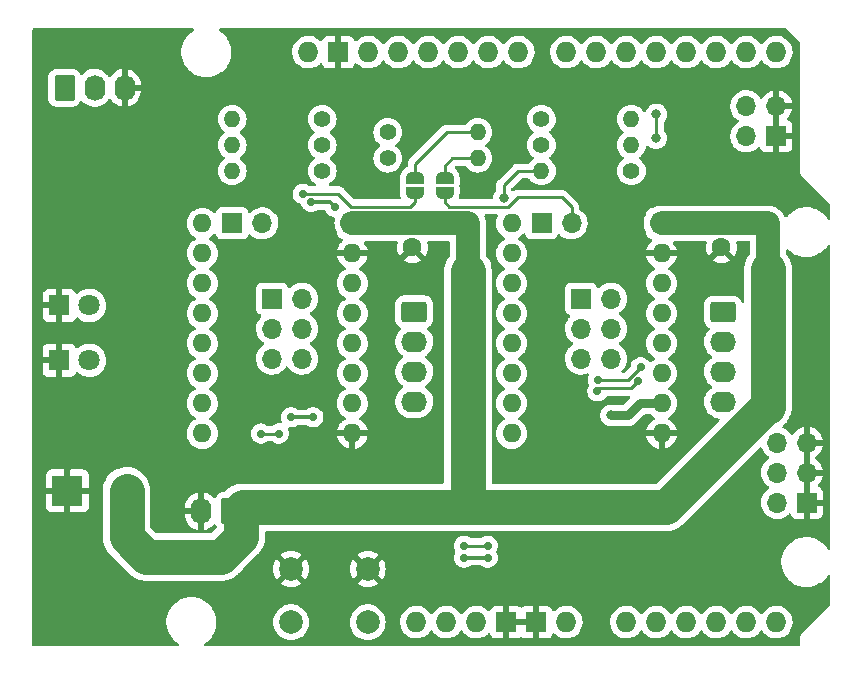
<source format=gbr>
%TF.GenerationSoftware,KiCad,Pcbnew,(6.0.9)*%
%TF.CreationDate,2024-05-17T13:17:35+09:00*%
%TF.ProjectId,DrawingBot-shield,44726177-696e-4674-926f-742d73686965,rev?*%
%TF.SameCoordinates,PX280b770PYa6e49c0*%
%TF.FileFunction,Copper,L2,Bot*%
%TF.FilePolarity,Positive*%
%FSLAX46Y46*%
G04 Gerber Fmt 4.6, Leading zero omitted, Abs format (unit mm)*
G04 Created by KiCad (PCBNEW (6.0.9)) date 2024-05-17 13:17:35*
%MOMM*%
%LPD*%
G01*
G04 APERTURE LIST*
G04 Aperture macros list*
%AMRoundRect*
0 Rectangle with rounded corners*
0 $1 Rounding radius*
0 $2 $3 $4 $5 $6 $7 $8 $9 X,Y pos of 4 corners*
0 Add a 4 corners polygon primitive as box body*
4,1,4,$2,$3,$4,$5,$6,$7,$8,$9,$2,$3,0*
0 Add four circle primitives for the rounded corners*
1,1,$1+$1,$2,$3*
1,1,$1+$1,$4,$5*
1,1,$1+$1,$6,$7*
1,1,$1+$1,$8,$9*
0 Add four rect primitives between the rounded corners*
20,1,$1+$1,$2,$3,$4,$5,0*
20,1,$1+$1,$4,$5,$6,$7,0*
20,1,$1+$1,$6,$7,$8,$9,0*
20,1,$1+$1,$8,$9,$2,$3,0*%
%AMFreePoly0*
4,1,20,0.000000,0.744959,0.073905,0.744508,0.209726,0.703889,0.328688,0.626782,0.421226,0.519385,0.479903,0.390333,0.500000,0.250000,0.500000,-0.250000,0.499851,-0.262216,0.476331,-0.402017,0.414519,-0.529596,0.319384,-0.634700,0.198574,-0.708877,0.061801,-0.746166,0.000000,-0.745033,0.000000,-0.750000,-0.500000,-0.750000,-0.500000,0.750000,0.000000,0.750000,0.000000,0.744959,
0.000000,0.744959,$1*%
%AMFreePoly1*
4,1,22,0.500000,-0.750000,0.000000,-0.750000,0.000000,-0.745033,-0.079941,-0.743568,-0.215256,-0.701293,-0.333266,-0.622738,-0.424486,-0.514219,-0.481581,-0.384460,-0.499164,-0.250000,-0.500000,-0.250000,-0.500000,0.250000,-0.499164,0.250000,-0.499963,0.256109,-0.478152,0.396186,-0.417904,0.524511,-0.324060,0.630769,-0.204165,0.706417,-0.067858,0.745374,0.000000,0.744959,0.000000,0.750000,
0.500000,0.750000,0.500000,-0.750000,0.500000,-0.750000,$1*%
G04 Aperture macros list end*
%TA.AperFunction,ComponentPad*%
%ADD10R,1.600000X1.600000*%
%TD*%
%TA.AperFunction,ComponentPad*%
%ADD11C,1.600000*%
%TD*%
%TA.AperFunction,ComponentPad*%
%ADD12C,1.400000*%
%TD*%
%TA.AperFunction,ComponentPad*%
%ADD13O,1.400000X1.400000*%
%TD*%
%TA.AperFunction,ComponentPad*%
%ADD14R,1.700000X1.700000*%
%TD*%
%TA.AperFunction,ComponentPad*%
%ADD15O,1.700000X1.700000*%
%TD*%
%TA.AperFunction,ComponentPad*%
%ADD16R,1.800000X1.800000*%
%TD*%
%TA.AperFunction,ComponentPad*%
%ADD17C,1.800000*%
%TD*%
%TA.AperFunction,ComponentPad*%
%ADD18C,2.600000*%
%TD*%
%TA.AperFunction,ComponentPad*%
%ADD19R,2.600000X2.600000*%
%TD*%
%TA.AperFunction,ComponentPad*%
%ADD20O,1.600000X1.600000*%
%TD*%
%TA.AperFunction,SMDPad,CuDef*%
%ADD21FreePoly0,270.000000*%
%TD*%
%TA.AperFunction,SMDPad,CuDef*%
%ADD22FreePoly1,270.000000*%
%TD*%
%TA.AperFunction,ComponentPad*%
%ADD23O,1.727200X1.727200*%
%TD*%
%TA.AperFunction,ComponentPad*%
%ADD24R,1.727200X1.727200*%
%TD*%
%TA.AperFunction,ComponentPad*%
%ADD25O,2.190000X1.740000*%
%TD*%
%TA.AperFunction,ComponentPad*%
%ADD26RoundRect,0.250000X-0.845000X0.620000X-0.845000X-0.620000X0.845000X-0.620000X0.845000X0.620000X0*%
%TD*%
%TA.AperFunction,ComponentPad*%
%ADD27RoundRect,0.250000X-0.620000X-0.845000X0.620000X-0.845000X0.620000X0.845000X-0.620000X0.845000X0*%
%TD*%
%TA.AperFunction,ComponentPad*%
%ADD28O,1.740000X2.190000*%
%TD*%
%TA.AperFunction,ComponentPad*%
%ADD29RoundRect,0.250000X0.620000X0.845000X-0.620000X0.845000X-0.620000X-0.845000X0.620000X-0.845000X0*%
%TD*%
%TA.AperFunction,ComponentPad*%
%ADD30C,2.000000*%
%TD*%
%TA.AperFunction,ViaPad*%
%ADD31C,0.800000*%
%TD*%
%TA.AperFunction,ViaPad*%
%ADD32C,0.700000*%
%TD*%
%TA.AperFunction,Conductor*%
%ADD33C,2.000000*%
%TD*%
%TA.AperFunction,Conductor*%
%ADD34C,3.000000*%
%TD*%
%TA.AperFunction,Conductor*%
%ADD35C,0.250000*%
%TD*%
%TA.AperFunction,Conductor*%
%ADD36C,0.800000*%
%TD*%
%TA.AperFunction,Conductor*%
%ADD37C,0.300000*%
%TD*%
G04 APERTURE END LIST*
D10*
%TO.P,C1,1*%
%TO.N,+12V*%
X32686000Y36253112D03*
D11*
%TO.P,C1,2*%
%TO.N,GND*%
X32686000Y34253112D03*
%TD*%
D12*
%TO.P,R6,1*%
%TO.N,/TX*%
X43608000Y42918000D03*
D13*
%TO.P,R6,2*%
%TO.N,/RX*%
X51228000Y42918000D03*
%TD*%
D14*
%TO.P,J10,1,Pin_1*%
%TO.N,unconnected-(J10-Pad1)*%
X43618000Y36290000D03*
D15*
%TO.P,J10,2,Pin_2*%
%TO.N,/Y_DIAG*%
X46158000Y36290000D03*
%TD*%
D14*
%TO.P,J4,1,Pin_1*%
%TO.N,GND*%
X63499881Y43677000D03*
D15*
%TO.P,J4,2,Pin_2*%
%TO.N,/Y_END*%
X60959881Y43677000D03*
%TO.P,J4,3,Pin_3*%
%TO.N,GND*%
X63499881Y46217000D03*
%TO.P,J4,4,Pin_4*%
%TO.N,/X_END*%
X60959881Y46217000D03*
%TD*%
D14*
%TO.P,J6,1,Pin_1*%
%TO.N,Net-(A2-Pad15)*%
X20805000Y29925000D03*
D15*
%TO.P,J6,2,Pin_2*%
%TO.N,+5V*%
X23345000Y29925000D03*
%TO.P,J6,3,Pin_3*%
%TO.N,Net-(A2-Pad14)*%
X20805000Y27385000D03*
%TO.P,J6,4,Pin_4*%
%TO.N,+5V*%
X23345000Y27385000D03*
%TO.P,J6,5,Pin_5*%
%TO.N,Net-(A2-Pad13)*%
X20805000Y24845000D03*
%TO.P,J6,6,Pin_6*%
%TO.N,+5V*%
X23345000Y24845000D03*
%TD*%
D16*
%TO.P,D1,1,K*%
%TO.N,GND*%
X2795000Y24700000D03*
D17*
%TO.P,D1,2,A*%
%TO.N,Net-(D1-Pad2)*%
X5335000Y24700000D03*
%TD*%
D13*
%TO.P,R7,2*%
%TO.N,/X_END*%
X38220000Y44000000D03*
D12*
%TO.P,R7,1*%
%TO.N,+5V*%
X30600000Y44000000D03*
%TD*%
%TO.P,R4,1*%
%TO.N,/TX*%
X43608000Y45108000D03*
D13*
%TO.P,R4,2*%
%TO.N,/RX*%
X51228000Y45108000D03*
%TD*%
D12*
%TO.P,R5,1*%
%TO.N,+5V*%
X51228000Y40728000D03*
D13*
%TO.P,R5,2*%
%TO.N,/ENA*%
X43608000Y40728000D03*
%TD*%
D14*
%TO.P,J5,1,Pin_1*%
%TO.N,GND*%
X66085000Y12635000D03*
D15*
%TO.P,J5,2,Pin_2*%
%TO.N,/Rsme*%
X63545000Y12635000D03*
%TO.P,J5,3,Pin_3*%
%TO.N,GND*%
X66085000Y15175000D03*
%TO.P,J5,4,Pin_4*%
%TO.N,/Hold*%
X63545000Y15175000D03*
%TO.P,J5,5,Pin_5*%
%TO.N,GND*%
X66085000Y17715000D03*
%TO.P,J5,6,Pin_6*%
%TO.N,/Abort*%
X63545000Y17715000D03*
%TD*%
D18*
%TO.P,J1,2,Pin_2*%
%TO.N,+12V*%
X8480000Y13650000D03*
D19*
%TO.P,J1,1,Pin_1*%
%TO.N,GND*%
X3480000Y13650000D03*
%TD*%
D12*
%TO.P,R1,1*%
%TO.N,+5V*%
X25052000Y42918000D03*
D13*
%TO.P,R1,2*%
%TO.N,Net-(D1-Pad2)*%
X17432000Y42918000D03*
%TD*%
D10*
%TO.P,A2,1,VMOT*%
%TO.N,+12V*%
X27602000Y36290000D03*
D20*
%TO.P,A2,2,GND*%
%TO.N,GND*%
X27602000Y33750000D03*
%TO.P,A2,3,2B*%
%TO.N,Net-(A2-Pad3)*%
X27602000Y31210000D03*
%TO.P,A2,4,2A*%
%TO.N,Net-(A2-Pad4)*%
X27602000Y28670000D03*
%TO.P,A2,5,1A*%
%TO.N,Net-(A2-Pad5)*%
X27602000Y26130000D03*
%TO.P,A2,6,1B*%
%TO.N,Net-(A2-Pad6)*%
X27602000Y23590000D03*
%TO.P,A2,7,VDD*%
%TO.N,+5V*%
X27602000Y21050000D03*
%TO.P,A2,8,GND*%
%TO.N,GND*%
X27602000Y18510000D03*
%TO.P,A2,9,DIR*%
%TO.N,/X_DIR*%
X14902000Y18510000D03*
%TO.P,A2,10,STEP*%
%TO.N,/X_STEP*%
X14902000Y21050000D03*
%TO.P,A2,11,~{SLP}*%
%TO.N,/RX*%
X14902000Y23590000D03*
%TO.P,A2,12,~{RST}*%
X14902000Y26130000D03*
%TO.P,A2,13,MS3*%
%TO.N,Net-(A2-Pad13)*%
X14902000Y28670000D03*
%TO.P,A2,14,MS2*%
%TO.N,Net-(A2-Pad14)*%
X14902000Y31210000D03*
%TO.P,A2,15,MS1*%
%TO.N,Net-(A2-Pad15)*%
X14902000Y33750000D03*
%TO.P,A2,16,~{EN}*%
%TO.N,/ENA*%
X14902000Y36290000D03*
%TD*%
D12*
%TO.P,R3,1*%
%TO.N,+5V*%
X25052000Y40728000D03*
D13*
%TO.P,R3,2*%
%TO.N,/ENA*%
X17432000Y40728000D03*
%TD*%
D12*
%TO.P,R8,1*%
%TO.N,+5V*%
X30600000Y41800000D03*
D13*
%TO.P,R8,2*%
%TO.N,/Y_END*%
X38220000Y41800000D03*
%TD*%
D14*
%TO.P,J7,1,Pin_1*%
%TO.N,unconnected-(J7-Pad1)*%
X17442000Y36290000D03*
D15*
%TO.P,J7,2,Pin_2*%
%TO.N,/X_DIAG*%
X19982000Y36290000D03*
%TD*%
D14*
%TO.P,J9,1,Pin_1*%
%TO.N,Net-(A3-Pad15)*%
X46955000Y29925000D03*
D15*
%TO.P,J9,2,Pin_2*%
%TO.N,+5V*%
X49495000Y29925000D03*
%TO.P,J9,3,Pin_3*%
%TO.N,Net-(A3-Pad14)*%
X46955000Y27385000D03*
%TO.P,J9,4,Pin_4*%
%TO.N,+5V*%
X49495000Y27385000D03*
%TO.P,J9,5,Pin_5*%
%TO.N,Net-(A3-Pad13)*%
X46955000Y24845000D03*
%TO.P,J9,6,Pin_6*%
%TO.N,+5V*%
X49495000Y24845000D03*
%TD*%
D21*
%TO.P,JP2,2,B*%
%TO.N,/Y_DIAG*%
X35410000Y38850000D03*
D22*
%TO.P,JP2,1,A*%
%TO.N,/Y_END*%
X35410000Y40150000D03*
%TD*%
D10*
%TO.P,A3,1,VMOT*%
%TO.N,+12V*%
X53778000Y36290000D03*
D20*
%TO.P,A3,2,GND*%
%TO.N,GND*%
X53778000Y33750000D03*
%TO.P,A3,3,2B*%
%TO.N,Net-(A3-Pad3)*%
X53778000Y31210000D03*
%TO.P,A3,4,2A*%
%TO.N,Net-(A3-Pad4)*%
X53778000Y28670000D03*
%TO.P,A3,5,1A*%
%TO.N,Net-(A3-Pad5)*%
X53778000Y26130000D03*
%TO.P,A3,6,1B*%
%TO.N,Net-(A3-Pad6)*%
X53778000Y23590000D03*
%TO.P,A3,7,VDD*%
%TO.N,+5V*%
X53778000Y21050000D03*
%TO.P,A3,8,GND*%
%TO.N,GND*%
X53778000Y18510000D03*
%TO.P,A3,9,DIR*%
%TO.N,/Y_DIR*%
X41078000Y18510000D03*
%TO.P,A3,10,STEP*%
%TO.N,/Y_STEP*%
X41078000Y21050000D03*
%TO.P,A3,11,~{SLP}*%
%TO.N,/RX*%
X41078000Y23590000D03*
%TO.P,A3,12,~{RST}*%
X41078000Y26130000D03*
%TO.P,A3,13,MS3*%
%TO.N,Net-(A3-Pad13)*%
X41078000Y28670000D03*
%TO.P,A3,14,MS2*%
%TO.N,Net-(A3-Pad14)*%
X41078000Y31210000D03*
%TO.P,A3,15,MS1*%
%TO.N,Net-(A3-Pad15)*%
X41078000Y33750000D03*
%TO.P,A3,16,~{EN}*%
%TO.N,/ENA*%
X41078000Y36290000D03*
%TD*%
D23*
%TO.P,A1,3V3,3.3V*%
%TO.N,unconnected-(A1-Pad3V3)*%
X35559881Y2530000D03*
%TO.P,A1,5V1,5V*%
%TO.N,+5V*%
X38099881Y2530000D03*
%TO.P,A1,A0,A0*%
%TO.N,/Abort*%
X50799881Y2530000D03*
%TO.P,A1,A1,A1*%
%TO.N,/Hold*%
X53339881Y2530000D03*
%TO.P,A1,A2,A2*%
%TO.N,/Rsme*%
X55879881Y2530000D03*
%TO.P,A1,A3,A3*%
%TO.N,unconnected-(A1-PadA3)*%
X58419881Y2530000D03*
%TO.P,A1,A4,A4/SDA*%
%TO.N,unconnected-(A1-PadA4)*%
X60959881Y2530000D03*
%TO.P,A1,A5,A5/SCL*%
%TO.N,unconnected-(A1-PadA5)*%
X63499881Y2530000D03*
%TO.P,A1,AREF,AREF*%
%TO.N,unconnected-(A1-PadAREF)*%
X23875881Y50790000D03*
%TO.P,A1,D0,D0/RX*%
%TO.N,unconnected-(A1-PadD0)*%
X63499881Y50790000D03*
%TO.P,A1,D1,D1/TX*%
%TO.N,unconnected-(A1-PadD1)*%
X60959881Y50790000D03*
%TO.P,A1,D2,D2_INT0*%
%TO.N,/X_STEP*%
X58419881Y50790000D03*
%TO.P,A1,D3,D3_INT1*%
%TO.N,/Y_STEP*%
X55879881Y50790000D03*
%TO.P,A1,D4,D4*%
%TO.N,unconnected-(A1-PadD4)*%
X53339881Y50790000D03*
%TO.P,A1,D5,D5*%
%TO.N,/X_DIR*%
X50799881Y50790000D03*
%TO.P,A1,D6,D6*%
%TO.N,/Y_DIR*%
X48259881Y50790000D03*
%TO.P,A1,D7,D7*%
%TO.N,/RX*%
X45719881Y50790000D03*
%TO.P,A1,D8,D8*%
%TO.N,/ENA*%
X41655881Y50790000D03*
%TO.P,A1,D9,D9*%
%TO.N,/X_END*%
X39115881Y50790000D03*
%TO.P,A1,D10,D10_CS*%
%TO.N,/Y_END*%
X36575881Y50790000D03*
%TO.P,A1,D11,D11*%
%TO.N,/S_PWM*%
X34035881Y50790000D03*
%TO.P,A1,D12,D12*%
%TO.N,/TX*%
X31495881Y50790000D03*
%TO.P,A1,D13,D13*%
%TO.N,/LED*%
X28955881Y50790000D03*
D24*
%TO.P,A1,GND1,GND*%
%TO.N,GND*%
X26415881Y50790000D03*
%TO.P,A1,GND2,GND*%
X40639881Y2530000D03*
%TO.P,A1,GND3,GND*%
X43179881Y2530000D03*
D23*
%TO.P,A1,RST1,RESET*%
%TO.N,Net-(A1-PadRST1)*%
X33019881Y2530000D03*
%TO.P,A1,VIN,VIN*%
%TO.N,unconnected-(A1-PadVIN)*%
X45719881Y2530000D03*
%TD*%
D10*
%TO.P,C2,1*%
%TO.N,+12V*%
X58848000Y36253112D03*
D11*
%TO.P,C2,2*%
%TO.N,GND*%
X58848000Y34253112D03*
%TD*%
D25*
%TO.P,J11,4,Pin_4*%
%TO.N,Net-(A3-Pad6)*%
X58980000Y21168000D03*
%TO.P,J11,3,Pin_3*%
%TO.N,Net-(A3-Pad5)*%
X58980000Y23708000D03*
%TO.P,J11,2,Pin_2*%
%TO.N,Net-(A3-Pad4)*%
X58980000Y26248000D03*
D26*
%TO.P,J11,1,Pin_1*%
%TO.N,Net-(A3-Pad3)*%
X58980000Y28788000D03*
%TD*%
D27*
%TO.P,J3,1,Pin_1*%
%TO.N,/S_PWM*%
X3240000Y47780000D03*
D28*
%TO.P,J3,2,Pin_2*%
%TO.N,+5V*%
X5780000Y47780000D03*
%TO.P,J3,3,Pin_3*%
%TO.N,GND*%
X8320000Y47780000D03*
%TD*%
%TO.P,J2,2,Pin_2*%
%TO.N,GND*%
X14790000Y11920000D03*
D29*
%TO.P,J2,1,Pin_1*%
%TO.N,+12V*%
X17330000Y11920000D03*
%TD*%
D30*
%TO.P,SW1,1,1*%
%TO.N,Net-(A1-PadRST1)*%
X22410000Y2530000D03*
X28910000Y2530000D03*
%TO.P,SW1,2,2*%
%TO.N,GND*%
X22410000Y7030000D03*
X28910000Y7030000D03*
%TD*%
D21*
%TO.P,JP1,2,B*%
%TO.N,/X_DIAG*%
X32910000Y38850000D03*
D22*
%TO.P,JP1,1,A*%
%TO.N,/X_END*%
X32910000Y40150000D03*
%TD*%
D12*
%TO.P,R2,1*%
%TO.N,/LED*%
X25052000Y45108000D03*
D13*
%TO.P,R2,2*%
%TO.N,Net-(D2-Pad2)*%
X17432000Y45108000D03*
%TD*%
D25*
%TO.P,J8,4,Pin_4*%
%TO.N,Net-(A2-Pad6)*%
X32840000Y21190000D03*
%TO.P,J8,3,Pin_3*%
%TO.N,Net-(A2-Pad5)*%
X32840000Y23730000D03*
%TO.P,J8,2,Pin_2*%
%TO.N,Net-(A2-Pad4)*%
X32840000Y26270000D03*
D26*
%TO.P,J8,1,Pin_1*%
%TO.N,Net-(A2-Pad3)*%
X32840000Y28810000D03*
%TD*%
D16*
%TO.P,D2,1,K*%
%TO.N,GND*%
X2805000Y29340000D03*
D17*
%TO.P,D2,2,A*%
%TO.N,Net-(D2-Pad2)*%
X5345000Y29340000D03*
%TD*%
D31*
%TO.N,+5V*%
X49495000Y20035000D03*
D32*
%TO.N,/X_DIR*%
X19860500Y18500000D03*
%TO.N,/X_DIAG*%
X23403000Y38800000D03*
%TO.N,/X_DIR*%
X21360000Y18500000D03*
X37060000Y9000000D03*
X39049381Y9000000D03*
D31*
X53313577Y43503577D03*
X53338175Y45528175D03*
D32*
%TO.N,/Y_DIR*%
X48351157Y22101253D03*
X51786944Y22923056D03*
D31*
%TO.N,/ENA*%
X40410000Y38424500D03*
D32*
%TO.N,/X_STEP*%
X37060000Y8000000D03*
X39049381Y8000000D03*
%TO.N,/Y_STEP*%
X48388000Y23000000D03*
X52010000Y24100000D03*
%TO.N,/RX*%
X24294500Y19870000D03*
X22395500Y19870000D03*
%TO.N,/ENA*%
X26110000Y37700000D03*
X24102500Y38125500D03*
%TD*%
D33*
%TO.N,+12V*%
X62810000Y36260000D02*
X62810000Y32100000D01*
X53778000Y36290000D02*
X62770000Y36290000D01*
D34*
X62810000Y32400000D02*
X62810000Y20760000D01*
D35*
%TO.N,/Y_STEP*%
X50910000Y23000000D02*
X52010000Y24100000D01*
X48388000Y23000000D02*
X50910000Y23000000D01*
%TO.N,/Y_DIR*%
X48351157Y22191157D02*
X48485000Y22325000D01*
X48485000Y22325000D02*
X51188888Y22325000D01*
X51188888Y22325000D02*
X51786944Y22923056D01*
X48351157Y22101253D02*
X48351157Y22191157D01*
D36*
%TO.N,+5V*%
X50945000Y20035000D02*
X49495000Y20035000D01*
X53778000Y21050000D02*
X51960000Y21050000D01*
X51960000Y21050000D02*
X50945000Y20035000D01*
D35*
%TO.N,/X_DIR*%
X19860500Y18500000D02*
X21360000Y18500000D01*
D34*
%TO.N,+12V*%
X18210000Y12150000D02*
X18310000Y12250000D01*
X18310000Y12250000D02*
X54160000Y12250000D01*
X18210000Y9750000D02*
X18210000Y12150000D01*
X54160000Y12250000D02*
X62810000Y20900000D01*
X10160000Y8050000D02*
X16510000Y8050000D01*
X16510000Y8050000D02*
X18210000Y9750000D01*
X8480000Y9730000D02*
X10160000Y8050000D01*
X8480000Y13650000D02*
X8480000Y9730000D01*
D37*
%TO.N,/ENA*%
X25710000Y38100000D02*
X26110000Y37700000D01*
X24128000Y38100000D02*
X25710000Y38100000D01*
X24102500Y38125500D02*
X24128000Y38100000D01*
D35*
%TO.N,/X_DIAG*%
X32910000Y38100000D02*
X32910000Y38850000D01*
X23403000Y38800000D02*
X26410000Y38800000D01*
X26410000Y38800000D02*
X27510000Y37700000D01*
X32510000Y37700000D02*
X32910000Y38100000D01*
X27510000Y37700000D02*
X32510000Y37700000D01*
%TO.N,/X_END*%
X35610000Y44000000D02*
X38220000Y44000000D01*
X32910000Y40150000D02*
X32910000Y41300000D01*
X32910000Y41300000D02*
X35610000Y44000000D01*
%TO.N,/Y_END*%
X36060000Y41800000D02*
X38220000Y41800000D01*
X35410000Y40150000D02*
X35410000Y41150000D01*
X35410000Y41150000D02*
X36060000Y41800000D01*
%TO.N,/ENA*%
X41638000Y40728000D02*
X43608000Y40728000D01*
X40410000Y39500000D02*
X41638000Y40728000D01*
X40410000Y38424500D02*
X40410000Y39500000D01*
D37*
%TO.N,/X_STEP*%
X37060000Y8000000D02*
X39049381Y8000000D01*
D35*
%TO.N,/X_DIR*%
X39049381Y9000000D02*
X37060000Y9000000D01*
X53338175Y43528175D02*
X53313577Y43503577D01*
X53338175Y45528175D02*
X53338175Y43528175D01*
%TO.N,/Y_DIAG*%
X35410000Y38100000D02*
X35410000Y38850000D01*
X35810000Y37700000D02*
X35410000Y38100000D01*
X45310000Y38500000D02*
X41610000Y38500000D01*
X41610000Y38500000D02*
X40810000Y37700000D01*
X46158000Y37652000D02*
X45310000Y38500000D01*
X46158000Y36290000D02*
X46158000Y37652000D01*
X40810000Y37700000D02*
X35810000Y37700000D01*
D36*
%TO.N,+12V*%
X26610000Y12056000D02*
X26832000Y12278000D01*
D37*
%TO.N,/RX*%
X24294500Y19870000D02*
X22395500Y19870000D01*
D34*
%TO.N,+12V*%
X37388000Y32278000D02*
X37388000Y12278000D01*
D33*
X27602000Y36290000D02*
X37388000Y36290000D01*
X37388000Y36290000D02*
X37388000Y33546000D01*
%TD*%
%TA.AperFunction,Conductor*%
%TO.N,GND*%
G36*
X14133145Y52801498D02*
G01*
X14179638Y52747842D01*
X14189742Y52677568D01*
X14160248Y52612988D01*
X14137475Y52592413D01*
X13909858Y52432441D01*
X13699259Y52236740D01*
X13517168Y52014268D01*
X13366954Y51769142D01*
X13365228Y51765209D01*
X13365227Y51765208D01*
X13265665Y51538399D01*
X13251398Y51505898D01*
X13172637Y51229406D01*
X13132130Y50944784D01*
X13132108Y50940495D01*
X13132107Y50940488D01*
X13130949Y50719422D01*
X13130624Y50657297D01*
X13168149Y50372266D01*
X13244010Y50094964D01*
X13245694Y50091016D01*
X13353509Y49838250D01*
X13356804Y49830524D01*
X13370763Y49807201D01*
X13491716Y49605103D01*
X13504442Y49583839D01*
X13684194Y49359472D01*
X13803595Y49246165D01*
X13876266Y49177203D01*
X13892732Y49161577D01*
X14126198Y48993814D01*
X14129993Y48991805D01*
X14129994Y48991804D01*
X14151750Y48980285D01*
X14380273Y48859288D01*
X14404580Y48850393D01*
X14597318Y48779861D01*
X14650254Y48760489D01*
X14931145Y48699245D01*
X14959722Y48696996D01*
X15154163Y48681693D01*
X15154172Y48681693D01*
X15156620Y48681500D01*
X15312152Y48681500D01*
X15314288Y48681646D01*
X15314299Y48681646D01*
X15522429Y48695835D01*
X15522435Y48695836D01*
X15526706Y48696127D01*
X15530901Y48696996D01*
X15530903Y48696996D01*
X15667465Y48725277D01*
X15808223Y48754426D01*
X16079224Y48850393D01*
X16267827Y48947738D01*
X16330886Y48980285D01*
X16330887Y48980285D01*
X16334693Y48982250D01*
X16338194Y48984711D01*
X16338198Y48984713D01*
X16499820Y49098303D01*
X16569904Y49147559D01*
X16747610Y49312694D01*
X16777360Y49340339D01*
X16777362Y49340342D01*
X16780503Y49343260D01*
X16962594Y49565732D01*
X17112808Y49810858D01*
X17128999Y49847741D01*
X17226638Y50070170D01*
X17228364Y50074102D01*
X17307125Y50350594D01*
X17347632Y50635216D01*
X17347726Y50653049D01*
X17348620Y50823638D01*
X22499490Y50823638D01*
X22499787Y50818486D01*
X22499787Y50818482D01*
X22505499Y50719422D01*
X22512478Y50598386D01*
X22513615Y50593340D01*
X22513616Y50593334D01*
X22534865Y50499048D01*
X22562081Y50378280D01*
X22564023Y50373498D01*
X22564024Y50373494D01*
X22600703Y50283165D01*
X22646967Y50169231D01*
X22764856Y49976853D01*
X22912583Y49806313D01*
X23086180Y49662190D01*
X23090632Y49659588D01*
X23090637Y49659585D01*
X23225988Y49580492D01*
X23280984Y49548355D01*
X23491765Y49467866D01*
X23496833Y49466835D01*
X23496836Y49466834D01*
X23605285Y49444770D01*
X23712862Y49422883D01*
X23718037Y49422693D01*
X23718039Y49422693D01*
X23933173Y49414804D01*
X23933177Y49414804D01*
X23938337Y49414615D01*
X23943457Y49415271D01*
X23943459Y49415271D01*
X24013901Y49424295D01*
X24162134Y49443284D01*
X24167083Y49444769D01*
X24167089Y49444770D01*
X24373294Y49506635D01*
X24373293Y49506635D01*
X24378244Y49508120D01*
X24495845Y49565732D01*
X24576212Y49605103D01*
X24576217Y49605106D01*
X24580863Y49607382D01*
X24585073Y49610385D01*
X24585078Y49610388D01*
X24760336Y49735399D01*
X24760340Y49735403D01*
X24764548Y49738404D01*
X24846181Y49819752D01*
X24855987Y49829524D01*
X24918359Y49863440D01*
X24989166Y49858252D01*
X25045927Y49815606D01*
X25062909Y49784503D01*
X25098957Y49688346D01*
X25107495Y49672751D01*
X25183996Y49570676D01*
X25196557Y49558115D01*
X25298632Y49481614D01*
X25314227Y49473076D01*
X25434675Y49427922D01*
X25449930Y49424295D01*
X25500795Y49418769D01*
X25507609Y49418400D01*
X26143766Y49418400D01*
X26159005Y49422875D01*
X26160210Y49424265D01*
X26161881Y49431948D01*
X26161881Y49436516D01*
X26669881Y49436516D01*
X26674356Y49421277D01*
X26675746Y49420072D01*
X26683429Y49418401D01*
X27324150Y49418401D01*
X27330971Y49418771D01*
X27381833Y49424295D01*
X27397085Y49427921D01*
X27517535Y49473076D01*
X27533130Y49481614D01*
X27635205Y49558115D01*
X27647766Y49570676D01*
X27724267Y49672751D01*
X27732805Y49688346D01*
X27767722Y49781485D01*
X27810364Y49838250D01*
X27876926Y49862949D01*
X27946275Y49847741D01*
X27980941Y49819753D01*
X27992583Y49806313D01*
X28166180Y49662190D01*
X28170632Y49659588D01*
X28170637Y49659585D01*
X28305988Y49580492D01*
X28360984Y49548355D01*
X28571765Y49467866D01*
X28576833Y49466835D01*
X28576836Y49466834D01*
X28685285Y49444770D01*
X28792862Y49422883D01*
X28798037Y49422693D01*
X28798039Y49422693D01*
X29013173Y49414804D01*
X29013177Y49414804D01*
X29018337Y49414615D01*
X29023457Y49415271D01*
X29023459Y49415271D01*
X29093901Y49424295D01*
X29242134Y49443284D01*
X29247083Y49444769D01*
X29247089Y49444770D01*
X29453294Y49506635D01*
X29453293Y49506635D01*
X29458244Y49508120D01*
X29575845Y49565732D01*
X29656212Y49605103D01*
X29656217Y49605106D01*
X29660863Y49607382D01*
X29665073Y49610385D01*
X29665078Y49610388D01*
X29840336Y49735399D01*
X29840340Y49735403D01*
X29844548Y49738404D01*
X30004368Y49897667D01*
X30125251Y50065893D01*
X30181245Y50109541D01*
X30251949Y50115987D01*
X30314913Y50083184D01*
X30335006Y50058201D01*
X30382156Y49981257D01*
X30382160Y49981252D01*
X30384856Y49976853D01*
X30532583Y49806313D01*
X30706180Y49662190D01*
X30710632Y49659588D01*
X30710637Y49659585D01*
X30845988Y49580492D01*
X30900984Y49548355D01*
X31111765Y49467866D01*
X31116833Y49466835D01*
X31116836Y49466834D01*
X31225285Y49444770D01*
X31332862Y49422883D01*
X31338037Y49422693D01*
X31338039Y49422693D01*
X31553173Y49414804D01*
X31553177Y49414804D01*
X31558337Y49414615D01*
X31563457Y49415271D01*
X31563459Y49415271D01*
X31633901Y49424295D01*
X31782134Y49443284D01*
X31787083Y49444769D01*
X31787089Y49444770D01*
X31993294Y49506635D01*
X31993293Y49506635D01*
X31998244Y49508120D01*
X32115845Y49565732D01*
X32196212Y49605103D01*
X32196217Y49605106D01*
X32200863Y49607382D01*
X32205073Y49610385D01*
X32205078Y49610388D01*
X32380336Y49735399D01*
X32380340Y49735403D01*
X32384548Y49738404D01*
X32544368Y49897667D01*
X32665251Y50065893D01*
X32721245Y50109541D01*
X32791949Y50115987D01*
X32854913Y50083184D01*
X32875006Y50058201D01*
X32922156Y49981257D01*
X32922160Y49981252D01*
X32924856Y49976853D01*
X33072583Y49806313D01*
X33246180Y49662190D01*
X33250632Y49659588D01*
X33250637Y49659585D01*
X33385988Y49580492D01*
X33440984Y49548355D01*
X33651765Y49467866D01*
X33656833Y49466835D01*
X33656836Y49466834D01*
X33765285Y49444770D01*
X33872862Y49422883D01*
X33878037Y49422693D01*
X33878039Y49422693D01*
X34093173Y49414804D01*
X34093177Y49414804D01*
X34098337Y49414615D01*
X34103457Y49415271D01*
X34103459Y49415271D01*
X34173901Y49424295D01*
X34322134Y49443284D01*
X34327083Y49444769D01*
X34327089Y49444770D01*
X34533294Y49506635D01*
X34533293Y49506635D01*
X34538244Y49508120D01*
X34655845Y49565732D01*
X34736212Y49605103D01*
X34736217Y49605106D01*
X34740863Y49607382D01*
X34745073Y49610385D01*
X34745078Y49610388D01*
X34920336Y49735399D01*
X34920340Y49735403D01*
X34924548Y49738404D01*
X35084368Y49897667D01*
X35205251Y50065893D01*
X35261245Y50109541D01*
X35331949Y50115987D01*
X35394913Y50083184D01*
X35415006Y50058201D01*
X35462156Y49981257D01*
X35462160Y49981252D01*
X35464856Y49976853D01*
X35612583Y49806313D01*
X35786180Y49662190D01*
X35790632Y49659588D01*
X35790637Y49659585D01*
X35925988Y49580492D01*
X35980984Y49548355D01*
X36191765Y49467866D01*
X36196833Y49466835D01*
X36196836Y49466834D01*
X36305285Y49444770D01*
X36412862Y49422883D01*
X36418037Y49422693D01*
X36418039Y49422693D01*
X36633173Y49414804D01*
X36633177Y49414804D01*
X36638337Y49414615D01*
X36643457Y49415271D01*
X36643459Y49415271D01*
X36713901Y49424295D01*
X36862134Y49443284D01*
X36867083Y49444769D01*
X36867089Y49444770D01*
X37073294Y49506635D01*
X37073293Y49506635D01*
X37078244Y49508120D01*
X37195845Y49565732D01*
X37276212Y49605103D01*
X37276217Y49605106D01*
X37280863Y49607382D01*
X37285073Y49610385D01*
X37285078Y49610388D01*
X37460336Y49735399D01*
X37460340Y49735403D01*
X37464548Y49738404D01*
X37624368Y49897667D01*
X37745251Y50065893D01*
X37801245Y50109541D01*
X37871949Y50115987D01*
X37934913Y50083184D01*
X37955006Y50058201D01*
X38002156Y49981257D01*
X38002160Y49981252D01*
X38004856Y49976853D01*
X38152583Y49806313D01*
X38326180Y49662190D01*
X38330632Y49659588D01*
X38330637Y49659585D01*
X38465988Y49580492D01*
X38520984Y49548355D01*
X38731765Y49467866D01*
X38736833Y49466835D01*
X38736836Y49466834D01*
X38845285Y49444770D01*
X38952862Y49422883D01*
X38958037Y49422693D01*
X38958039Y49422693D01*
X39173173Y49414804D01*
X39173177Y49414804D01*
X39178337Y49414615D01*
X39183457Y49415271D01*
X39183459Y49415271D01*
X39253901Y49424295D01*
X39402134Y49443284D01*
X39407083Y49444769D01*
X39407089Y49444770D01*
X39613294Y49506635D01*
X39613293Y49506635D01*
X39618244Y49508120D01*
X39735845Y49565732D01*
X39816212Y49605103D01*
X39816217Y49605106D01*
X39820863Y49607382D01*
X39825073Y49610385D01*
X39825078Y49610388D01*
X40000336Y49735399D01*
X40000340Y49735403D01*
X40004548Y49738404D01*
X40164368Y49897667D01*
X40285251Y50065893D01*
X40341245Y50109541D01*
X40411949Y50115987D01*
X40474913Y50083184D01*
X40495006Y50058201D01*
X40542156Y49981257D01*
X40542160Y49981252D01*
X40544856Y49976853D01*
X40692583Y49806313D01*
X40866180Y49662190D01*
X40870632Y49659588D01*
X40870637Y49659585D01*
X41005988Y49580492D01*
X41060984Y49548355D01*
X41271765Y49467866D01*
X41276833Y49466835D01*
X41276836Y49466834D01*
X41385285Y49444770D01*
X41492862Y49422883D01*
X41498037Y49422693D01*
X41498039Y49422693D01*
X41713173Y49414804D01*
X41713177Y49414804D01*
X41718337Y49414615D01*
X41723457Y49415271D01*
X41723459Y49415271D01*
X41793901Y49424295D01*
X41942134Y49443284D01*
X41947083Y49444769D01*
X41947089Y49444770D01*
X42153294Y49506635D01*
X42153293Y49506635D01*
X42158244Y49508120D01*
X42275845Y49565732D01*
X42356212Y49605103D01*
X42356217Y49605106D01*
X42360863Y49607382D01*
X42365073Y49610385D01*
X42365078Y49610388D01*
X42540336Y49735399D01*
X42540340Y49735403D01*
X42544548Y49738404D01*
X42704368Y49897667D01*
X42836031Y50080895D01*
X42935999Y50283165D01*
X43001589Y50499048D01*
X43019516Y50635216D01*
X43030602Y50719422D01*
X43030603Y50719428D01*
X43031039Y50722744D01*
X43032683Y50790000D01*
X43029918Y50823638D01*
X44343490Y50823638D01*
X44343787Y50818486D01*
X44343787Y50818482D01*
X44349499Y50719422D01*
X44356478Y50598386D01*
X44357615Y50593340D01*
X44357616Y50593334D01*
X44378865Y50499048D01*
X44406081Y50378280D01*
X44408023Y50373498D01*
X44408024Y50373494D01*
X44444703Y50283165D01*
X44490967Y50169231D01*
X44608856Y49976853D01*
X44756583Y49806313D01*
X44930180Y49662190D01*
X44934632Y49659588D01*
X44934637Y49659585D01*
X45069988Y49580492D01*
X45124984Y49548355D01*
X45335765Y49467866D01*
X45340833Y49466835D01*
X45340836Y49466834D01*
X45449285Y49444770D01*
X45556862Y49422883D01*
X45562037Y49422693D01*
X45562039Y49422693D01*
X45777173Y49414804D01*
X45777177Y49414804D01*
X45782337Y49414615D01*
X45787457Y49415271D01*
X45787459Y49415271D01*
X45857901Y49424295D01*
X46006134Y49443284D01*
X46011083Y49444769D01*
X46011089Y49444770D01*
X46217294Y49506635D01*
X46217293Y49506635D01*
X46222244Y49508120D01*
X46339845Y49565732D01*
X46420212Y49605103D01*
X46420217Y49605106D01*
X46424863Y49607382D01*
X46429073Y49610385D01*
X46429078Y49610388D01*
X46604336Y49735399D01*
X46604340Y49735403D01*
X46608548Y49738404D01*
X46768368Y49897667D01*
X46889251Y50065893D01*
X46945245Y50109541D01*
X47015949Y50115987D01*
X47078913Y50083184D01*
X47099006Y50058201D01*
X47146156Y49981257D01*
X47146160Y49981252D01*
X47148856Y49976853D01*
X47296583Y49806313D01*
X47470180Y49662190D01*
X47474632Y49659588D01*
X47474637Y49659585D01*
X47609988Y49580492D01*
X47664984Y49548355D01*
X47875765Y49467866D01*
X47880833Y49466835D01*
X47880836Y49466834D01*
X47989285Y49444770D01*
X48096862Y49422883D01*
X48102037Y49422693D01*
X48102039Y49422693D01*
X48317173Y49414804D01*
X48317177Y49414804D01*
X48322337Y49414615D01*
X48327457Y49415271D01*
X48327459Y49415271D01*
X48397901Y49424295D01*
X48546134Y49443284D01*
X48551083Y49444769D01*
X48551089Y49444770D01*
X48757294Y49506635D01*
X48757293Y49506635D01*
X48762244Y49508120D01*
X48879845Y49565732D01*
X48960212Y49605103D01*
X48960217Y49605106D01*
X48964863Y49607382D01*
X48969073Y49610385D01*
X48969078Y49610388D01*
X49144336Y49735399D01*
X49144340Y49735403D01*
X49148548Y49738404D01*
X49308368Y49897667D01*
X49429251Y50065893D01*
X49485245Y50109541D01*
X49555949Y50115987D01*
X49618913Y50083184D01*
X49639006Y50058201D01*
X49686156Y49981257D01*
X49686160Y49981252D01*
X49688856Y49976853D01*
X49836583Y49806313D01*
X50010180Y49662190D01*
X50014632Y49659588D01*
X50014637Y49659585D01*
X50149988Y49580492D01*
X50204984Y49548355D01*
X50415765Y49467866D01*
X50420833Y49466835D01*
X50420836Y49466834D01*
X50529285Y49444770D01*
X50636862Y49422883D01*
X50642037Y49422693D01*
X50642039Y49422693D01*
X50857173Y49414804D01*
X50857177Y49414804D01*
X50862337Y49414615D01*
X50867457Y49415271D01*
X50867459Y49415271D01*
X50937901Y49424295D01*
X51086134Y49443284D01*
X51091083Y49444769D01*
X51091089Y49444770D01*
X51297294Y49506635D01*
X51297293Y49506635D01*
X51302244Y49508120D01*
X51419845Y49565732D01*
X51500212Y49605103D01*
X51500217Y49605106D01*
X51504863Y49607382D01*
X51509073Y49610385D01*
X51509078Y49610388D01*
X51684336Y49735399D01*
X51684340Y49735403D01*
X51688548Y49738404D01*
X51848368Y49897667D01*
X51969251Y50065893D01*
X52025245Y50109541D01*
X52095949Y50115987D01*
X52158913Y50083184D01*
X52179006Y50058201D01*
X52226156Y49981257D01*
X52226160Y49981252D01*
X52228856Y49976853D01*
X52376583Y49806313D01*
X52550180Y49662190D01*
X52554632Y49659588D01*
X52554637Y49659585D01*
X52689988Y49580492D01*
X52744984Y49548355D01*
X52955765Y49467866D01*
X52960833Y49466835D01*
X52960836Y49466834D01*
X53069285Y49444770D01*
X53176862Y49422883D01*
X53182037Y49422693D01*
X53182039Y49422693D01*
X53397173Y49414804D01*
X53397177Y49414804D01*
X53402337Y49414615D01*
X53407457Y49415271D01*
X53407459Y49415271D01*
X53477901Y49424295D01*
X53626134Y49443284D01*
X53631083Y49444769D01*
X53631089Y49444770D01*
X53837294Y49506635D01*
X53837293Y49506635D01*
X53842244Y49508120D01*
X53959845Y49565732D01*
X54040212Y49605103D01*
X54040217Y49605106D01*
X54044863Y49607382D01*
X54049073Y49610385D01*
X54049078Y49610388D01*
X54224336Y49735399D01*
X54224340Y49735403D01*
X54228548Y49738404D01*
X54388368Y49897667D01*
X54509251Y50065893D01*
X54565245Y50109541D01*
X54635949Y50115987D01*
X54698913Y50083184D01*
X54719006Y50058201D01*
X54766156Y49981257D01*
X54766160Y49981252D01*
X54768856Y49976853D01*
X54916583Y49806313D01*
X55090180Y49662190D01*
X55094632Y49659588D01*
X55094637Y49659585D01*
X55229988Y49580492D01*
X55284984Y49548355D01*
X55495765Y49467866D01*
X55500833Y49466835D01*
X55500836Y49466834D01*
X55609285Y49444770D01*
X55716862Y49422883D01*
X55722037Y49422693D01*
X55722039Y49422693D01*
X55937173Y49414804D01*
X55937177Y49414804D01*
X55942337Y49414615D01*
X55947457Y49415271D01*
X55947459Y49415271D01*
X56017901Y49424295D01*
X56166134Y49443284D01*
X56171083Y49444769D01*
X56171089Y49444770D01*
X56377294Y49506635D01*
X56377293Y49506635D01*
X56382244Y49508120D01*
X56499845Y49565732D01*
X56580212Y49605103D01*
X56580217Y49605106D01*
X56584863Y49607382D01*
X56589073Y49610385D01*
X56589078Y49610388D01*
X56764336Y49735399D01*
X56764340Y49735403D01*
X56768548Y49738404D01*
X56928368Y49897667D01*
X57049251Y50065893D01*
X57105245Y50109541D01*
X57175949Y50115987D01*
X57238913Y50083184D01*
X57259006Y50058201D01*
X57306156Y49981257D01*
X57306160Y49981252D01*
X57308856Y49976853D01*
X57456583Y49806313D01*
X57630180Y49662190D01*
X57634632Y49659588D01*
X57634637Y49659585D01*
X57769988Y49580492D01*
X57824984Y49548355D01*
X58035765Y49467866D01*
X58040833Y49466835D01*
X58040836Y49466834D01*
X58149285Y49444770D01*
X58256862Y49422883D01*
X58262037Y49422693D01*
X58262039Y49422693D01*
X58477173Y49414804D01*
X58477177Y49414804D01*
X58482337Y49414615D01*
X58487457Y49415271D01*
X58487459Y49415271D01*
X58557901Y49424295D01*
X58706134Y49443284D01*
X58711083Y49444769D01*
X58711089Y49444770D01*
X58917294Y49506635D01*
X58917293Y49506635D01*
X58922244Y49508120D01*
X59039845Y49565732D01*
X59120212Y49605103D01*
X59120217Y49605106D01*
X59124863Y49607382D01*
X59129073Y49610385D01*
X59129078Y49610388D01*
X59304336Y49735399D01*
X59304340Y49735403D01*
X59308548Y49738404D01*
X59468368Y49897667D01*
X59589251Y50065893D01*
X59645245Y50109541D01*
X59715949Y50115987D01*
X59778913Y50083184D01*
X59799006Y50058201D01*
X59846156Y49981257D01*
X59846160Y49981252D01*
X59848856Y49976853D01*
X59996583Y49806313D01*
X60170180Y49662190D01*
X60174632Y49659588D01*
X60174637Y49659585D01*
X60309988Y49580492D01*
X60364984Y49548355D01*
X60575765Y49467866D01*
X60580833Y49466835D01*
X60580836Y49466834D01*
X60689285Y49444770D01*
X60796862Y49422883D01*
X60802037Y49422693D01*
X60802039Y49422693D01*
X61017173Y49414804D01*
X61017177Y49414804D01*
X61022337Y49414615D01*
X61027457Y49415271D01*
X61027459Y49415271D01*
X61097901Y49424295D01*
X61246134Y49443284D01*
X61251083Y49444769D01*
X61251089Y49444770D01*
X61457294Y49506635D01*
X61457293Y49506635D01*
X61462244Y49508120D01*
X61579845Y49565732D01*
X61660212Y49605103D01*
X61660217Y49605106D01*
X61664863Y49607382D01*
X61669073Y49610385D01*
X61669078Y49610388D01*
X61844336Y49735399D01*
X61844340Y49735403D01*
X61848548Y49738404D01*
X62008368Y49897667D01*
X62129251Y50065893D01*
X62185245Y50109541D01*
X62255949Y50115987D01*
X62318913Y50083184D01*
X62339006Y50058201D01*
X62386156Y49981257D01*
X62386160Y49981252D01*
X62388856Y49976853D01*
X62536583Y49806313D01*
X62710180Y49662190D01*
X62714632Y49659588D01*
X62714637Y49659585D01*
X62849988Y49580492D01*
X62904984Y49548355D01*
X63115765Y49467866D01*
X63120833Y49466835D01*
X63120836Y49466834D01*
X63229285Y49444770D01*
X63336862Y49422883D01*
X63342037Y49422693D01*
X63342039Y49422693D01*
X63557173Y49414804D01*
X63557177Y49414804D01*
X63562337Y49414615D01*
X63567457Y49415271D01*
X63567459Y49415271D01*
X63637901Y49424295D01*
X63786134Y49443284D01*
X63791083Y49444769D01*
X63791089Y49444770D01*
X63997294Y49506635D01*
X63997293Y49506635D01*
X64002244Y49508120D01*
X64119845Y49565732D01*
X64200212Y49605103D01*
X64200217Y49605106D01*
X64204863Y49607382D01*
X64209073Y49610385D01*
X64209078Y49610388D01*
X64384336Y49735399D01*
X64384340Y49735403D01*
X64388548Y49738404D01*
X64548368Y49897667D01*
X64680031Y50080895D01*
X64779999Y50283165D01*
X64845589Y50499048D01*
X64863516Y50635216D01*
X64874602Y50719422D01*
X64874603Y50719428D01*
X64875039Y50722744D01*
X64876683Y50790000D01*
X64858196Y51014868D01*
X64803230Y51233696D01*
X64713261Y51440609D01*
X64665163Y51514957D01*
X64593515Y51625709D01*
X64593513Y51625712D01*
X64590707Y51630049D01*
X64438858Y51796929D01*
X64434807Y51800128D01*
X64434803Y51800132D01*
X64265847Y51933566D01*
X64265843Y51933568D01*
X64261792Y51936768D01*
X64248353Y51944187D01*
X64148138Y51999508D01*
X64064264Y52045809D01*
X63851579Y52121124D01*
X63800179Y52130280D01*
X63634538Y52159786D01*
X63634534Y52159786D01*
X63629450Y52160692D01*
X63555120Y52161600D01*
X63409010Y52163385D01*
X63409008Y52163385D01*
X63403840Y52163448D01*
X63180810Y52129320D01*
X62966349Y52059223D01*
X62766216Y51955040D01*
X62762083Y51951937D01*
X62762080Y51951935D01*
X62608352Y51836513D01*
X62585786Y51819570D01*
X62429905Y51656450D01*
X62426993Y51652181D01*
X62426987Y51652173D01*
X62333384Y51514957D01*
X62278473Y51469954D01*
X62207948Y51461783D01*
X62144201Y51493037D01*
X62123504Y51517521D01*
X62092933Y51564778D01*
X62050707Y51630049D01*
X61898858Y51796929D01*
X61894807Y51800128D01*
X61894803Y51800132D01*
X61725847Y51933566D01*
X61725843Y51933568D01*
X61721792Y51936768D01*
X61708353Y51944187D01*
X61608138Y51999508D01*
X61524264Y52045809D01*
X61311579Y52121124D01*
X61260179Y52130280D01*
X61094538Y52159786D01*
X61094534Y52159786D01*
X61089450Y52160692D01*
X61015120Y52161600D01*
X60869010Y52163385D01*
X60869008Y52163385D01*
X60863840Y52163448D01*
X60640810Y52129320D01*
X60426349Y52059223D01*
X60226216Y51955040D01*
X60222083Y51951937D01*
X60222080Y51951935D01*
X60068352Y51836513D01*
X60045786Y51819570D01*
X59889905Y51656450D01*
X59886993Y51652181D01*
X59886987Y51652173D01*
X59793384Y51514957D01*
X59738473Y51469954D01*
X59667948Y51461783D01*
X59604201Y51493037D01*
X59583504Y51517521D01*
X59552933Y51564778D01*
X59510707Y51630049D01*
X59358858Y51796929D01*
X59354807Y51800128D01*
X59354803Y51800132D01*
X59185847Y51933566D01*
X59185843Y51933568D01*
X59181792Y51936768D01*
X59168353Y51944187D01*
X59068138Y51999508D01*
X58984264Y52045809D01*
X58771579Y52121124D01*
X58720179Y52130280D01*
X58554538Y52159786D01*
X58554534Y52159786D01*
X58549450Y52160692D01*
X58475120Y52161600D01*
X58329010Y52163385D01*
X58329008Y52163385D01*
X58323840Y52163448D01*
X58100810Y52129320D01*
X57886349Y52059223D01*
X57686216Y51955040D01*
X57682083Y51951937D01*
X57682080Y51951935D01*
X57528352Y51836513D01*
X57505786Y51819570D01*
X57349905Y51656450D01*
X57346993Y51652181D01*
X57346987Y51652173D01*
X57253384Y51514957D01*
X57198473Y51469954D01*
X57127948Y51461783D01*
X57064201Y51493037D01*
X57043504Y51517521D01*
X57012933Y51564778D01*
X56970707Y51630049D01*
X56818858Y51796929D01*
X56814807Y51800128D01*
X56814803Y51800132D01*
X56645847Y51933566D01*
X56645843Y51933568D01*
X56641792Y51936768D01*
X56628353Y51944187D01*
X56528138Y51999508D01*
X56444264Y52045809D01*
X56231579Y52121124D01*
X56180179Y52130280D01*
X56014538Y52159786D01*
X56014534Y52159786D01*
X56009450Y52160692D01*
X55935120Y52161600D01*
X55789010Y52163385D01*
X55789008Y52163385D01*
X55783840Y52163448D01*
X55560810Y52129320D01*
X55346349Y52059223D01*
X55146216Y51955040D01*
X55142083Y51951937D01*
X55142080Y51951935D01*
X54988352Y51836513D01*
X54965786Y51819570D01*
X54809905Y51656450D01*
X54806993Y51652181D01*
X54806987Y51652173D01*
X54713384Y51514957D01*
X54658473Y51469954D01*
X54587948Y51461783D01*
X54524201Y51493037D01*
X54503504Y51517521D01*
X54472933Y51564778D01*
X54430707Y51630049D01*
X54278858Y51796929D01*
X54274807Y51800128D01*
X54274803Y51800132D01*
X54105847Y51933566D01*
X54105843Y51933568D01*
X54101792Y51936768D01*
X54088353Y51944187D01*
X53988138Y51999508D01*
X53904264Y52045809D01*
X53691579Y52121124D01*
X53640179Y52130280D01*
X53474538Y52159786D01*
X53474534Y52159786D01*
X53469450Y52160692D01*
X53395120Y52161600D01*
X53249010Y52163385D01*
X53249008Y52163385D01*
X53243840Y52163448D01*
X53020810Y52129320D01*
X52806349Y52059223D01*
X52606216Y51955040D01*
X52602083Y51951937D01*
X52602080Y51951935D01*
X52448352Y51836513D01*
X52425786Y51819570D01*
X52269905Y51656450D01*
X52266993Y51652181D01*
X52266987Y51652173D01*
X52173384Y51514957D01*
X52118473Y51469954D01*
X52047948Y51461783D01*
X51984201Y51493037D01*
X51963504Y51517521D01*
X51932933Y51564778D01*
X51890707Y51630049D01*
X51738858Y51796929D01*
X51734807Y51800128D01*
X51734803Y51800132D01*
X51565847Y51933566D01*
X51565843Y51933568D01*
X51561792Y51936768D01*
X51548353Y51944187D01*
X51448138Y51999508D01*
X51364264Y52045809D01*
X51151579Y52121124D01*
X51100179Y52130280D01*
X50934538Y52159786D01*
X50934534Y52159786D01*
X50929450Y52160692D01*
X50855120Y52161600D01*
X50709010Y52163385D01*
X50709008Y52163385D01*
X50703840Y52163448D01*
X50480810Y52129320D01*
X50266349Y52059223D01*
X50066216Y51955040D01*
X50062083Y51951937D01*
X50062080Y51951935D01*
X49908352Y51836513D01*
X49885786Y51819570D01*
X49729905Y51656450D01*
X49726993Y51652181D01*
X49726987Y51652173D01*
X49633384Y51514957D01*
X49578473Y51469954D01*
X49507948Y51461783D01*
X49444201Y51493037D01*
X49423504Y51517521D01*
X49392933Y51564778D01*
X49350707Y51630049D01*
X49198858Y51796929D01*
X49194807Y51800128D01*
X49194803Y51800132D01*
X49025847Y51933566D01*
X49025843Y51933568D01*
X49021792Y51936768D01*
X49008353Y51944187D01*
X48908138Y51999508D01*
X48824264Y52045809D01*
X48611579Y52121124D01*
X48560179Y52130280D01*
X48394538Y52159786D01*
X48394534Y52159786D01*
X48389450Y52160692D01*
X48315120Y52161600D01*
X48169010Y52163385D01*
X48169008Y52163385D01*
X48163840Y52163448D01*
X47940810Y52129320D01*
X47726349Y52059223D01*
X47526216Y51955040D01*
X47522083Y51951937D01*
X47522080Y51951935D01*
X47368352Y51836513D01*
X47345786Y51819570D01*
X47189905Y51656450D01*
X47186993Y51652181D01*
X47186987Y51652173D01*
X47093384Y51514957D01*
X47038473Y51469954D01*
X46967948Y51461783D01*
X46904201Y51493037D01*
X46883504Y51517521D01*
X46852933Y51564778D01*
X46810707Y51630049D01*
X46658858Y51796929D01*
X46654807Y51800128D01*
X46654803Y51800132D01*
X46485847Y51933566D01*
X46485843Y51933568D01*
X46481792Y51936768D01*
X46468353Y51944187D01*
X46368138Y51999508D01*
X46284264Y52045809D01*
X46071579Y52121124D01*
X46020179Y52130280D01*
X45854538Y52159786D01*
X45854534Y52159786D01*
X45849450Y52160692D01*
X45775120Y52161600D01*
X45629010Y52163385D01*
X45629008Y52163385D01*
X45623840Y52163448D01*
X45400810Y52129320D01*
X45186349Y52059223D01*
X44986216Y51955040D01*
X44982083Y51951937D01*
X44982080Y51951935D01*
X44828352Y51836513D01*
X44805786Y51819570D01*
X44649905Y51656450D01*
X44522759Y51470060D01*
X44520585Y51465376D01*
X44520583Y51465373D01*
X44449283Y51311769D01*
X44427762Y51265407D01*
X44367466Y51047987D01*
X44343490Y50823638D01*
X43029918Y50823638D01*
X43014196Y51014868D01*
X42959230Y51233696D01*
X42869261Y51440609D01*
X42821163Y51514957D01*
X42749515Y51625709D01*
X42749513Y51625712D01*
X42746707Y51630049D01*
X42594858Y51796929D01*
X42590807Y51800128D01*
X42590803Y51800132D01*
X42421847Y51933566D01*
X42421843Y51933568D01*
X42417792Y51936768D01*
X42404353Y51944187D01*
X42304138Y51999508D01*
X42220264Y52045809D01*
X42007579Y52121124D01*
X41956179Y52130280D01*
X41790538Y52159786D01*
X41790534Y52159786D01*
X41785450Y52160692D01*
X41711120Y52161600D01*
X41565010Y52163385D01*
X41565008Y52163385D01*
X41559840Y52163448D01*
X41336810Y52129320D01*
X41122349Y52059223D01*
X40922216Y51955040D01*
X40918083Y51951937D01*
X40918080Y51951935D01*
X40764352Y51836513D01*
X40741786Y51819570D01*
X40585905Y51656450D01*
X40582993Y51652181D01*
X40582987Y51652173D01*
X40489384Y51514957D01*
X40434473Y51469954D01*
X40363948Y51461783D01*
X40300201Y51493037D01*
X40279504Y51517521D01*
X40248933Y51564778D01*
X40206707Y51630049D01*
X40054858Y51796929D01*
X40050807Y51800128D01*
X40050803Y51800132D01*
X39881847Y51933566D01*
X39881843Y51933568D01*
X39877792Y51936768D01*
X39864353Y51944187D01*
X39764138Y51999508D01*
X39680264Y52045809D01*
X39467579Y52121124D01*
X39416179Y52130280D01*
X39250538Y52159786D01*
X39250534Y52159786D01*
X39245450Y52160692D01*
X39171120Y52161600D01*
X39025010Y52163385D01*
X39025008Y52163385D01*
X39019840Y52163448D01*
X38796810Y52129320D01*
X38582349Y52059223D01*
X38382216Y51955040D01*
X38378083Y51951937D01*
X38378080Y51951935D01*
X38224352Y51836513D01*
X38201786Y51819570D01*
X38045905Y51656450D01*
X38042993Y51652181D01*
X38042987Y51652173D01*
X37949384Y51514957D01*
X37894473Y51469954D01*
X37823948Y51461783D01*
X37760201Y51493037D01*
X37739504Y51517521D01*
X37708933Y51564778D01*
X37666707Y51630049D01*
X37514858Y51796929D01*
X37510807Y51800128D01*
X37510803Y51800132D01*
X37341847Y51933566D01*
X37341843Y51933568D01*
X37337792Y51936768D01*
X37324353Y51944187D01*
X37224138Y51999508D01*
X37140264Y52045809D01*
X36927579Y52121124D01*
X36876179Y52130280D01*
X36710538Y52159786D01*
X36710534Y52159786D01*
X36705450Y52160692D01*
X36631120Y52161600D01*
X36485010Y52163385D01*
X36485008Y52163385D01*
X36479840Y52163448D01*
X36256810Y52129320D01*
X36042349Y52059223D01*
X35842216Y51955040D01*
X35838083Y51951937D01*
X35838080Y51951935D01*
X35684352Y51836513D01*
X35661786Y51819570D01*
X35505905Y51656450D01*
X35502993Y51652181D01*
X35502987Y51652173D01*
X35409384Y51514957D01*
X35354473Y51469954D01*
X35283948Y51461783D01*
X35220201Y51493037D01*
X35199504Y51517521D01*
X35168933Y51564778D01*
X35126707Y51630049D01*
X34974858Y51796929D01*
X34970807Y51800128D01*
X34970803Y51800132D01*
X34801847Y51933566D01*
X34801843Y51933568D01*
X34797792Y51936768D01*
X34784353Y51944187D01*
X34684138Y51999508D01*
X34600264Y52045809D01*
X34387579Y52121124D01*
X34336179Y52130280D01*
X34170538Y52159786D01*
X34170534Y52159786D01*
X34165450Y52160692D01*
X34091120Y52161600D01*
X33945010Y52163385D01*
X33945008Y52163385D01*
X33939840Y52163448D01*
X33716810Y52129320D01*
X33502349Y52059223D01*
X33302216Y51955040D01*
X33298083Y51951937D01*
X33298080Y51951935D01*
X33144352Y51836513D01*
X33121786Y51819570D01*
X32965905Y51656450D01*
X32962993Y51652181D01*
X32962987Y51652173D01*
X32869384Y51514957D01*
X32814473Y51469954D01*
X32743948Y51461783D01*
X32680201Y51493037D01*
X32659504Y51517521D01*
X32628933Y51564778D01*
X32586707Y51630049D01*
X32434858Y51796929D01*
X32430807Y51800128D01*
X32430803Y51800132D01*
X32261847Y51933566D01*
X32261843Y51933568D01*
X32257792Y51936768D01*
X32244353Y51944187D01*
X32144138Y51999508D01*
X32060264Y52045809D01*
X31847579Y52121124D01*
X31796179Y52130280D01*
X31630538Y52159786D01*
X31630534Y52159786D01*
X31625450Y52160692D01*
X31551120Y52161600D01*
X31405010Y52163385D01*
X31405008Y52163385D01*
X31399840Y52163448D01*
X31176810Y52129320D01*
X30962349Y52059223D01*
X30762216Y51955040D01*
X30758083Y51951937D01*
X30758080Y51951935D01*
X30604352Y51836513D01*
X30581786Y51819570D01*
X30425905Y51656450D01*
X30422993Y51652181D01*
X30422987Y51652173D01*
X30329384Y51514957D01*
X30274473Y51469954D01*
X30203948Y51461783D01*
X30140201Y51493037D01*
X30119504Y51517521D01*
X30088933Y51564778D01*
X30046707Y51630049D01*
X29894858Y51796929D01*
X29890807Y51800128D01*
X29890803Y51800132D01*
X29721847Y51933566D01*
X29721843Y51933568D01*
X29717792Y51936768D01*
X29704353Y51944187D01*
X29604138Y51999508D01*
X29520264Y52045809D01*
X29307579Y52121124D01*
X29256179Y52130280D01*
X29090538Y52159786D01*
X29090534Y52159786D01*
X29085450Y52160692D01*
X29011120Y52161600D01*
X28865010Y52163385D01*
X28865008Y52163385D01*
X28859840Y52163448D01*
X28636810Y52129320D01*
X28422349Y52059223D01*
X28222216Y51955040D01*
X28218083Y51951937D01*
X28218080Y51951935D01*
X28064352Y51836513D01*
X28041786Y51819570D01*
X27977909Y51752726D01*
X27916386Y51717297D01*
X27845474Y51720754D01*
X27787687Y51762000D01*
X27768834Y51795548D01*
X27732805Y51891654D01*
X27724267Y51907249D01*
X27647766Y52009324D01*
X27635205Y52021885D01*
X27533130Y52098386D01*
X27517535Y52106924D01*
X27397087Y52152078D01*
X27381832Y52155705D01*
X27330967Y52161231D01*
X27324153Y52161600D01*
X26687996Y52161600D01*
X26672757Y52157125D01*
X26671552Y52155735D01*
X26669881Y52148052D01*
X26669881Y49436516D01*
X26161881Y49436516D01*
X26161881Y52143484D01*
X26157406Y52158723D01*
X26156016Y52159928D01*
X26148333Y52161599D01*
X25507612Y52161599D01*
X25500791Y52161229D01*
X25449929Y52155705D01*
X25434677Y52152079D01*
X25314227Y52106924D01*
X25298632Y52098386D01*
X25196557Y52021885D01*
X25183996Y52009324D01*
X25107495Y51907249D01*
X25098957Y51891654D01*
X25063301Y51796543D01*
X25020659Y51739779D01*
X24954097Y51715079D01*
X24884749Y51730287D01*
X24852125Y51755974D01*
X24818339Y51793104D01*
X24818333Y51793110D01*
X24814858Y51796929D01*
X24810807Y51800128D01*
X24810803Y51800132D01*
X24641847Y51933566D01*
X24641843Y51933568D01*
X24637792Y51936768D01*
X24624353Y51944187D01*
X24524138Y51999508D01*
X24440264Y52045809D01*
X24227579Y52121124D01*
X24176179Y52130280D01*
X24010538Y52159786D01*
X24010534Y52159786D01*
X24005450Y52160692D01*
X23931120Y52161600D01*
X23785010Y52163385D01*
X23785008Y52163385D01*
X23779840Y52163448D01*
X23556810Y52129320D01*
X23342349Y52059223D01*
X23142216Y51955040D01*
X23138083Y51951937D01*
X23138080Y51951935D01*
X22984352Y51836513D01*
X22961786Y51819570D01*
X22805905Y51656450D01*
X22678759Y51470060D01*
X22676585Y51465376D01*
X22676583Y51465373D01*
X22605283Y51311769D01*
X22583762Y51265407D01*
X22523466Y51047987D01*
X22499490Y50823638D01*
X17348620Y50823638D01*
X17349116Y50918417D01*
X17349116Y50918424D01*
X17349138Y50922703D01*
X17336344Y51019887D01*
X17312173Y51203478D01*
X17311613Y51207734D01*
X17235752Y51485036D01*
X17190832Y51590348D01*
X17124644Y51745524D01*
X17124642Y51745528D01*
X17122958Y51749476D01*
X17019204Y51922836D01*
X16977524Y51992479D01*
X16977521Y51992483D01*
X16975320Y51996161D01*
X16795568Y52220528D01*
X16587030Y52418423D01*
X16353564Y52586186D01*
X16349762Y52588199D01*
X16349417Y52588413D01*
X16302062Y52641309D01*
X16290822Y52711411D01*
X16319266Y52776460D01*
X16378363Y52815806D01*
X16415813Y52821500D01*
X64255962Y52821500D01*
X64324083Y52801498D01*
X64345348Y52784304D01*
X65494887Y51627202D01*
X65528708Y51564778D01*
X65531500Y51538399D01*
X65531500Y40701072D01*
X65530145Y40688942D01*
X65530627Y40688903D01*
X65529907Y40679956D01*
X65527926Y40671200D01*
X65528877Y40655865D01*
X65531258Y40617492D01*
X65531500Y40609690D01*
X65531500Y40593487D01*
X65532777Y40584571D01*
X65532984Y40583122D01*
X65534013Y40573072D01*
X65536945Y40525823D01*
X65539994Y40517377D01*
X65540593Y40514486D01*
X65544822Y40497520D01*
X65545648Y40494695D01*
X65546920Y40485813D01*
X65566522Y40442702D01*
X65570327Y40433353D01*
X65586404Y40388819D01*
X65591699Y40381571D01*
X65593080Y40378973D01*
X65601915Y40363855D01*
X65603494Y40361386D01*
X65607208Y40353218D01*
X65638077Y40317392D01*
X65638115Y40317348D01*
X65644401Y40309431D01*
X65649548Y40302385D01*
X65649553Y40302380D01*
X65652425Y40298448D01*
X65663400Y40287473D01*
X65669758Y40280626D01*
X65702287Y40242873D01*
X65709822Y40237989D01*
X65716066Y40232542D01*
X65727931Y40222942D01*
X68034595Y37916277D01*
X68068621Y37853965D01*
X68071500Y37827182D01*
X68071500Y36717166D01*
X68051498Y36649045D01*
X67997842Y36602552D01*
X67927568Y36592448D01*
X67862988Y36621942D01*
X67837384Y36652460D01*
X67777524Y36752479D01*
X67777521Y36752483D01*
X67775320Y36756161D01*
X67595568Y36980528D01*
X67429486Y37138134D01*
X67390139Y37175473D01*
X67390136Y37175475D01*
X67387030Y37178423D01*
X67153564Y37346186D01*
X67148452Y37348893D01*
X67045853Y37403216D01*
X66899489Y37480712D01*
X66714933Y37548250D01*
X66633539Y37578036D01*
X66633537Y37578037D01*
X66629508Y37579511D01*
X66348617Y37640755D01*
X66317566Y37643199D01*
X66125599Y37658307D01*
X66125590Y37658307D01*
X66123142Y37658500D01*
X65967610Y37658500D01*
X65965474Y37658354D01*
X65965463Y37658354D01*
X65757333Y37644165D01*
X65757327Y37644164D01*
X65753056Y37643873D01*
X65748861Y37643004D01*
X65748859Y37643004D01*
X65678769Y37628489D01*
X65471539Y37585574D01*
X65200538Y37489607D01*
X65196729Y37487641D01*
X64978950Y37375237D01*
X64945069Y37357750D01*
X64941568Y37355289D01*
X64941564Y37355287D01*
X64880642Y37312470D01*
X64709858Y37192441D01*
X64631478Y37119606D01*
X64514972Y37011341D01*
X64499259Y36996740D01*
X64458342Y36946749D01*
X64392144Y36865871D01*
X64333519Y36825825D01*
X64262551Y36823832D01*
X64201770Y36860523D01*
X64178656Y36896445D01*
X64167568Y36922568D01*
X64151188Y36961156D01*
X64050073Y37121723D01*
X64024528Y37162288D01*
X64024526Y37162291D01*
X64021833Y37166567D01*
X63861302Y37348655D01*
X63794866Y37403226D01*
X63790019Y37407748D01*
X63789904Y37407620D01*
X63786145Y37411005D01*
X63782668Y37414681D01*
X63759162Y37432653D01*
X63755719Y37435383D01*
X63677636Y37499520D01*
X63677628Y37499525D01*
X63673722Y37502734D01*
X63654510Y37513915D01*
X63641366Y37522714D01*
X63637452Y37525707D01*
X63617953Y37540615D01*
X63593842Y37559050D01*
X63593838Y37559053D01*
X63589826Y37562120D01*
X63569101Y37573233D01*
X63380352Y37674439D01*
X63375891Y37676831D01*
X63146369Y37755862D01*
X63001626Y37780863D01*
X62911074Y37796504D01*
X62911068Y37796505D01*
X62907164Y37797179D01*
X62903203Y37797359D01*
X62903202Y37797359D01*
X62879494Y37798436D01*
X62879475Y37798436D01*
X62878075Y37798500D01*
X53716999Y37798500D01*
X53714491Y37798298D01*
X53714486Y37798298D01*
X53541076Y37784346D01*
X53541071Y37784345D01*
X53536035Y37783940D01*
X53531127Y37782734D01*
X53531124Y37782734D01*
X53373309Y37743971D01*
X53300294Y37726037D01*
X53295642Y37724062D01*
X53295638Y37724061D01*
X53210430Y37687892D01*
X53076844Y37631188D01*
X53072564Y37628492D01*
X53072557Y37628489D01*
X53055713Y37617881D01*
X52988569Y37598500D01*
X52929866Y37598500D01*
X52867684Y37591745D01*
X52731295Y37540615D01*
X52614739Y37453261D01*
X52527385Y37336705D01*
X52476255Y37200316D01*
X52469500Y37138134D01*
X52469500Y37074722D01*
X52452398Y37011341D01*
X52413159Y36943922D01*
X52411345Y36939196D01*
X52411343Y36939192D01*
X52332553Y36733933D01*
X52326167Y36717298D01*
X52325133Y36712348D01*
X52325132Y36712345D01*
X52282751Y36509476D01*
X52276526Y36479680D01*
X52265514Y36237183D01*
X52266095Y36232163D01*
X52266095Y36232159D01*
X52292734Y36001931D01*
X52293415Y35996044D01*
X52359510Y35762468D01*
X52361644Y35757892D01*
X52361646Y35757886D01*
X52457695Y35551908D01*
X52469500Y35498658D01*
X52469500Y35441866D01*
X52476255Y35379684D01*
X52527385Y35243295D01*
X52614739Y35126739D01*
X52731295Y35039385D01*
X52867684Y34988255D01*
X52879229Y34987001D01*
X52881910Y34985887D01*
X52883222Y34985575D01*
X52883172Y34985363D01*
X52944790Y34959762D01*
X52985218Y34901401D01*
X52987677Y34830447D01*
X52951384Y34769428D01*
X52940775Y34760853D01*
X52930125Y34751916D01*
X52776084Y34597875D01*
X52769028Y34589467D01*
X52644069Y34411007D01*
X52638586Y34401511D01*
X52546510Y34204053D01*
X52542764Y34193761D01*
X52496606Y34021497D01*
X52496942Y34007401D01*
X52504884Y34004000D01*
X55045967Y34004000D01*
X55059498Y34007973D01*
X55060727Y34016522D01*
X55013236Y34193761D01*
X55009490Y34204053D01*
X54917414Y34401511D01*
X54911928Y34411012D01*
X54791340Y34583230D01*
X54768652Y34650504D01*
X54785937Y34719364D01*
X54837707Y34767948D01*
X54894553Y34781500D01*
X57471233Y34781500D01*
X57539354Y34761498D01*
X57585847Y34707842D01*
X57595951Y34637568D01*
X57592940Y34622889D01*
X57556375Y34486424D01*
X57554472Y34475631D01*
X57535483Y34258587D01*
X57535483Y34247637D01*
X57554472Y34030593D01*
X57556375Y34019800D01*
X57612764Y33809351D01*
X57616510Y33799059D01*
X57708586Y33601601D01*
X57714069Y33592106D01*
X57750509Y33540064D01*
X57760988Y33531688D01*
X57774434Y33538756D01*
X58758905Y34523227D01*
X58821217Y34557253D01*
X58892032Y34552188D01*
X58937095Y34523227D01*
X59922287Y33538035D01*
X59934062Y33531605D01*
X59946077Y33540901D01*
X59981931Y33592106D01*
X59987414Y33601601D01*
X60079490Y33799059D01*
X60083236Y33809351D01*
X60139625Y34019800D01*
X60141528Y34030593D01*
X60160517Y34247637D01*
X60160517Y34258587D01*
X60141528Y34475631D01*
X60139625Y34486424D01*
X60103060Y34622889D01*
X60104750Y34693866D01*
X60144544Y34752661D01*
X60209809Y34780609D01*
X60224767Y34781500D01*
X61175500Y34781500D01*
X61243621Y34761498D01*
X61290114Y34707842D01*
X61301500Y34655500D01*
X61301500Y33772773D01*
X61281498Y33704652D01*
X61272022Y33691782D01*
X61183949Y33586821D01*
X61183945Y33586816D01*
X61181121Y33583450D01*
X61032269Y33345236D01*
X60958499Y33179546D01*
X60920078Y33093251D01*
X60918018Y33088625D01*
X60840593Y32818610D01*
X60801500Y32540448D01*
X60801500Y29653648D01*
X60781498Y29585527D01*
X60727842Y29539034D01*
X60657568Y29528930D01*
X60592988Y29558424D01*
X60555976Y29613772D01*
X60518868Y29724998D01*
X60516550Y29731946D01*
X60423478Y29882348D01*
X60407679Y29898120D01*
X60303483Y30002134D01*
X60298303Y30007305D01*
X60272361Y30023296D01*
X60153968Y30096275D01*
X60153966Y30096276D01*
X60147738Y30100115D01*
X60004457Y30147639D01*
X59986389Y30153632D01*
X59986387Y30153632D01*
X59979861Y30155797D01*
X59973025Y30156497D01*
X59973022Y30156498D01*
X59929969Y30160909D01*
X59875400Y30166500D01*
X58084600Y30166500D01*
X58081354Y30166163D01*
X58081350Y30166163D01*
X57985692Y30156238D01*
X57985688Y30156237D01*
X57978834Y30155526D01*
X57972298Y30153345D01*
X57972296Y30153345D01*
X57878689Y30122115D01*
X57811054Y30099550D01*
X57660652Y30006478D01*
X57535695Y29881303D01*
X57531855Y29875073D01*
X57531854Y29875072D01*
X57457191Y29753946D01*
X57442885Y29730738D01*
X57440581Y29723791D01*
X57392232Y29578022D01*
X57387203Y29562861D01*
X57376500Y29458400D01*
X57376500Y28117600D01*
X57376837Y28114354D01*
X57376837Y28114350D01*
X57386567Y28020577D01*
X57387474Y28011834D01*
X57389655Y28005298D01*
X57389655Y28005296D01*
X57433389Y27874209D01*
X57443450Y27844054D01*
X57536522Y27693652D01*
X57661697Y27568695D01*
X57667927Y27564855D01*
X57667928Y27564854D01*
X57812262Y27475885D01*
X57810938Y27473738D01*
X57855290Y27434688D01*
X57874752Y27366411D01*
X57854212Y27298451D01*
X57835728Y27276239D01*
X57722694Y27168410D01*
X57722684Y27168398D01*
X57718832Y27164724D01*
X57715649Y27160446D01*
X57672209Y27102061D01*
X57579187Y26977035D01*
X57576771Y26972284D01*
X57576769Y26972280D01*
X57518756Y26858177D01*
X57473162Y26768500D01*
X57403790Y26545083D01*
X57403089Y26539796D01*
X57403089Y26539795D01*
X57379710Y26363402D01*
X57373052Y26313171D01*
X57381828Y26079396D01*
X57382923Y26074178D01*
X57427731Y25860627D01*
X57429868Y25850441D01*
X57515797Y25632854D01*
X57518566Y25628291D01*
X57612647Y25473251D01*
X57637159Y25432856D01*
X57790483Y25256166D01*
X57971386Y25107835D01*
X57976016Y25105199D01*
X57976021Y25105196D01*
X58008516Y25086699D01*
X58057822Y25035616D01*
X58071683Y24965985D01*
X58045699Y24899915D01*
X58016550Y24872677D01*
X57984061Y24850804D01*
X57888104Y24786202D01*
X57884247Y24782523D01*
X57884245Y24782521D01*
X57833939Y24734531D01*
X57718832Y24624724D01*
X57715649Y24620446D01*
X57690866Y24587137D01*
X57579187Y24437035D01*
X57576771Y24432284D01*
X57576769Y24432280D01*
X57499079Y24279475D01*
X57473162Y24228500D01*
X57403790Y24005083D01*
X57403089Y23999796D01*
X57403089Y23999795D01*
X57374487Y23783995D01*
X57373052Y23773171D01*
X57381828Y23539396D01*
X57382923Y23534178D01*
X57428513Y23316901D01*
X57429868Y23310441D01*
X57515797Y23092854D01*
X57518566Y23088291D01*
X57612647Y22933251D01*
X57637159Y22892856D01*
X57790483Y22716166D01*
X57971386Y22567835D01*
X57976016Y22565199D01*
X57976021Y22565196D01*
X58008516Y22546699D01*
X58057822Y22495616D01*
X58071683Y22425985D01*
X58045699Y22359915D01*
X58016550Y22332677D01*
X57984061Y22310804D01*
X57888104Y22246202D01*
X57718832Y22084724D01*
X57715649Y22080446D01*
X57679722Y22032158D01*
X57579187Y21897035D01*
X57576771Y21892284D01*
X57576769Y21892280D01*
X57501595Y21744423D01*
X57473162Y21688500D01*
X57403790Y21465083D01*
X57403089Y21459796D01*
X57403089Y21459795D01*
X57379710Y21283402D01*
X57373052Y21233171D01*
X57381828Y20999396D01*
X57382923Y20994178D01*
X57426295Y20787471D01*
X57429868Y20770441D01*
X57515797Y20552854D01*
X57518566Y20548291D01*
X57628392Y20367304D01*
X57637159Y20352856D01*
X57790483Y20176166D01*
X57971386Y20027835D01*
X58095213Y19957348D01*
X58168494Y19915634D01*
X58174695Y19912104D01*
X58394596Y19832284D01*
X58399845Y19831335D01*
X58399848Y19831334D01*
X58587243Y19797448D01*
X58650717Y19765644D01*
X58686920Y19704571D01*
X58684358Y19633621D01*
X58653917Y19584364D01*
X55984164Y16914612D01*
X53364957Y14295405D01*
X53302645Y14261379D01*
X53275862Y14258500D01*
X39522500Y14258500D01*
X39454379Y14278502D01*
X39407886Y14332158D01*
X39396500Y14384500D01*
X39396500Y32348146D01*
X39392083Y32411317D01*
X39382118Y32553827D01*
X39382117Y32553832D01*
X39381811Y32558212D01*
X39323409Y32832970D01*
X39298239Y32902125D01*
X39228846Y33092781D01*
X39228844Y33092785D01*
X39227337Y33096926D01*
X39095464Y33344942D01*
X39014684Y33456127D01*
X38932940Y33568639D01*
X38932935Y33568644D01*
X38930358Y33572192D01*
X38927308Y33575351D01*
X38925979Y33576934D01*
X38897514Y33641974D01*
X38896500Y33657925D01*
X38896500Y36252188D01*
X38896630Y36257904D01*
X38897935Y36286635D01*
X38900486Y36342817D01*
X38889814Y36435056D01*
X38889386Y36439420D01*
X38885749Y36484631D01*
X38881940Y36531965D01*
X38877518Y36549971D01*
X38874718Y36565533D01*
X38873167Y36578929D01*
X38873166Y36578932D01*
X38872585Y36583956D01*
X38853201Y36652460D01*
X38847307Y36673290D01*
X38846184Y36677540D01*
X38832332Y36733933D01*
X38824037Y36767706D01*
X38816791Y36784778D01*
X38811539Y36799689D01*
X38806490Y36817532D01*
X38773980Y36887251D01*
X38763319Y36957442D01*
X38792299Y37022254D01*
X38851719Y37061111D01*
X38888175Y37066500D01*
X39798537Y37066500D01*
X39866658Y37046498D01*
X39913151Y36992842D01*
X39923255Y36922568D01*
X39912732Y36887251D01*
X39849888Y36752479D01*
X39843716Y36739243D01*
X39842294Y36733935D01*
X39842293Y36733933D01*
X39785881Y36523402D01*
X39784457Y36518087D01*
X39764502Y36290000D01*
X39784457Y36061913D01*
X39785881Y36056600D01*
X39785881Y36056598D01*
X39799155Y36007061D01*
X39843716Y35840757D01*
X39846039Y35835776D01*
X39846039Y35835775D01*
X39938151Y35638238D01*
X39938154Y35638233D01*
X39940477Y35633251D01*
X40071802Y35445700D01*
X40233700Y35283802D01*
X40238208Y35280645D01*
X40238211Y35280643D01*
X40278445Y35252471D01*
X40421251Y35152477D01*
X40426233Y35150154D01*
X40426238Y35150151D01*
X40460457Y35134195D01*
X40513742Y35087278D01*
X40533203Y35019001D01*
X40512661Y34951041D01*
X40460457Y34905805D01*
X40426238Y34889849D01*
X40426233Y34889846D01*
X40421251Y34887523D01*
X40344958Y34834102D01*
X40238211Y34759357D01*
X40238208Y34759355D01*
X40233700Y34756198D01*
X40071802Y34594300D01*
X40068645Y34589792D01*
X40068643Y34589789D01*
X40045861Y34557253D01*
X39940477Y34406749D01*
X39938154Y34401767D01*
X39938151Y34401762D01*
X39902698Y34325732D01*
X39843716Y34199243D01*
X39842294Y34193935D01*
X39842293Y34193933D01*
X39785881Y33983402D01*
X39784457Y33978087D01*
X39764502Y33750000D01*
X39784457Y33521913D01*
X39785881Y33516600D01*
X39785881Y33516598D01*
X39831877Y33344942D01*
X39843716Y33300757D01*
X39846039Y33295776D01*
X39846039Y33295775D01*
X39938151Y33098238D01*
X39938154Y33098233D01*
X39940477Y33093251D01*
X39946676Y33084398D01*
X40032102Y32962398D01*
X40071802Y32905700D01*
X40233700Y32743802D01*
X40238208Y32740645D01*
X40238211Y32740643D01*
X40295060Y32700837D01*
X40421251Y32612477D01*
X40426233Y32610154D01*
X40426238Y32610151D01*
X40460457Y32594195D01*
X40513742Y32547278D01*
X40533203Y32479001D01*
X40512661Y32411041D01*
X40460457Y32365805D01*
X40426238Y32349849D01*
X40426233Y32349846D01*
X40421251Y32347523D01*
X40316389Y32274098D01*
X40238211Y32219357D01*
X40238208Y32219355D01*
X40233700Y32216198D01*
X40071802Y32054300D01*
X39940477Y31866749D01*
X39938154Y31861767D01*
X39938151Y31861762D01*
X39846039Y31664225D01*
X39843716Y31659243D01*
X39784457Y31438087D01*
X39764502Y31210000D01*
X39784457Y30981913D01*
X39785881Y30976600D01*
X39785881Y30976598D01*
X39827918Y30819717D01*
X39843716Y30760757D01*
X39846039Y30755776D01*
X39846039Y30755775D01*
X39938151Y30558238D01*
X39938154Y30558233D01*
X39940477Y30553251D01*
X39967969Y30513989D01*
X40056568Y30387457D01*
X40071802Y30365700D01*
X40233700Y30203802D01*
X40238208Y30200645D01*
X40238211Y30200643D01*
X40287441Y30166172D01*
X40421251Y30072477D01*
X40426233Y30070154D01*
X40426238Y30070151D01*
X40460457Y30054195D01*
X40513742Y30007278D01*
X40533203Y29939001D01*
X40512661Y29871041D01*
X40460457Y29825805D01*
X40426238Y29809849D01*
X40426233Y29809846D01*
X40421251Y29807523D01*
X40343010Y29752738D01*
X40238211Y29679357D01*
X40238208Y29679355D01*
X40233700Y29676198D01*
X40071802Y29514300D01*
X40068645Y29509792D01*
X40068643Y29509789D01*
X40032660Y29458400D01*
X39940477Y29326749D01*
X39938154Y29321767D01*
X39938151Y29321762D01*
X39892062Y29222923D01*
X39843716Y29119243D01*
X39842294Y29113935D01*
X39842293Y29113933D01*
X39819879Y29030283D01*
X39784457Y28898087D01*
X39764502Y28670000D01*
X39784457Y28441913D01*
X39785881Y28436600D01*
X39785881Y28436598D01*
X39836792Y28246599D01*
X39843716Y28220757D01*
X39846039Y28215776D01*
X39846039Y28215775D01*
X39938151Y28018238D01*
X39938154Y28018233D01*
X39940477Y28013251D01*
X39978433Y27959044D01*
X40063313Y27837824D01*
X40071802Y27825700D01*
X40233700Y27663802D01*
X40238208Y27660645D01*
X40238211Y27660643D01*
X40274415Y27635293D01*
X40421251Y27532477D01*
X40426233Y27530154D01*
X40426238Y27530151D01*
X40460457Y27514195D01*
X40513742Y27467278D01*
X40533203Y27399001D01*
X40512661Y27331041D01*
X40460457Y27285805D01*
X40426238Y27269849D01*
X40426233Y27269846D01*
X40421251Y27267523D01*
X40325465Y27200453D01*
X40238211Y27139357D01*
X40238208Y27139355D01*
X40233700Y27136198D01*
X40071802Y26974300D01*
X39940477Y26786749D01*
X39938154Y26781767D01*
X39938151Y26781762D01*
X39876957Y26650529D01*
X39843716Y26579243D01*
X39842294Y26573935D01*
X39842293Y26573933D01*
X39798652Y26411062D01*
X39784457Y26358087D01*
X39764502Y26130000D01*
X39784457Y25901913D01*
X39785881Y25896600D01*
X39785881Y25896598D01*
X39837822Y25702755D01*
X39843716Y25680757D01*
X39846039Y25675776D01*
X39846039Y25675775D01*
X39938151Y25478238D01*
X39938154Y25478233D01*
X39940477Y25473251D01*
X39968762Y25432856D01*
X40054295Y25310703D01*
X40071802Y25285700D01*
X40233700Y25123802D01*
X40238208Y25120645D01*
X40238211Y25120643D01*
X40274415Y25095293D01*
X40421251Y24992477D01*
X40426233Y24990154D01*
X40426238Y24990151D01*
X40460457Y24974195D01*
X40513742Y24927278D01*
X40533203Y24859001D01*
X40512661Y24791041D01*
X40460457Y24745805D01*
X40426238Y24729849D01*
X40426233Y24729846D01*
X40421251Y24727523D01*
X40325465Y24660453D01*
X40238211Y24599357D01*
X40238208Y24599355D01*
X40233700Y24596198D01*
X40071802Y24434300D01*
X39940477Y24246749D01*
X39938154Y24241767D01*
X39938151Y24241762D01*
X39876957Y24110529D01*
X39843716Y24039243D01*
X39842294Y24033935D01*
X39842293Y24033933D01*
X39785881Y23823402D01*
X39784457Y23818087D01*
X39764502Y23590000D01*
X39784457Y23361913D01*
X39785881Y23356600D01*
X39785881Y23356598D01*
X39832466Y23182744D01*
X39843716Y23140757D01*
X39846039Y23135776D01*
X39846039Y23135775D01*
X39938151Y22938238D01*
X39938154Y22938233D01*
X39940477Y22933251D01*
X40071802Y22745700D01*
X40233700Y22583802D01*
X40238208Y22580645D01*
X40238211Y22580643D01*
X40260272Y22565196D01*
X40421251Y22452477D01*
X40426233Y22450154D01*
X40426238Y22450151D01*
X40460457Y22434195D01*
X40513742Y22387278D01*
X40533203Y22319001D01*
X40512661Y22251041D01*
X40460457Y22205805D01*
X40426238Y22189849D01*
X40426233Y22189846D01*
X40421251Y22187523D01*
X40316389Y22114098D01*
X40238211Y22059357D01*
X40238208Y22059355D01*
X40233700Y22056198D01*
X40071802Y21894300D01*
X39940477Y21706749D01*
X39938154Y21701767D01*
X39938151Y21701762D01*
X39874639Y21565559D01*
X39843716Y21499243D01*
X39842294Y21493935D01*
X39842293Y21493933D01*
X39805751Y21357556D01*
X39784457Y21278087D01*
X39764502Y21050000D01*
X39784457Y20821913D01*
X39785881Y20816600D01*
X39785881Y20816598D01*
X39840472Y20612865D01*
X39843716Y20600757D01*
X39846039Y20595776D01*
X39846039Y20595775D01*
X39938151Y20398238D01*
X39938154Y20398233D01*
X39940477Y20393251D01*
X39989448Y20323313D01*
X40065415Y20214822D01*
X40071802Y20205700D01*
X40233700Y20043802D01*
X40238208Y20040645D01*
X40238211Y20040643D01*
X40304889Y19993955D01*
X40421251Y19912477D01*
X40426233Y19910154D01*
X40426238Y19910151D01*
X40460457Y19894195D01*
X40513742Y19847278D01*
X40533203Y19779001D01*
X40512661Y19711041D01*
X40460457Y19665805D01*
X40426238Y19649849D01*
X40426233Y19649846D01*
X40421251Y19647523D01*
X40384782Y19621987D01*
X40238211Y19519357D01*
X40238208Y19519355D01*
X40233700Y19516198D01*
X40071802Y19354300D01*
X40068645Y19349792D01*
X40068643Y19349789D01*
X40048471Y19320980D01*
X39940477Y19166749D01*
X39938154Y19161767D01*
X39938151Y19161762D01*
X39864468Y19003747D01*
X39843716Y18959243D01*
X39842294Y18953935D01*
X39842293Y18953933D01*
X39814984Y18852014D01*
X39784457Y18738087D01*
X39764502Y18510000D01*
X39784457Y18281913D01*
X39785881Y18276600D01*
X39785881Y18276598D01*
X39818652Y18154298D01*
X39843716Y18060757D01*
X39846039Y18055776D01*
X39846039Y18055775D01*
X39938151Y17858238D01*
X39938154Y17858233D01*
X39940477Y17853251D01*
X40071802Y17665700D01*
X40233700Y17503802D01*
X40238208Y17500645D01*
X40238211Y17500643D01*
X40294827Y17461000D01*
X40421251Y17372477D01*
X40426233Y17370154D01*
X40426238Y17370151D01*
X40622765Y17278510D01*
X40628757Y17275716D01*
X40634065Y17274294D01*
X40634067Y17274293D01*
X40844598Y17217881D01*
X40844600Y17217881D01*
X40849913Y17216457D01*
X41078000Y17196502D01*
X41306087Y17216457D01*
X41311400Y17217881D01*
X41311402Y17217881D01*
X41521933Y17274293D01*
X41521935Y17274294D01*
X41527243Y17275716D01*
X41533235Y17278510D01*
X41729762Y17370151D01*
X41729767Y17370154D01*
X41734749Y17372477D01*
X41861173Y17461000D01*
X41917789Y17500643D01*
X41917792Y17500645D01*
X41922300Y17503802D01*
X42084198Y17665700D01*
X42215523Y17853251D01*
X42217846Y17858233D01*
X42217849Y17858238D01*
X42309961Y18055775D01*
X42309961Y18055776D01*
X42312284Y18060757D01*
X42337349Y18154298D01*
X42361245Y18243478D01*
X52495273Y18243478D01*
X52542764Y18066239D01*
X52546510Y18055947D01*
X52638583Y17858496D01*
X52644069Y17848993D01*
X52769028Y17670533D01*
X52776084Y17662125D01*
X52930125Y17508084D01*
X52938533Y17501028D01*
X53116993Y17376069D01*
X53126489Y17370586D01*
X53323947Y17278510D01*
X53334239Y17274764D01*
X53506503Y17228606D01*
X53520599Y17228942D01*
X53524000Y17236884D01*
X53524000Y17242033D01*
X54032000Y17242033D01*
X54035973Y17228502D01*
X54044522Y17227273D01*
X54221761Y17274764D01*
X54232053Y17278510D01*
X54429511Y17370586D01*
X54439007Y17376069D01*
X54617467Y17501028D01*
X54625875Y17508084D01*
X54779916Y17662125D01*
X54786972Y17670533D01*
X54911931Y17848993D01*
X54917417Y17858496D01*
X55009490Y18055947D01*
X55013236Y18066239D01*
X55059394Y18238503D01*
X55059058Y18252599D01*
X55051116Y18256000D01*
X54050115Y18256000D01*
X54034876Y18251525D01*
X54033671Y18250135D01*
X54032000Y18242452D01*
X54032000Y17242033D01*
X53524000Y17242033D01*
X53524000Y18237885D01*
X53519525Y18253124D01*
X53518135Y18254329D01*
X53510452Y18256000D01*
X52510033Y18256000D01*
X52496502Y18252027D01*
X52495273Y18243478D01*
X42361245Y18243478D01*
X42370119Y18276598D01*
X42370119Y18276600D01*
X42371543Y18281913D01*
X42391498Y18510000D01*
X42371543Y18738087D01*
X42341016Y18852014D01*
X42313707Y18953933D01*
X42313706Y18953935D01*
X42312284Y18959243D01*
X42291532Y19003747D01*
X42217849Y19161762D01*
X42217846Y19161767D01*
X42215523Y19166749D01*
X42107529Y19320980D01*
X42087357Y19349789D01*
X42087355Y19349792D01*
X42084198Y19354300D01*
X41922300Y19516198D01*
X41917792Y19519355D01*
X41917789Y19519357D01*
X41771218Y19621987D01*
X41734749Y19647523D01*
X41729767Y19649846D01*
X41729762Y19649849D01*
X41695543Y19665805D01*
X41642258Y19712722D01*
X41622797Y19780999D01*
X41643339Y19848959D01*
X41695543Y19894195D01*
X41729762Y19910151D01*
X41729767Y19910154D01*
X41734749Y19912477D01*
X41851111Y19993955D01*
X41917789Y20040643D01*
X41917792Y20040645D01*
X41922300Y20043802D01*
X42084198Y20205700D01*
X42090586Y20214822D01*
X42166552Y20323313D01*
X42215523Y20393251D01*
X42217846Y20398233D01*
X42217849Y20398238D01*
X42309961Y20595775D01*
X42309961Y20595776D01*
X42312284Y20600757D01*
X42315529Y20612865D01*
X42370119Y20816598D01*
X42370119Y20816600D01*
X42371543Y20821913D01*
X42391498Y21050000D01*
X42371543Y21278087D01*
X42350249Y21357556D01*
X42313707Y21493933D01*
X42313706Y21493935D01*
X42312284Y21499243D01*
X42281361Y21565559D01*
X42217849Y21701762D01*
X42217846Y21701767D01*
X42215523Y21706749D01*
X42084198Y21894300D01*
X41922300Y22056198D01*
X41917792Y22059355D01*
X41917789Y22059357D01*
X41839611Y22114098D01*
X41734749Y22187523D01*
X41729767Y22189846D01*
X41729762Y22189849D01*
X41695543Y22205805D01*
X41642258Y22252722D01*
X41622797Y22320999D01*
X41643339Y22388959D01*
X41695543Y22434195D01*
X41729762Y22450151D01*
X41729767Y22450154D01*
X41734749Y22452477D01*
X41895728Y22565196D01*
X41917789Y22580643D01*
X41917792Y22580645D01*
X41922300Y22583802D01*
X42084198Y22745700D01*
X42215523Y22933251D01*
X42217846Y22938233D01*
X42217849Y22938238D01*
X42309961Y23135775D01*
X42309961Y23135776D01*
X42312284Y23140757D01*
X42323535Y23182744D01*
X42370119Y23356598D01*
X42370119Y23356600D01*
X42371543Y23361913D01*
X42391498Y23590000D01*
X42371543Y23818087D01*
X42370119Y23823402D01*
X42313707Y24033933D01*
X42313706Y24033935D01*
X42312284Y24039243D01*
X42279043Y24110529D01*
X42217849Y24241762D01*
X42217846Y24241767D01*
X42215523Y24246749D01*
X42084198Y24434300D01*
X41922300Y24596198D01*
X41917792Y24599355D01*
X41917789Y24599357D01*
X41830535Y24660453D01*
X41734749Y24727523D01*
X41729767Y24729846D01*
X41729762Y24729849D01*
X41695543Y24745805D01*
X41642258Y24792722D01*
X41622797Y24860999D01*
X41628028Y24878305D01*
X45592251Y24878305D01*
X45592548Y24873152D01*
X45592548Y24873149D01*
X45601127Y24724366D01*
X45605110Y24655285D01*
X45606247Y24650239D01*
X45606248Y24650233D01*
X45617647Y24599654D01*
X45654222Y24437361D01*
X45692461Y24343189D01*
X45732167Y24245405D01*
X45738266Y24230384D01*
X45789019Y24147562D01*
X45852291Y24044312D01*
X45854987Y24039912D01*
X46001250Y23871062D01*
X46173126Y23728368D01*
X46366000Y23615662D01*
X46574692Y23535970D01*
X46579760Y23534939D01*
X46579763Y23534938D01*
X46687017Y23513117D01*
X46793597Y23491433D01*
X46798772Y23491243D01*
X46798774Y23491243D01*
X47011673Y23483436D01*
X47011677Y23483436D01*
X47016837Y23483247D01*
X47021957Y23483903D01*
X47021959Y23483903D01*
X47233288Y23510975D01*
X47233289Y23510975D01*
X47238416Y23511632D01*
X47243366Y23513117D01*
X47447429Y23574339D01*
X47447434Y23574341D01*
X47452384Y23575826D01*
X47467039Y23583005D01*
X47537012Y23595010D01*
X47602368Y23567278D01*
X47642357Y23508614D01*
X47644281Y23437643D01*
X47631589Y23406858D01*
X47599401Y23351107D01*
X47593336Y23332441D01*
X47553391Y23209500D01*
X47543635Y23179475D01*
X47524771Y23000000D01*
X47525461Y22993435D01*
X47536457Y22888822D01*
X47543635Y22820525D01*
X47599401Y22648893D01*
X47602705Y22643170D01*
X47605389Y22637142D01*
X47603573Y22636333D01*
X47618079Y22576541D01*
X47601342Y22519535D01*
X47562558Y22452360D01*
X47560516Y22446075D01*
X47519228Y22319001D01*
X47506792Y22280728D01*
X47506102Y22274165D01*
X47506102Y22274164D01*
X47494840Y22167012D01*
X47487928Y22101253D01*
X47506792Y21921778D01*
X47508832Y21915500D01*
X47508832Y21915499D01*
X47513440Y21901317D01*
X47562558Y21750146D01*
X47565861Y21744424D01*
X47565862Y21744423D01*
X47589926Y21702744D01*
X47652790Y21593860D01*
X47657208Y21588953D01*
X47657209Y21588952D01*
X47768741Y21465083D01*
X47773544Y21459749D01*
X47919542Y21353675D01*
X47925570Y21350991D01*
X47925572Y21350990D01*
X48077377Y21283402D01*
X48084405Y21280273D01*
X48172665Y21261513D01*
X48254468Y21244125D01*
X48254472Y21244125D01*
X48260925Y21242753D01*
X48441389Y21242753D01*
X48447842Y21244125D01*
X48447846Y21244125D01*
X48529649Y21261513D01*
X48617909Y21280273D01*
X48624937Y21283402D01*
X48776742Y21350990D01*
X48776744Y21350991D01*
X48782772Y21353675D01*
X48928770Y21459749D01*
X48933573Y21465083D01*
X49045105Y21588952D01*
X49045106Y21588953D01*
X49049524Y21593860D01*
X49052828Y21599582D01*
X49069525Y21628501D01*
X49120908Y21677494D01*
X49178643Y21691500D01*
X51012497Y21691500D01*
X51080618Y21671498D01*
X51127111Y21617842D01*
X51137215Y21547568D01*
X51107721Y21482988D01*
X51101592Y21476405D01*
X50605592Y20980405D01*
X50543280Y20946379D01*
X50516497Y20943500D01*
X49399513Y20943500D01*
X49359136Y20934918D01*
X49346128Y20932857D01*
X49325690Y20930709D01*
X49311635Y20929232D01*
X49311633Y20929232D01*
X49305072Y20928542D01*
X49298798Y20926503D01*
X49298791Y20926502D01*
X49265817Y20915788D01*
X49253080Y20912375D01*
X49219169Y20905167D01*
X49219165Y20905166D01*
X49212712Y20903794D01*
X49174994Y20887001D01*
X49162698Y20882282D01*
X49123444Y20869527D01*
X49117723Y20866224D01*
X49087710Y20848896D01*
X49075961Y20842909D01*
X49038248Y20826118D01*
X49032909Y20822239D01*
X49032904Y20822236D01*
X49004851Y20801854D01*
X48993798Y20794675D01*
X48958056Y20774040D01*
X48953147Y20769620D01*
X48953143Y20769617D01*
X48927386Y20746425D01*
X48917143Y20738129D01*
X48883747Y20713866D01*
X48879333Y20708964D01*
X48879331Y20708962D01*
X48856129Y20683194D01*
X48846806Y20673871D01*
X48816134Y20646253D01*
X48791871Y20612857D01*
X48783575Y20602614D01*
X48760383Y20576857D01*
X48760380Y20576853D01*
X48755960Y20571944D01*
X48735325Y20536202D01*
X48728146Y20525149D01*
X48707764Y20497096D01*
X48707761Y20497091D01*
X48703882Y20491752D01*
X48701199Y20485725D01*
X48701198Y20485724D01*
X48687092Y20454041D01*
X48681105Y20442292D01*
X48660473Y20406556D01*
X48658432Y20400273D01*
X48658431Y20400272D01*
X48647719Y20367304D01*
X48642999Y20355006D01*
X48626206Y20317288D01*
X48624834Y20310835D01*
X48624833Y20310831D01*
X48617625Y20276920D01*
X48614212Y20264183D01*
X48603498Y20231209D01*
X48603497Y20231202D01*
X48601458Y20224928D01*
X48600768Y20218367D01*
X48600768Y20218365D01*
X48597144Y20183878D01*
X48595082Y20170864D01*
X48586500Y20130487D01*
X48586500Y20089216D01*
X48585810Y20076045D01*
X48581496Y20035000D01*
X48582186Y20028435D01*
X48585810Y19993955D01*
X48586500Y19980784D01*
X48586500Y19939513D01*
X48595082Y19899136D01*
X48597144Y19886122D01*
X48600590Y19853334D01*
X48601458Y19845072D01*
X48603497Y19838798D01*
X48603498Y19838791D01*
X48614212Y19805817D01*
X48617625Y19793080D01*
X48620677Y19778725D01*
X48626206Y19752712D01*
X48642999Y19714994D01*
X48647718Y19702698D01*
X48660473Y19663444D01*
X48663776Y19657723D01*
X48681104Y19627710D01*
X48687091Y19615961D01*
X48703882Y19578248D01*
X48707761Y19572909D01*
X48707764Y19572904D01*
X48728146Y19544851D01*
X48735325Y19533798D01*
X48755960Y19498056D01*
X48760380Y19493147D01*
X48760383Y19493143D01*
X48783575Y19467386D01*
X48791871Y19457143D01*
X48816134Y19423747D01*
X48821036Y19419333D01*
X48821038Y19419331D01*
X48846806Y19396129D01*
X48856129Y19386806D01*
X48879128Y19361264D01*
X48883747Y19356134D01*
X48917143Y19331871D01*
X48927386Y19323575D01*
X48953143Y19300383D01*
X48953146Y19300381D01*
X48958056Y19295960D01*
X48993798Y19275325D01*
X49004851Y19268146D01*
X49032904Y19247764D01*
X49032909Y19247761D01*
X49038248Y19243882D01*
X49044275Y19241199D01*
X49044276Y19241198D01*
X49055230Y19236321D01*
X49072806Y19228496D01*
X49075959Y19227092D01*
X49087708Y19221105D01*
X49123444Y19200473D01*
X49129727Y19198432D01*
X49129728Y19198431D01*
X49162696Y19187719D01*
X49174994Y19182999D01*
X49212712Y19166206D01*
X49219165Y19164834D01*
X49219169Y19164833D01*
X49253080Y19157625D01*
X49265817Y19154212D01*
X49298791Y19143498D01*
X49298798Y19143497D01*
X49305072Y19141458D01*
X49311633Y19140768D01*
X49311635Y19140768D01*
X49325690Y19139291D01*
X49346128Y19137143D01*
X49359136Y19135082D01*
X49399513Y19126500D01*
X50863583Y19126500D01*
X50883292Y19124949D01*
X50897190Y19122748D01*
X50903777Y19123093D01*
X50903782Y19123093D01*
X50965480Y19126327D01*
X50972074Y19126500D01*
X50992610Y19126500D01*
X50995882Y19126844D01*
X50995884Y19126844D01*
X51013042Y19128647D01*
X51019616Y19129164D01*
X51081308Y19132397D01*
X51081312Y19132398D01*
X51087903Y19132743D01*
X51094284Y19134453D01*
X51094286Y19134453D01*
X51101491Y19136383D01*
X51120925Y19139985D01*
X51128354Y19140766D01*
X51128363Y19140768D01*
X51134928Y19141458D01*
X51199997Y19162600D01*
X51206299Y19164467D01*
X51272370Y19182171D01*
X51284908Y19188560D01*
X51303174Y19196125D01*
X51310272Y19198431D01*
X51310274Y19198432D01*
X51316556Y19200473D01*
X51335301Y19211295D01*
X51375782Y19234667D01*
X51381579Y19237815D01*
X51442530Y19268871D01*
X51453467Y19277727D01*
X51469763Y19288927D01*
X51476224Y19292657D01*
X51476228Y19292660D01*
X51481944Y19295960D01*
X51486850Y19300377D01*
X51486855Y19300381D01*
X51532769Y19341722D01*
X51537784Y19346006D01*
X51548026Y19354300D01*
X51553741Y19358928D01*
X51568256Y19373443D01*
X51573041Y19377984D01*
X51582839Y19386806D01*
X51623866Y19423747D01*
X51632140Y19435135D01*
X51644981Y19450168D01*
X52299408Y20104595D01*
X52361720Y20138621D01*
X52388503Y20141500D01*
X52783812Y20141500D01*
X52851933Y20121498D01*
X52872907Y20104595D01*
X52933700Y20043802D01*
X52938208Y20040645D01*
X52938211Y20040643D01*
X53004889Y19993955D01*
X53121251Y19912477D01*
X53126233Y19910154D01*
X53126238Y19910151D01*
X53161049Y19893919D01*
X53214334Y19847002D01*
X53233795Y19778725D01*
X53213253Y19710765D01*
X53161049Y19665529D01*
X53126489Y19649414D01*
X53116993Y19643931D01*
X52938533Y19518972D01*
X52930125Y19511916D01*
X52776084Y19357875D01*
X52769028Y19349467D01*
X52644069Y19171007D01*
X52638586Y19161511D01*
X52546510Y18964053D01*
X52542764Y18953761D01*
X52496606Y18781497D01*
X52496942Y18767401D01*
X52504884Y18764000D01*
X55045967Y18764000D01*
X55059498Y18767973D01*
X55060727Y18776522D01*
X55013236Y18953761D01*
X55009490Y18964053D01*
X54917414Y19161511D01*
X54911931Y19171007D01*
X54786972Y19349467D01*
X54779916Y19357875D01*
X54625875Y19511916D01*
X54617467Y19518972D01*
X54439007Y19643931D01*
X54429511Y19649414D01*
X54394951Y19665529D01*
X54341666Y19712446D01*
X54322205Y19780723D01*
X54342747Y19848683D01*
X54394951Y19893919D01*
X54429762Y19910151D01*
X54429767Y19910154D01*
X54434749Y19912477D01*
X54551111Y19993955D01*
X54617789Y20040643D01*
X54617792Y20040645D01*
X54622300Y20043802D01*
X54784198Y20205700D01*
X54790586Y20214822D01*
X54866552Y20323313D01*
X54915523Y20393251D01*
X54917846Y20398233D01*
X54917849Y20398238D01*
X55009961Y20595775D01*
X55009961Y20595776D01*
X55012284Y20600757D01*
X55015529Y20612865D01*
X55070119Y20816598D01*
X55070119Y20816600D01*
X55071543Y20821913D01*
X55091498Y21050000D01*
X55071543Y21278087D01*
X55050249Y21357556D01*
X55013707Y21493933D01*
X55013706Y21493935D01*
X55012284Y21499243D01*
X54981361Y21565559D01*
X54917849Y21701762D01*
X54917846Y21701767D01*
X54915523Y21706749D01*
X54784198Y21894300D01*
X54622300Y22056198D01*
X54617792Y22059355D01*
X54617789Y22059357D01*
X54539611Y22114098D01*
X54434749Y22187523D01*
X54429767Y22189846D01*
X54429762Y22189849D01*
X54395543Y22205805D01*
X54342258Y22252722D01*
X54322797Y22320999D01*
X54343339Y22388959D01*
X54395543Y22434195D01*
X54429762Y22450151D01*
X54429767Y22450154D01*
X54434749Y22452477D01*
X54595728Y22565196D01*
X54617789Y22580643D01*
X54617792Y22580645D01*
X54622300Y22583802D01*
X54784198Y22745700D01*
X54915523Y22933251D01*
X54917846Y22938233D01*
X54917849Y22938238D01*
X55009961Y23135775D01*
X55009961Y23135776D01*
X55012284Y23140757D01*
X55023535Y23182744D01*
X55070119Y23356598D01*
X55070119Y23356600D01*
X55071543Y23361913D01*
X55091498Y23590000D01*
X55071543Y23818087D01*
X55070119Y23823402D01*
X55013707Y24033933D01*
X55013706Y24033935D01*
X55012284Y24039243D01*
X54979043Y24110529D01*
X54917849Y24241762D01*
X54917846Y24241767D01*
X54915523Y24246749D01*
X54784198Y24434300D01*
X54622300Y24596198D01*
X54617792Y24599355D01*
X54617789Y24599357D01*
X54530535Y24660453D01*
X54434749Y24727523D01*
X54429767Y24729846D01*
X54429762Y24729849D01*
X54395543Y24745805D01*
X54342258Y24792722D01*
X54322797Y24860999D01*
X54343339Y24928959D01*
X54395543Y24974195D01*
X54429762Y24990151D01*
X54429767Y24990154D01*
X54434749Y24992477D01*
X54581585Y25095293D01*
X54617789Y25120643D01*
X54617792Y25120645D01*
X54622300Y25123802D01*
X54784198Y25285700D01*
X54801706Y25310703D01*
X54887238Y25432856D01*
X54915523Y25473251D01*
X54917846Y25478233D01*
X54917849Y25478238D01*
X55009961Y25675775D01*
X55009961Y25675776D01*
X55012284Y25680757D01*
X55018179Y25702755D01*
X55070119Y25896598D01*
X55070119Y25896600D01*
X55071543Y25901913D01*
X55091498Y26130000D01*
X55071543Y26358087D01*
X55057348Y26411062D01*
X55013707Y26573933D01*
X55013706Y26573935D01*
X55012284Y26579243D01*
X54979043Y26650529D01*
X54917849Y26781762D01*
X54917846Y26781767D01*
X54915523Y26786749D01*
X54784198Y26974300D01*
X54622300Y27136198D01*
X54617792Y27139355D01*
X54617789Y27139357D01*
X54530535Y27200453D01*
X54434749Y27267523D01*
X54429767Y27269846D01*
X54429762Y27269849D01*
X54395543Y27285805D01*
X54342258Y27332722D01*
X54322797Y27400999D01*
X54343339Y27468959D01*
X54395543Y27514195D01*
X54429762Y27530151D01*
X54429767Y27530154D01*
X54434749Y27532477D01*
X54581585Y27635293D01*
X54617789Y27660643D01*
X54617792Y27660645D01*
X54622300Y27663802D01*
X54784198Y27825700D01*
X54792688Y27837824D01*
X54877567Y27959044D01*
X54915523Y28013251D01*
X54917846Y28018233D01*
X54917849Y28018238D01*
X55009961Y28215775D01*
X55009961Y28215776D01*
X55012284Y28220757D01*
X55019209Y28246599D01*
X55070119Y28436598D01*
X55070119Y28436600D01*
X55071543Y28441913D01*
X55091498Y28670000D01*
X55071543Y28898087D01*
X55036121Y29030283D01*
X55013707Y29113933D01*
X55013706Y29113935D01*
X55012284Y29119243D01*
X54963938Y29222923D01*
X54917849Y29321762D01*
X54917846Y29321767D01*
X54915523Y29326749D01*
X54823340Y29458400D01*
X54787357Y29509789D01*
X54787355Y29509792D01*
X54784198Y29514300D01*
X54622300Y29676198D01*
X54617792Y29679355D01*
X54617789Y29679357D01*
X54512990Y29752738D01*
X54434749Y29807523D01*
X54429767Y29809846D01*
X54429762Y29809849D01*
X54395543Y29825805D01*
X54342258Y29872722D01*
X54322797Y29940999D01*
X54343339Y30008959D01*
X54395543Y30054195D01*
X54429762Y30070151D01*
X54429767Y30070154D01*
X54434749Y30072477D01*
X54568559Y30166172D01*
X54617789Y30200643D01*
X54617792Y30200645D01*
X54622300Y30203802D01*
X54784198Y30365700D01*
X54799433Y30387457D01*
X54888031Y30513989D01*
X54915523Y30553251D01*
X54917846Y30558233D01*
X54917849Y30558238D01*
X55009961Y30755775D01*
X55009961Y30755776D01*
X55012284Y30760757D01*
X55028083Y30819717D01*
X55070119Y30976598D01*
X55070119Y30976600D01*
X55071543Y30981913D01*
X55091498Y31210000D01*
X55071543Y31438087D01*
X55012284Y31659243D01*
X55009961Y31664225D01*
X54917849Y31861762D01*
X54917846Y31861767D01*
X54915523Y31866749D01*
X54784198Y32054300D01*
X54622300Y32216198D01*
X54617792Y32219355D01*
X54617789Y32219357D01*
X54539611Y32274098D01*
X54434749Y32347523D01*
X54429767Y32349846D01*
X54429762Y32349849D01*
X54394951Y32366081D01*
X54341666Y32412998D01*
X54322205Y32481275D01*
X54342747Y32549235D01*
X54394951Y32594471D01*
X54429511Y32610586D01*
X54439007Y32616069D01*
X54617467Y32741028D01*
X54625875Y32748084D01*
X54779916Y32902125D01*
X54786972Y32910533D01*
X54911931Y33088993D01*
X54917414Y33098489D01*
X54949384Y33167050D01*
X58126493Y33167050D01*
X58135789Y33155035D01*
X58186994Y33119181D01*
X58196489Y33113698D01*
X58393947Y33021622D01*
X58404239Y33017876D01*
X58614688Y32961487D01*
X58625481Y32959584D01*
X58842525Y32940595D01*
X58853475Y32940595D01*
X59070519Y32959584D01*
X59081312Y32961487D01*
X59291761Y33017876D01*
X59302053Y33021622D01*
X59499511Y33113698D01*
X59509006Y33119181D01*
X59561048Y33155621D01*
X59569424Y33166100D01*
X59562356Y33179546D01*
X58860812Y33881090D01*
X58846868Y33888704D01*
X58845035Y33888573D01*
X58838420Y33884322D01*
X58132923Y33178825D01*
X58126493Y33167050D01*
X54949384Y33167050D01*
X55009490Y33295947D01*
X55013236Y33306239D01*
X55059394Y33478503D01*
X55059058Y33492599D01*
X55051116Y33496000D01*
X52510033Y33496000D01*
X52496502Y33492027D01*
X52495273Y33483478D01*
X52542764Y33306239D01*
X52546510Y33295947D01*
X52638586Y33098489D01*
X52644069Y33088993D01*
X52769028Y32910533D01*
X52776084Y32902125D01*
X52930125Y32748084D01*
X52938533Y32741028D01*
X53116993Y32616069D01*
X53126489Y32610586D01*
X53161049Y32594471D01*
X53214334Y32547554D01*
X53233795Y32479277D01*
X53213253Y32411317D01*
X53161049Y32366081D01*
X53126238Y32349849D01*
X53126233Y32349846D01*
X53121251Y32347523D01*
X53016389Y32274098D01*
X52938211Y32219357D01*
X52938208Y32219355D01*
X52933700Y32216198D01*
X52771802Y32054300D01*
X52640477Y31866749D01*
X52638154Y31861767D01*
X52638151Y31861762D01*
X52546039Y31664225D01*
X52543716Y31659243D01*
X52484457Y31438087D01*
X52464502Y31210000D01*
X52484457Y30981913D01*
X52485881Y30976600D01*
X52485881Y30976598D01*
X52527918Y30819717D01*
X52543716Y30760757D01*
X52546039Y30755776D01*
X52546039Y30755775D01*
X52638151Y30558238D01*
X52638154Y30558233D01*
X52640477Y30553251D01*
X52667969Y30513989D01*
X52756568Y30387457D01*
X52771802Y30365700D01*
X52933700Y30203802D01*
X52938208Y30200645D01*
X52938211Y30200643D01*
X52987441Y30166172D01*
X53121251Y30072477D01*
X53126233Y30070154D01*
X53126238Y30070151D01*
X53160457Y30054195D01*
X53213742Y30007278D01*
X53233203Y29939001D01*
X53212661Y29871041D01*
X53160457Y29825805D01*
X53126238Y29809849D01*
X53126233Y29809846D01*
X53121251Y29807523D01*
X53043010Y29752738D01*
X52938211Y29679357D01*
X52938208Y29679355D01*
X52933700Y29676198D01*
X52771802Y29514300D01*
X52768645Y29509792D01*
X52768643Y29509789D01*
X52732660Y29458400D01*
X52640477Y29326749D01*
X52638154Y29321767D01*
X52638151Y29321762D01*
X52592062Y29222923D01*
X52543716Y29119243D01*
X52542294Y29113935D01*
X52542293Y29113933D01*
X52519879Y29030283D01*
X52484457Y28898087D01*
X52464502Y28670000D01*
X52484457Y28441913D01*
X52485881Y28436600D01*
X52485881Y28436598D01*
X52536792Y28246599D01*
X52543716Y28220757D01*
X52546039Y28215776D01*
X52546039Y28215775D01*
X52638151Y28018238D01*
X52638154Y28018233D01*
X52640477Y28013251D01*
X52678433Y27959044D01*
X52763313Y27837824D01*
X52771802Y27825700D01*
X52933700Y27663802D01*
X52938208Y27660645D01*
X52938211Y27660643D01*
X52974415Y27635293D01*
X53121251Y27532477D01*
X53126233Y27530154D01*
X53126238Y27530151D01*
X53160457Y27514195D01*
X53213742Y27467278D01*
X53233203Y27399001D01*
X53212661Y27331041D01*
X53160457Y27285805D01*
X53126238Y27269849D01*
X53126233Y27269846D01*
X53121251Y27267523D01*
X53025465Y27200453D01*
X52938211Y27139357D01*
X52938208Y27139355D01*
X52933700Y27136198D01*
X52771802Y26974300D01*
X52640477Y26786749D01*
X52638154Y26781767D01*
X52638151Y26781762D01*
X52576957Y26650529D01*
X52543716Y26579243D01*
X52542294Y26573935D01*
X52542293Y26573933D01*
X52498652Y26411062D01*
X52484457Y26358087D01*
X52464502Y26130000D01*
X52484457Y25901913D01*
X52485881Y25896600D01*
X52485881Y25896598D01*
X52537822Y25702755D01*
X52543716Y25680757D01*
X52546039Y25675776D01*
X52546039Y25675775D01*
X52638151Y25478238D01*
X52638154Y25478233D01*
X52640477Y25473251D01*
X52668762Y25432856D01*
X52754295Y25310703D01*
X52771802Y25285700D01*
X52933700Y25123802D01*
X52938208Y25120645D01*
X52938211Y25120643D01*
X52974415Y25095293D01*
X53121251Y24992477D01*
X53126233Y24990154D01*
X53126238Y24990151D01*
X53160457Y24974195D01*
X53213742Y24927278D01*
X53233203Y24859001D01*
X53212661Y24791041D01*
X53160457Y24745805D01*
X53126238Y24729849D01*
X53126233Y24729846D01*
X53121251Y24727523D01*
X53025465Y24660453D01*
X52938211Y24599357D01*
X52938208Y24599355D01*
X52933700Y24596198D01*
X52911053Y24573551D01*
X52848741Y24539525D01*
X52777926Y24544590D01*
X52721090Y24587137D01*
X52712843Y24599641D01*
X52708367Y24607393D01*
X52621964Y24703354D01*
X52592035Y24736593D01*
X52592034Y24736594D01*
X52587613Y24741504D01*
X52581694Y24745805D01*
X52446957Y24843697D01*
X52446956Y24843698D01*
X52441615Y24847578D01*
X52435587Y24850262D01*
X52435585Y24850263D01*
X52282783Y24918295D01*
X52282781Y24918295D01*
X52276752Y24920980D01*
X52176053Y24942384D01*
X52106689Y24957128D01*
X52106685Y24957128D01*
X52100232Y24958500D01*
X51919768Y24958500D01*
X51913315Y24957128D01*
X51913311Y24957128D01*
X51843947Y24942384D01*
X51743248Y24920980D01*
X51737219Y24918296D01*
X51737217Y24918295D01*
X51584416Y24850263D01*
X51584414Y24850262D01*
X51578386Y24847578D01*
X51573045Y24843698D01*
X51573044Y24843697D01*
X51437731Y24745387D01*
X51437729Y24745385D01*
X51432387Y24741504D01*
X51427966Y24736594D01*
X51427965Y24736593D01*
X51398037Y24703354D01*
X51311633Y24607393D01*
X51221401Y24451107D01*
X51165635Y24279475D01*
X51164945Y24272912D01*
X51164945Y24272911D01*
X51155273Y24180887D01*
X51128260Y24115231D01*
X51119058Y24104962D01*
X50684499Y23670404D01*
X50622187Y23636379D01*
X50595404Y23633500D01*
X50508881Y23633500D01*
X50440760Y23653502D01*
X50394267Y23707158D01*
X50384163Y23777432D01*
X50413657Y23842012D01*
X50419941Y23848751D01*
X50428347Y23857127D01*
X50533096Y23961511D01*
X50537676Y23967884D01*
X50660435Y24138723D01*
X50663453Y24142923D01*
X50684320Y24185143D01*
X50760136Y24338547D01*
X50760137Y24338549D01*
X50762430Y24343189D01*
X50823789Y24545144D01*
X50825865Y24551977D01*
X50825865Y24551979D01*
X50827370Y24556931D01*
X50856529Y24778410D01*
X50856611Y24781760D01*
X50858074Y24841635D01*
X50858074Y24841639D01*
X50858156Y24845000D01*
X50839852Y25067639D01*
X50785431Y25284298D01*
X50696354Y25489160D01*
X50575014Y25676723D01*
X50424670Y25841949D01*
X50420619Y25845148D01*
X50420615Y25845152D01*
X50253414Y25977200D01*
X50253410Y25977202D01*
X50249359Y25980402D01*
X50208053Y26003204D01*
X50158084Y26053636D01*
X50143312Y26123079D01*
X50168428Y26189484D01*
X50195780Y26216091D01*
X50239603Y26247350D01*
X50374860Y26343827D01*
X50533096Y26501511D01*
X50564406Y26545083D01*
X50660435Y26678723D01*
X50663453Y26682923D01*
X50684320Y26725143D01*
X50760136Y26878547D01*
X50760137Y26878549D01*
X50762430Y26883189D01*
X50823789Y27085144D01*
X50825865Y27091977D01*
X50825865Y27091979D01*
X50827370Y27096931D01*
X50856529Y27318410D01*
X50856611Y27321760D01*
X50858074Y27381635D01*
X50858074Y27381639D01*
X50858156Y27385000D01*
X50839852Y27607639D01*
X50785431Y27824298D01*
X50696354Y28029160D01*
X50575014Y28216723D01*
X50424670Y28381949D01*
X50420619Y28385148D01*
X50420615Y28385152D01*
X50253414Y28517200D01*
X50253410Y28517202D01*
X50249359Y28520402D01*
X50208053Y28543204D01*
X50158084Y28593636D01*
X50143312Y28663079D01*
X50168428Y28729484D01*
X50195780Y28756091D01*
X50239603Y28787350D01*
X50374860Y28883827D01*
X50408509Y28917358D01*
X50518616Y29027082D01*
X50533096Y29041511D01*
X50565065Y29086000D01*
X50660435Y29218723D01*
X50663453Y29222923D01*
X50688850Y29274309D01*
X50760136Y29418547D01*
X50760137Y29418549D01*
X50762430Y29423189D01*
X50815686Y29598475D01*
X50825865Y29631977D01*
X50825865Y29631979D01*
X50827370Y29636931D01*
X50856529Y29858410D01*
X50856962Y29876120D01*
X50858074Y29921635D01*
X50858074Y29921639D01*
X50858156Y29925000D01*
X50839852Y30147639D01*
X50785431Y30364298D01*
X50696354Y30569160D01*
X50656445Y30630850D01*
X50577822Y30752383D01*
X50577820Y30752386D01*
X50575014Y30756723D01*
X50424670Y30921949D01*
X50420619Y30925148D01*
X50420615Y30925152D01*
X50253414Y31057200D01*
X50253410Y31057202D01*
X50249359Y31060402D01*
X50053789Y31168362D01*
X50048920Y31170086D01*
X50048916Y31170088D01*
X49848087Y31241205D01*
X49848083Y31241206D01*
X49843212Y31242931D01*
X49838119Y31243838D01*
X49838116Y31243839D01*
X49628373Y31281200D01*
X49628367Y31281201D01*
X49623284Y31282106D01*
X49549452Y31283008D01*
X49405081Y31284772D01*
X49405079Y31284772D01*
X49399911Y31284835D01*
X49179091Y31251045D01*
X48966756Y31181643D01*
X48768607Y31078493D01*
X48764474Y31075390D01*
X48764471Y31075388D01*
X48647273Y30987393D01*
X48589965Y30944365D01*
X48533537Y30885316D01*
X48509283Y30859936D01*
X48447759Y30824506D01*
X48376846Y30827963D01*
X48319060Y30869209D01*
X48300207Y30902757D01*
X48258767Y31013297D01*
X48255615Y31021705D01*
X48168261Y31138261D01*
X48051705Y31225615D01*
X47915316Y31276745D01*
X47853134Y31283500D01*
X46056866Y31283500D01*
X45994684Y31276745D01*
X45858295Y31225615D01*
X45741739Y31138261D01*
X45654385Y31021705D01*
X45603255Y30885316D01*
X45596500Y30823134D01*
X45596500Y29026866D01*
X45603255Y28964684D01*
X45654385Y28828295D01*
X45741739Y28711739D01*
X45858295Y28624385D01*
X45866704Y28621233D01*
X45866705Y28621232D01*
X45975451Y28580465D01*
X46032216Y28537824D01*
X46056916Y28471262D01*
X46041709Y28401913D01*
X46022316Y28375432D01*
X45971634Y28322396D01*
X45895629Y28242862D01*
X45892720Y28238597D01*
X45892714Y28238589D01*
X45827416Y28142866D01*
X45769743Y28058320D01*
X45751138Y28018238D01*
X45683722Y27873002D01*
X45675688Y27855695D01*
X45615989Y27640430D01*
X45592251Y27418305D01*
X45592548Y27413152D01*
X45592548Y27413149D01*
X45600811Y27269849D01*
X45605110Y27195285D01*
X45606247Y27190239D01*
X45606248Y27190233D01*
X45611997Y27164724D01*
X45654222Y26977361D01*
X45692461Y26883189D01*
X45732167Y26785405D01*
X45738266Y26770384D01*
X45789019Y26687562D01*
X45852291Y26584312D01*
X45854987Y26579912D01*
X46001250Y26411062D01*
X46173126Y26268368D01*
X46243595Y26227189D01*
X46246445Y26225524D01*
X46295169Y26173886D01*
X46308240Y26104103D01*
X46281509Y26038331D01*
X46241055Y26004973D01*
X46228607Y25998493D01*
X46224474Y25995390D01*
X46224471Y25995388D01*
X46054100Y25867470D01*
X46049965Y25864365D01*
X46031605Y25845152D01*
X45924043Y25732595D01*
X45895629Y25702862D01*
X45892720Y25698597D01*
X45892714Y25698589D01*
X45855934Y25644672D01*
X45769743Y25518320D01*
X45754003Y25484410D01*
X45681213Y25327597D01*
X45675688Y25315695D01*
X45615989Y25100430D01*
X45592251Y24878305D01*
X41628028Y24878305D01*
X41643339Y24928959D01*
X41695543Y24974195D01*
X41729762Y24990151D01*
X41729767Y24990154D01*
X41734749Y24992477D01*
X41881585Y25095293D01*
X41917789Y25120643D01*
X41917792Y25120645D01*
X41922300Y25123802D01*
X42084198Y25285700D01*
X42101706Y25310703D01*
X42187238Y25432856D01*
X42215523Y25473251D01*
X42217846Y25478233D01*
X42217849Y25478238D01*
X42309961Y25675775D01*
X42309961Y25675776D01*
X42312284Y25680757D01*
X42318179Y25702755D01*
X42370119Y25896598D01*
X42370119Y25896600D01*
X42371543Y25901913D01*
X42391498Y26130000D01*
X42371543Y26358087D01*
X42357348Y26411062D01*
X42313707Y26573933D01*
X42313706Y26573935D01*
X42312284Y26579243D01*
X42279043Y26650529D01*
X42217849Y26781762D01*
X42217846Y26781767D01*
X42215523Y26786749D01*
X42084198Y26974300D01*
X41922300Y27136198D01*
X41917792Y27139355D01*
X41917789Y27139357D01*
X41830535Y27200453D01*
X41734749Y27267523D01*
X41729767Y27269846D01*
X41729762Y27269849D01*
X41695543Y27285805D01*
X41642258Y27332722D01*
X41622797Y27400999D01*
X41643339Y27468959D01*
X41695543Y27514195D01*
X41729762Y27530151D01*
X41729767Y27530154D01*
X41734749Y27532477D01*
X41881585Y27635293D01*
X41917789Y27660643D01*
X41917792Y27660645D01*
X41922300Y27663802D01*
X42084198Y27825700D01*
X42092688Y27837824D01*
X42177567Y27959044D01*
X42215523Y28013251D01*
X42217846Y28018233D01*
X42217849Y28018238D01*
X42309961Y28215775D01*
X42309961Y28215776D01*
X42312284Y28220757D01*
X42319209Y28246599D01*
X42370119Y28436598D01*
X42370119Y28436600D01*
X42371543Y28441913D01*
X42391498Y28670000D01*
X42371543Y28898087D01*
X42336121Y29030283D01*
X42313707Y29113933D01*
X42313706Y29113935D01*
X42312284Y29119243D01*
X42263938Y29222923D01*
X42217849Y29321762D01*
X42217846Y29321767D01*
X42215523Y29326749D01*
X42123340Y29458400D01*
X42087357Y29509789D01*
X42087355Y29509792D01*
X42084198Y29514300D01*
X41922300Y29676198D01*
X41917792Y29679355D01*
X41917789Y29679357D01*
X41812990Y29752738D01*
X41734749Y29807523D01*
X41729767Y29809846D01*
X41729762Y29809849D01*
X41695543Y29825805D01*
X41642258Y29872722D01*
X41622797Y29940999D01*
X41643339Y30008959D01*
X41695543Y30054195D01*
X41729762Y30070151D01*
X41729767Y30070154D01*
X41734749Y30072477D01*
X41868559Y30166172D01*
X41917789Y30200643D01*
X41917792Y30200645D01*
X41922300Y30203802D01*
X42084198Y30365700D01*
X42099433Y30387457D01*
X42188031Y30513989D01*
X42215523Y30553251D01*
X42217846Y30558233D01*
X42217849Y30558238D01*
X42309961Y30755775D01*
X42309961Y30755776D01*
X42312284Y30760757D01*
X42328083Y30819717D01*
X42370119Y30976598D01*
X42370119Y30976600D01*
X42371543Y30981913D01*
X42391498Y31210000D01*
X42371543Y31438087D01*
X42312284Y31659243D01*
X42309961Y31664225D01*
X42217849Y31861762D01*
X42217846Y31861767D01*
X42215523Y31866749D01*
X42084198Y32054300D01*
X41922300Y32216198D01*
X41917792Y32219355D01*
X41917789Y32219357D01*
X41839611Y32274098D01*
X41734749Y32347523D01*
X41729767Y32349846D01*
X41729762Y32349849D01*
X41695543Y32365805D01*
X41642258Y32412722D01*
X41622797Y32480999D01*
X41643339Y32548959D01*
X41695543Y32594195D01*
X41729762Y32610151D01*
X41729767Y32610154D01*
X41734749Y32612477D01*
X41860940Y32700837D01*
X41917789Y32740643D01*
X41917792Y32740645D01*
X41922300Y32743802D01*
X42084198Y32905700D01*
X42123899Y32962398D01*
X42209324Y33084398D01*
X42215523Y33093251D01*
X42217846Y33098233D01*
X42217849Y33098238D01*
X42309961Y33295775D01*
X42309961Y33295776D01*
X42312284Y33300757D01*
X42324124Y33344942D01*
X42370119Y33516598D01*
X42370119Y33516600D01*
X42371543Y33521913D01*
X42391498Y33750000D01*
X42371543Y33978087D01*
X42370119Y33983402D01*
X42313707Y34193933D01*
X42313706Y34193935D01*
X42312284Y34199243D01*
X42253302Y34325732D01*
X42217849Y34401762D01*
X42217846Y34401767D01*
X42215523Y34406749D01*
X42110139Y34557253D01*
X42087357Y34589789D01*
X42087355Y34589792D01*
X42084198Y34594300D01*
X41922300Y34756198D01*
X41917792Y34759355D01*
X41917789Y34759357D01*
X41811042Y34834102D01*
X41734749Y34887523D01*
X41729767Y34889846D01*
X41729762Y34889849D01*
X41695543Y34905805D01*
X41642258Y34952722D01*
X41622797Y35020999D01*
X41643339Y35088959D01*
X41695543Y35134195D01*
X41729762Y35150151D01*
X41729767Y35150154D01*
X41734749Y35152477D01*
X41877555Y35252471D01*
X41917789Y35280643D01*
X41917792Y35280645D01*
X41922300Y35283802D01*
X42051091Y35412593D01*
X42113403Y35446619D01*
X42184218Y35441554D01*
X42241054Y35399007D01*
X42262363Y35344934D01*
X42263575Y35345222D01*
X42265402Y35337540D01*
X42266255Y35329684D01*
X42317385Y35193295D01*
X42404739Y35076739D01*
X42521295Y34989385D01*
X42657684Y34938255D01*
X42719866Y34931500D01*
X44516134Y34931500D01*
X44578316Y34938255D01*
X44714705Y34989385D01*
X44831261Y35076739D01*
X44918615Y35193295D01*
X44940799Y35252471D01*
X44962598Y35310618D01*
X45005240Y35367382D01*
X45071802Y35392082D01*
X45141150Y35376874D01*
X45175817Y35348886D01*
X45204250Y35316062D01*
X45376126Y35173368D01*
X45569000Y35060662D01*
X45777692Y34980970D01*
X45782760Y34979939D01*
X45782763Y34979938D01*
X45881932Y34959762D01*
X45996597Y34936433D01*
X46001772Y34936243D01*
X46001774Y34936243D01*
X46214673Y34928436D01*
X46214677Y34928436D01*
X46219837Y34928247D01*
X46224957Y34928903D01*
X46224959Y34928903D01*
X46436288Y34955975D01*
X46436289Y34955975D01*
X46441416Y34956632D01*
X46451849Y34959762D01*
X46650429Y35019339D01*
X46650434Y35019341D01*
X46655384Y35020826D01*
X46855994Y35119104D01*
X47037860Y35248827D01*
X47069788Y35280643D01*
X47169175Y35379684D01*
X47196096Y35406511D01*
X47200467Y35412593D01*
X47323435Y35583723D01*
X47326453Y35587923D01*
X47346628Y35628743D01*
X47423136Y35783547D01*
X47423137Y35783549D01*
X47425430Y35788189D01*
X47487103Y35991177D01*
X47488865Y35996977D01*
X47488865Y35996979D01*
X47490370Y36001931D01*
X47519529Y36223410D01*
X47519989Y36242237D01*
X47521074Y36286635D01*
X47521074Y36286639D01*
X47521156Y36290000D01*
X47502852Y36512639D01*
X47448431Y36729298D01*
X47359354Y36934160D01*
X47286679Y37046498D01*
X47240822Y37117383D01*
X47240820Y37117386D01*
X47238014Y37121723D01*
X47087670Y37286949D01*
X47083619Y37290148D01*
X47083615Y37290152D01*
X46916414Y37422200D01*
X46916410Y37422202D01*
X46912359Y37425402D01*
X46907835Y37427899D01*
X46907831Y37427902D01*
X46856608Y37456178D01*
X46806636Y37506610D01*
X46791500Y37566487D01*
X46791500Y37573233D01*
X46792027Y37584416D01*
X46793702Y37591909D01*
X46793199Y37607931D01*
X46791562Y37659986D01*
X46791500Y37663945D01*
X46791500Y37691856D01*
X46790995Y37695856D01*
X46790062Y37707699D01*
X46788922Y37743971D01*
X46788673Y37751890D01*
X46783022Y37771342D01*
X46779014Y37790694D01*
X46777467Y37802937D01*
X46776474Y37810797D01*
X46773556Y37818168D01*
X46760200Y37851903D01*
X46756355Y37863130D01*
X46750160Y37884452D01*
X46744018Y37905593D01*
X46737700Y37916277D01*
X46733707Y37923028D01*
X46725012Y37940776D01*
X46717552Y37959617D01*
X46691564Y37995387D01*
X46685048Y38005307D01*
X46666580Y38036535D01*
X46666578Y38036538D01*
X46662542Y38043362D01*
X46648221Y38057683D01*
X46635380Y38072717D01*
X46628131Y38082694D01*
X46623472Y38089107D01*
X46617367Y38094158D01*
X46617362Y38094163D01*
X46589396Y38117299D01*
X46580618Y38125287D01*
X45813652Y38892253D01*
X45806112Y38900539D01*
X45802000Y38907018D01*
X45752348Y38953644D01*
X45749507Y38956398D01*
X45729770Y38976135D01*
X45726573Y38978615D01*
X45717551Y38986320D01*
X45685321Y39016586D01*
X45678375Y39020405D01*
X45678372Y39020407D01*
X45667566Y39026348D01*
X45651047Y39037199D01*
X45648279Y39039346D01*
X45635041Y39049614D01*
X45627772Y39052759D01*
X45627768Y39052762D01*
X45594463Y39067174D01*
X45583813Y39072391D01*
X45545060Y39093695D01*
X45525437Y39098733D01*
X45506734Y39105137D01*
X45495420Y39110033D01*
X45495419Y39110033D01*
X45488145Y39113181D01*
X45480322Y39114420D01*
X45480312Y39114423D01*
X45444476Y39120099D01*
X45432856Y39122505D01*
X45397711Y39131528D01*
X45397710Y39131528D01*
X45390030Y39133500D01*
X45369776Y39133500D01*
X45350065Y39135051D01*
X45337886Y39136980D01*
X45330057Y39138220D01*
X45300786Y39135453D01*
X45286039Y39134059D01*
X45274181Y39133500D01*
X41688767Y39133500D01*
X41677584Y39134027D01*
X41670091Y39135702D01*
X41662165Y39135453D01*
X41662164Y39135453D01*
X41602001Y39133562D01*
X41598043Y39133500D01*
X41570144Y39133500D01*
X41566154Y39132996D01*
X41554320Y39132064D01*
X41510111Y39130674D01*
X41502497Y39128462D01*
X41502492Y39128461D01*
X41490659Y39125023D01*
X41471296Y39121012D01*
X41451203Y39118474D01*
X41443836Y39115557D01*
X41443831Y39115556D01*
X41410092Y39102198D01*
X41398865Y39098354D01*
X41356407Y39086018D01*
X41349581Y39081981D01*
X41338972Y39075707D01*
X41321224Y39067012D01*
X41302383Y39059552D01*
X41295967Y39054890D01*
X41295966Y39054890D01*
X41266613Y39033564D01*
X41256694Y39027049D01*
X41236671Y39015207D01*
X41167855Y38997746D01*
X41100523Y39020262D01*
X41078899Y39039343D01*
X41075865Y39042713D01*
X41045147Y39106718D01*
X41043500Y39127024D01*
X41043500Y39185406D01*
X41063502Y39253527D01*
X41080405Y39274501D01*
X41863499Y40057595D01*
X41925811Y40091621D01*
X41952594Y40094500D01*
X42510685Y40094500D01*
X42578806Y40074498D01*
X42613898Y40040770D01*
X42678699Y39948224D01*
X42828224Y39798699D01*
X43001442Y39677411D01*
X43006420Y39675090D01*
X43006423Y39675088D01*
X43188108Y39590367D01*
X43193090Y39588044D01*
X43198398Y39586622D01*
X43198400Y39586621D01*
X43392030Y39534738D01*
X43392032Y39534738D01*
X43397345Y39533314D01*
X43608000Y39514884D01*
X43818655Y39533314D01*
X43823968Y39534738D01*
X43823970Y39534738D01*
X44017600Y39586621D01*
X44017602Y39586622D01*
X44022910Y39588044D01*
X44027892Y39590367D01*
X44209577Y39675088D01*
X44209580Y39675090D01*
X44214558Y39677411D01*
X44387776Y39798699D01*
X44537301Y39948224D01*
X44658589Y40121442D01*
X44667247Y40140008D01*
X44745633Y40308108D01*
X44745634Y40308109D01*
X44747956Y40313090D01*
X44760453Y40359727D01*
X44801262Y40512030D01*
X44801262Y40512032D01*
X44802686Y40517345D01*
X44821116Y40728000D01*
X50014884Y40728000D01*
X50033314Y40517345D01*
X50034738Y40512032D01*
X50034738Y40512030D01*
X50075548Y40359727D01*
X50088044Y40313090D01*
X50090366Y40308109D01*
X50090367Y40308108D01*
X50168754Y40140008D01*
X50177411Y40121442D01*
X50298699Y39948224D01*
X50448224Y39798699D01*
X50621442Y39677411D01*
X50626420Y39675090D01*
X50626423Y39675088D01*
X50808108Y39590367D01*
X50813090Y39588044D01*
X50818398Y39586622D01*
X50818400Y39586621D01*
X51012030Y39534738D01*
X51012032Y39534738D01*
X51017345Y39533314D01*
X51228000Y39514884D01*
X51438655Y39533314D01*
X51443968Y39534738D01*
X51443970Y39534738D01*
X51637600Y39586621D01*
X51637602Y39586622D01*
X51642910Y39588044D01*
X51647892Y39590367D01*
X51829577Y39675088D01*
X51829580Y39675090D01*
X51834558Y39677411D01*
X52007776Y39798699D01*
X52157301Y39948224D01*
X52278589Y40121442D01*
X52287247Y40140008D01*
X52365633Y40308108D01*
X52365634Y40308109D01*
X52367956Y40313090D01*
X52380453Y40359727D01*
X52421262Y40512030D01*
X52421262Y40512032D01*
X52422686Y40517345D01*
X52441116Y40728000D01*
X52422686Y40938655D01*
X52421262Y40943970D01*
X52369379Y41137600D01*
X52369378Y41137602D01*
X52367956Y41142910D01*
X52358298Y41163621D01*
X52280912Y41329577D01*
X52280910Y41329580D01*
X52278589Y41334558D01*
X52157301Y41507776D01*
X52007776Y41657301D01*
X51918536Y41719788D01*
X51874207Y41775244D01*
X51866898Y41845863D01*
X51898928Y41909223D01*
X51918536Y41926213D01*
X52003264Y41985540D01*
X52007776Y41988699D01*
X52157301Y42138224D01*
X52278589Y42311442D01*
X52282114Y42319000D01*
X52365633Y42498108D01*
X52365634Y42498109D01*
X52367956Y42503090D01*
X52386783Y42573351D01*
X52421262Y42702030D01*
X52421262Y42702032D01*
X52422686Y42707345D01*
X52431554Y42808705D01*
X52457418Y42874823D01*
X52514921Y42916462D01*
X52585808Y42920403D01*
X52650711Y42882033D01*
X52702324Y42824711D01*
X52770038Y42775514D01*
X52829302Y42732456D01*
X52856825Y42712459D01*
X52862853Y42709775D01*
X52862855Y42709774D01*
X53025258Y42637468D01*
X53031289Y42634783D01*
X53124689Y42614930D01*
X53211633Y42596449D01*
X53211638Y42596449D01*
X53218090Y42595077D01*
X53409064Y42595077D01*
X53415516Y42596449D01*
X53415521Y42596449D01*
X53502465Y42614930D01*
X53595865Y42634783D01*
X53601896Y42637468D01*
X53764299Y42709774D01*
X53764301Y42709775D01*
X53770329Y42712459D01*
X53797853Y42732456D01*
X53857116Y42775514D01*
X53924830Y42824711D01*
X53976443Y42882033D01*
X54048198Y42961725D01*
X54048199Y42961726D01*
X54052617Y42966633D01*
X54148104Y43132021D01*
X54207119Y43313649D01*
X54209144Y43332910D01*
X54226391Y43497012D01*
X54227081Y43503577D01*
X54213885Y43629134D01*
X54207809Y43686942D01*
X54207809Y43686944D01*
X54207119Y43693505D01*
X54201660Y43710305D01*
X59597132Y43710305D01*
X59597429Y43705152D01*
X59597429Y43705149D01*
X59604352Y43585090D01*
X59609991Y43487285D01*
X59611128Y43482239D01*
X59611129Y43482233D01*
X59625487Y43418525D01*
X59659103Y43269361D01*
X59680637Y43216329D01*
X59739771Y43070699D01*
X59743147Y43062384D01*
X59745846Y43057980D01*
X59842656Y42900000D01*
X59859868Y42871912D01*
X60006131Y42703062D01*
X60178007Y42560368D01*
X60370881Y42447662D01*
X60375706Y42445820D01*
X60375707Y42445819D01*
X60414716Y42430923D01*
X60579573Y42367970D01*
X60584641Y42366939D01*
X60584644Y42366938D01*
X60691898Y42345117D01*
X60798478Y42323433D01*
X60803653Y42323243D01*
X60803655Y42323243D01*
X61016554Y42315436D01*
X61016558Y42315436D01*
X61021718Y42315247D01*
X61026838Y42315903D01*
X61026840Y42315903D01*
X61238169Y42342975D01*
X61238170Y42342975D01*
X61243297Y42343632D01*
X61296361Y42359552D01*
X61452310Y42406339D01*
X61452315Y42406341D01*
X61457265Y42407826D01*
X61657875Y42506104D01*
X61839741Y42635827D01*
X61907212Y42703062D01*
X61948360Y42744067D01*
X62010732Y42777983D01*
X62081539Y42772795D01*
X62138300Y42730149D01*
X62155282Y42699046D01*
X62196557Y42588946D01*
X62205095Y42573351D01*
X62281596Y42471276D01*
X62294157Y42458715D01*
X62396232Y42382214D01*
X62411827Y42373676D01*
X62532275Y42328522D01*
X62547530Y42324895D01*
X62598395Y42319369D01*
X62605209Y42319000D01*
X63227766Y42319000D01*
X63243005Y42323475D01*
X63244210Y42324865D01*
X63245881Y42332548D01*
X63245881Y42337116D01*
X63753881Y42337116D01*
X63758356Y42321877D01*
X63759746Y42320672D01*
X63767429Y42319001D01*
X64394550Y42319001D01*
X64401371Y42319371D01*
X64452233Y42324895D01*
X64467485Y42328521D01*
X64587935Y42373676D01*
X64603530Y42382214D01*
X64705605Y42458715D01*
X64718166Y42471276D01*
X64794667Y42573351D01*
X64803205Y42588946D01*
X64848359Y42709394D01*
X64851986Y42724649D01*
X64857512Y42775514D01*
X64857881Y42782328D01*
X64857881Y43404885D01*
X64853406Y43420124D01*
X64852016Y43421329D01*
X64844333Y43423000D01*
X63771996Y43423000D01*
X63756757Y43418525D01*
X63755552Y43417135D01*
X63753881Y43409452D01*
X63753881Y42337116D01*
X63245881Y42337116D01*
X63245881Y43949115D01*
X63753881Y43949115D01*
X63758356Y43933876D01*
X63759746Y43932671D01*
X63767429Y43931000D01*
X64839765Y43931000D01*
X64855004Y43935475D01*
X64856209Y43936865D01*
X64857880Y43944548D01*
X64857880Y44571669D01*
X64857510Y44578490D01*
X64851986Y44629352D01*
X64848360Y44644604D01*
X64803205Y44765054D01*
X64794667Y44780649D01*
X64718166Y44882724D01*
X64705605Y44895285D01*
X64603530Y44971786D01*
X64587935Y44980324D01*
X64477178Y45021845D01*
X64420414Y45064487D01*
X64395714Y45131048D01*
X64410921Y45200397D01*
X64432468Y45229078D01*
X64533938Y45330195D01*
X64540611Y45338035D01*
X64664884Y45510980D01*
X64670194Y45519817D01*
X64764551Y45710733D01*
X64768350Y45720328D01*
X64830258Y45924090D01*
X64832436Y45934163D01*
X64833867Y45945038D01*
X64831656Y45959222D01*
X64818498Y45963000D01*
X63771996Y45963000D01*
X63756757Y45958525D01*
X63755552Y45957135D01*
X63753881Y45949452D01*
X63753881Y43949115D01*
X63245881Y43949115D01*
X63245881Y46489115D01*
X63753881Y46489115D01*
X63758356Y46473876D01*
X63759746Y46472671D01*
X63767429Y46471000D01*
X64818225Y46471000D01*
X64831756Y46474973D01*
X64833061Y46484053D01*
X64791095Y46651125D01*
X64787775Y46660876D01*
X64702853Y46856186D01*
X64697986Y46865261D01*
X64582307Y47044074D01*
X64576017Y47052243D01*
X64432687Y47209760D01*
X64425154Y47216785D01*
X64258020Y47348778D01*
X64249433Y47354483D01*
X64062998Y47457401D01*
X64053586Y47461631D01*
X63852840Y47532720D01*
X63842869Y47535354D01*
X63771718Y47548028D01*
X63758421Y47546568D01*
X63753881Y47532011D01*
X63753881Y46489115D01*
X63245881Y46489115D01*
X63245881Y47533898D01*
X63241963Y47547242D01*
X63227687Y47549229D01*
X63189205Y47543340D01*
X63179169Y47540949D01*
X62976749Y47474788D01*
X62967240Y47470791D01*
X62778344Y47372458D01*
X62769619Y47366964D01*
X62599314Y47239095D01*
X62591607Y47232252D01*
X62444471Y47078283D01*
X62437990Y47070278D01*
X62333379Y46916926D01*
X62278468Y46871924D01*
X62207943Y46863753D01*
X62144196Y46895007D01*
X62123499Y46919491D01*
X62042703Y47044383D01*
X62042701Y47044386D01*
X62039895Y47048723D01*
X61889551Y47213949D01*
X61885500Y47217148D01*
X61885496Y47217152D01*
X61718295Y47349200D01*
X61718291Y47349202D01*
X61714240Y47352402D01*
X61677909Y47372458D01*
X61575491Y47428995D01*
X61518670Y47460362D01*
X61513801Y47462086D01*
X61513797Y47462088D01*
X61312968Y47533205D01*
X61312964Y47533206D01*
X61308093Y47534931D01*
X61303000Y47535838D01*
X61302997Y47535839D01*
X61093254Y47573200D01*
X61093248Y47573201D01*
X61088165Y47574106D01*
X61014333Y47575008D01*
X60869962Y47576772D01*
X60869960Y47576772D01*
X60864792Y47576835D01*
X60643972Y47543045D01*
X60431637Y47473643D01*
X60233488Y47370493D01*
X60229355Y47367390D01*
X60229352Y47367388D01*
X60205128Y47349200D01*
X60054846Y47236365D01*
X59900510Y47074862D01*
X59774624Y46890320D01*
X59740607Y46817036D01*
X59682960Y46692845D01*
X59680569Y46687695D01*
X59620870Y46472430D01*
X59597132Y46250305D01*
X59597429Y46245152D01*
X59597429Y46245149D01*
X59608139Y46059401D01*
X59609991Y46027285D01*
X59611128Y46022239D01*
X59611129Y46022233D01*
X59624478Y45963000D01*
X59659103Y45809361D01*
X59743147Y45602384D01*
X59859868Y45411912D01*
X60006131Y45243062D01*
X60082727Y45179471D01*
X60162220Y45113475D01*
X60178007Y45100368D01*
X60239410Y45064487D01*
X60251326Y45057524D01*
X60300050Y45005886D01*
X60313121Y44936103D01*
X60286390Y44870331D01*
X60245936Y44836973D01*
X60233488Y44830493D01*
X60229355Y44827390D01*
X60229352Y44827388D01*
X60146331Y44765054D01*
X60054846Y44696365D01*
X60015009Y44654678D01*
X59939541Y44575705D01*
X59900510Y44534862D01*
X59897596Y44530590D01*
X59897595Y44530589D01*
X59853175Y44465472D01*
X59774624Y44350320D01*
X59727597Y44249008D01*
X59694961Y44178699D01*
X59680569Y44147695D01*
X59620870Y43932430D01*
X59597132Y43710305D01*
X54201660Y43710305D01*
X54148104Y43875133D01*
X54133956Y43899639D01*
X54055920Y44034800D01*
X54055918Y44034803D01*
X54052617Y44040521D01*
X54004039Y44094472D01*
X53973322Y44158480D01*
X53971675Y44178783D01*
X53971675Y44825651D01*
X53991677Y44893772D01*
X54004033Y44909954D01*
X54077215Y44991231D01*
X54157939Y45131048D01*
X54169398Y45150896D01*
X54169399Y45150897D01*
X54172702Y45156619D01*
X54231717Y45338247D01*
X54239460Y45411912D01*
X54250989Y45521610D01*
X54251679Y45528175D01*
X54231717Y45718103D01*
X54172702Y45899731D01*
X54077215Y46065119D01*
X53967922Y46186502D01*
X53953850Y46202130D01*
X53953849Y46202131D01*
X53949428Y46207041D01*
X53850332Y46279039D01*
X53800269Y46315412D01*
X53800268Y46315413D01*
X53794927Y46319293D01*
X53788899Y46321977D01*
X53788897Y46321978D01*
X53626494Y46394284D01*
X53626493Y46394284D01*
X53620463Y46396969D01*
X53527063Y46416822D01*
X53440119Y46435303D01*
X53440114Y46435303D01*
X53433662Y46436675D01*
X53242688Y46436675D01*
X53236236Y46435303D01*
X53236231Y46435303D01*
X53149287Y46416822D01*
X53055887Y46396969D01*
X53049857Y46394284D01*
X53049856Y46394284D01*
X52887453Y46321978D01*
X52887451Y46321977D01*
X52881423Y46319293D01*
X52876082Y46315413D01*
X52876081Y46315412D01*
X52826018Y46279039D01*
X52726922Y46207041D01*
X52722501Y46202131D01*
X52722500Y46202130D01*
X52708429Y46186502D01*
X52599135Y46065119D01*
X52503648Y45899731D01*
X52501607Y45893449D01*
X52469311Y45794054D01*
X52429237Y45735449D01*
X52363840Y45707812D01*
X52293883Y45719919D01*
X52246265Y45760721D01*
X52222926Y45794054D01*
X52157301Y45887776D01*
X52007776Y46037301D01*
X51834558Y46158589D01*
X51829580Y46160910D01*
X51829577Y46160912D01*
X51647892Y46245633D01*
X51647891Y46245634D01*
X51642910Y46247956D01*
X51637602Y46249378D01*
X51637600Y46249379D01*
X51443970Y46301262D01*
X51443968Y46301262D01*
X51438655Y46302686D01*
X51228000Y46321116D01*
X51017345Y46302686D01*
X51012032Y46301262D01*
X51012030Y46301262D01*
X50818400Y46249379D01*
X50818398Y46249378D01*
X50813090Y46247956D01*
X50808109Y46245634D01*
X50808108Y46245633D01*
X50626423Y46160912D01*
X50626420Y46160910D01*
X50621442Y46158589D01*
X50448224Y46037301D01*
X50298699Y45887776D01*
X50177411Y45714558D01*
X50175090Y45709580D01*
X50175088Y45709577D01*
X50125103Y45602384D01*
X50088044Y45522910D01*
X50086622Y45517602D01*
X50086621Y45517600D01*
X50040322Y45344810D01*
X50033314Y45318655D01*
X50014884Y45108000D01*
X50033314Y44897345D01*
X50034738Y44892032D01*
X50034738Y44892030D01*
X50066026Y44775264D01*
X50088044Y44693090D01*
X50090366Y44688109D01*
X50090367Y44688108D01*
X50174016Y44508723D01*
X50177411Y44501442D01*
X50298699Y44328224D01*
X50448224Y44178699D01*
X50537464Y44116213D01*
X50581793Y44060756D01*
X50589102Y43990137D01*
X50557072Y43926777D01*
X50537465Y43909788D01*
X50448224Y43847301D01*
X50298699Y43697776D01*
X50177411Y43524558D01*
X50175090Y43519580D01*
X50175088Y43519577D01*
X50114170Y43388937D01*
X50088044Y43332910D01*
X50086622Y43327602D01*
X50086621Y43327600D01*
X50082883Y43313649D01*
X50033314Y43128655D01*
X50014884Y42918000D01*
X50033314Y42707345D01*
X50034738Y42702032D01*
X50034738Y42702030D01*
X50069218Y42573351D01*
X50088044Y42503090D01*
X50090366Y42498109D01*
X50090367Y42498108D01*
X50173887Y42319000D01*
X50177411Y42311442D01*
X50298699Y42138224D01*
X50448224Y41988699D01*
X50452736Y41985540D01*
X50537464Y41926213D01*
X50581793Y41870756D01*
X50589102Y41800137D01*
X50557072Y41736777D01*
X50537465Y41719788D01*
X50448224Y41657301D01*
X50298699Y41507776D01*
X50177411Y41334558D01*
X50175090Y41329580D01*
X50175088Y41329577D01*
X50097702Y41163621D01*
X50088044Y41142910D01*
X50086622Y41137602D01*
X50086621Y41137600D01*
X50034738Y40943970D01*
X50033314Y40938655D01*
X50014884Y40728000D01*
X44821116Y40728000D01*
X44802686Y40938655D01*
X44801262Y40943970D01*
X44749379Y41137600D01*
X44749378Y41137602D01*
X44747956Y41142910D01*
X44738298Y41163621D01*
X44660912Y41329577D01*
X44660910Y41329580D01*
X44658589Y41334558D01*
X44537301Y41507776D01*
X44387776Y41657301D01*
X44298536Y41719788D01*
X44254207Y41775244D01*
X44246898Y41845863D01*
X44278928Y41909223D01*
X44298536Y41926213D01*
X44383264Y41985540D01*
X44387776Y41988699D01*
X44537301Y42138224D01*
X44658589Y42311442D01*
X44662114Y42319000D01*
X44745633Y42498108D01*
X44745634Y42498109D01*
X44747956Y42503090D01*
X44766783Y42573351D01*
X44801262Y42702030D01*
X44801262Y42702032D01*
X44802686Y42707345D01*
X44821116Y42918000D01*
X44802686Y43128655D01*
X44753117Y43313649D01*
X44749379Y43327600D01*
X44749378Y43327602D01*
X44747956Y43332910D01*
X44721830Y43388937D01*
X44660912Y43519577D01*
X44660910Y43519580D01*
X44658589Y43524558D01*
X44537301Y43697776D01*
X44387776Y43847301D01*
X44298536Y43909788D01*
X44254207Y43965244D01*
X44246898Y44035863D01*
X44278928Y44099223D01*
X44298536Y44116213D01*
X44387776Y44178699D01*
X44537301Y44328224D01*
X44658589Y44501442D01*
X44661985Y44508723D01*
X44745633Y44688108D01*
X44745634Y44688109D01*
X44747956Y44693090D01*
X44769975Y44775264D01*
X44801262Y44892030D01*
X44801262Y44892032D01*
X44802686Y44897345D01*
X44821116Y45108000D01*
X44802686Y45318655D01*
X44795678Y45344810D01*
X44749379Y45517600D01*
X44749378Y45517602D01*
X44747956Y45522910D01*
X44710897Y45602384D01*
X44660912Y45709577D01*
X44660910Y45709580D01*
X44658589Y45714558D01*
X44537301Y45887776D01*
X44387776Y46037301D01*
X44214558Y46158589D01*
X44209580Y46160910D01*
X44209577Y46160912D01*
X44027892Y46245633D01*
X44027891Y46245634D01*
X44022910Y46247956D01*
X44017602Y46249378D01*
X44017600Y46249379D01*
X43823970Y46301262D01*
X43823968Y46301262D01*
X43818655Y46302686D01*
X43608000Y46321116D01*
X43397345Y46302686D01*
X43392032Y46301262D01*
X43392030Y46301262D01*
X43198400Y46249379D01*
X43198398Y46249378D01*
X43193090Y46247956D01*
X43188109Y46245634D01*
X43188108Y46245633D01*
X43006423Y46160912D01*
X43006420Y46160910D01*
X43001442Y46158589D01*
X42828224Y46037301D01*
X42678699Y45887776D01*
X42557411Y45714558D01*
X42555090Y45709580D01*
X42555088Y45709577D01*
X42505103Y45602384D01*
X42468044Y45522910D01*
X42466622Y45517602D01*
X42466621Y45517600D01*
X42420322Y45344810D01*
X42413314Y45318655D01*
X42394884Y45108000D01*
X42413314Y44897345D01*
X42414738Y44892032D01*
X42414738Y44892030D01*
X42446026Y44775264D01*
X42468044Y44693090D01*
X42470366Y44688109D01*
X42470367Y44688108D01*
X42554016Y44508723D01*
X42557411Y44501442D01*
X42678699Y44328224D01*
X42828224Y44178699D01*
X42917464Y44116213D01*
X42961793Y44060756D01*
X42969102Y43990137D01*
X42937072Y43926777D01*
X42917465Y43909788D01*
X42828224Y43847301D01*
X42678699Y43697776D01*
X42557411Y43524558D01*
X42555090Y43519580D01*
X42555088Y43519577D01*
X42494170Y43388937D01*
X42468044Y43332910D01*
X42466622Y43327602D01*
X42466621Y43327600D01*
X42462883Y43313649D01*
X42413314Y43128655D01*
X42394884Y42918000D01*
X42413314Y42707345D01*
X42414738Y42702032D01*
X42414738Y42702030D01*
X42449218Y42573351D01*
X42468044Y42503090D01*
X42470366Y42498109D01*
X42470367Y42498108D01*
X42553887Y42319000D01*
X42557411Y42311442D01*
X42678699Y42138224D01*
X42828224Y41988699D01*
X42832736Y41985540D01*
X42917464Y41926213D01*
X42961793Y41870756D01*
X42969102Y41800137D01*
X42937072Y41736777D01*
X42917465Y41719788D01*
X42828224Y41657301D01*
X42678699Y41507776D01*
X42623267Y41428611D01*
X42613898Y41415230D01*
X42558441Y41370901D01*
X42510685Y41361500D01*
X41716767Y41361500D01*
X41705584Y41362027D01*
X41698091Y41363702D01*
X41690165Y41363453D01*
X41690164Y41363453D01*
X41630014Y41361562D01*
X41626055Y41361500D01*
X41598144Y41361500D01*
X41594210Y41361003D01*
X41594209Y41361003D01*
X41594144Y41360995D01*
X41582307Y41360062D01*
X41550490Y41359062D01*
X41546029Y41358922D01*
X41538110Y41358673D01*
X41528338Y41355834D01*
X41518658Y41353022D01*
X41499306Y41349014D01*
X41492235Y41348120D01*
X41479203Y41346474D01*
X41471834Y41343557D01*
X41471832Y41343556D01*
X41438097Y41330200D01*
X41426869Y41326355D01*
X41384407Y41314018D01*
X41377585Y41309984D01*
X41377579Y41309981D01*
X41366968Y41303706D01*
X41349218Y41295010D01*
X41337756Y41290472D01*
X41337751Y41290469D01*
X41330383Y41287552D01*
X41323968Y41282891D01*
X41294625Y41261573D01*
X41284707Y41255057D01*
X41266019Y41244005D01*
X41246637Y41232542D01*
X41232313Y41218218D01*
X41217281Y41205379D01*
X41200893Y41193472D01*
X41178580Y41166500D01*
X41172712Y41159407D01*
X41164722Y41150627D01*
X40017747Y40003652D01*
X40009461Y39996112D01*
X40002982Y39992000D01*
X39997557Y39986223D01*
X39956357Y39942349D01*
X39953602Y39939507D01*
X39933865Y39919770D01*
X39931385Y39916573D01*
X39923682Y39907553D01*
X39893414Y39875321D01*
X39889595Y39868375D01*
X39889593Y39868372D01*
X39883652Y39857566D01*
X39872801Y39841047D01*
X39860386Y39825041D01*
X39857241Y39817772D01*
X39857238Y39817768D01*
X39842826Y39784463D01*
X39837609Y39773813D01*
X39816305Y39735060D01*
X39814334Y39727385D01*
X39814334Y39727384D01*
X39811267Y39715438D01*
X39804863Y39696734D01*
X39796819Y39678145D01*
X39795580Y39670322D01*
X39795577Y39670312D01*
X39789901Y39634476D01*
X39787495Y39622856D01*
X39778472Y39587711D01*
X39776500Y39580030D01*
X39776500Y39559776D01*
X39774949Y39540066D01*
X39771780Y39520057D01*
X39772526Y39512165D01*
X39775941Y39476039D01*
X39776500Y39464181D01*
X39776500Y39127024D01*
X39756498Y39058903D01*
X39744142Y39042721D01*
X39670960Y38961444D01*
X39575473Y38796056D01*
X39516458Y38614428D01*
X39515768Y38607867D01*
X39515768Y38607865D01*
X39498790Y38446329D01*
X39471777Y38380673D01*
X39413555Y38340043D01*
X39373480Y38333500D01*
X36732864Y38333500D01*
X36664743Y38353502D01*
X36618250Y38407158D01*
X36608146Y38477432D01*
X36612147Y38495601D01*
X36650499Y38623844D01*
X36650500Y38623849D01*
X36651784Y38628142D01*
X36654770Y38648119D01*
X36672650Y38767765D01*
X36672650Y38767768D01*
X36673312Y38772196D01*
X36673865Y38862678D01*
X36674160Y38910945D01*
X36674160Y38910950D01*
X36674187Y38915417D01*
X36673852Y38917861D01*
X36673729Y38921656D01*
X36673729Y39350000D01*
X36668500Y39423111D01*
X36657833Y39459440D01*
X36654012Y39512869D01*
X36654371Y39515363D01*
X36673729Y39650000D01*
X36673729Y40140008D01*
X36673731Y40140778D01*
X36674160Y40210931D01*
X36674160Y40210937D01*
X36674187Y40215417D01*
X36660081Y40318400D01*
X36655030Y40355276D01*
X36655029Y40355280D01*
X36654420Y40359727D01*
X36615063Y40497436D01*
X36555586Y40630398D01*
X36553200Y40634180D01*
X36553196Y40634187D01*
X36481551Y40747736D01*
X36479160Y40751526D01*
X36384754Y40862452D01*
X36381389Y40865423D01*
X36381383Y40865430D01*
X36290672Y40945543D01*
X36252853Y41005628D01*
X36253523Y41076622D01*
X36284984Y41129079D01*
X36285500Y41129595D01*
X36347812Y41163621D01*
X36374595Y41166500D01*
X37122685Y41166500D01*
X37190806Y41146498D01*
X37225898Y41112770D01*
X37290699Y41020224D01*
X37440224Y40870699D01*
X37613442Y40749411D01*
X37618420Y40747090D01*
X37618423Y40747088D01*
X37747293Y40686995D01*
X37805090Y40660044D01*
X37810398Y40658622D01*
X37810400Y40658621D01*
X38004030Y40606738D01*
X38004032Y40606738D01*
X38009345Y40605314D01*
X38220000Y40586884D01*
X38430655Y40605314D01*
X38435968Y40606738D01*
X38435970Y40606738D01*
X38629600Y40658621D01*
X38629602Y40658622D01*
X38634910Y40660044D01*
X38692707Y40686995D01*
X38821577Y40747088D01*
X38821580Y40747090D01*
X38826558Y40749411D01*
X38999776Y40870699D01*
X39149301Y41020224D01*
X39270589Y41193442D01*
X39282143Y41218218D01*
X39357633Y41380108D01*
X39357634Y41380109D01*
X39359956Y41385090D01*
X39370076Y41422856D01*
X39413262Y41584030D01*
X39413262Y41584032D01*
X39414686Y41589345D01*
X39433116Y41800000D01*
X39414686Y42010655D01*
X39359956Y42214910D01*
X39324838Y42290221D01*
X39272912Y42401577D01*
X39272910Y42401580D01*
X39270589Y42406558D01*
X39149301Y42579776D01*
X38999776Y42729301D01*
X38903394Y42796788D01*
X38859067Y42852244D01*
X38851758Y42922863D01*
X38883789Y42986224D01*
X38903393Y43003211D01*
X38999776Y43070699D01*
X39149301Y43220224D01*
X39270589Y43393442D01*
X39281638Y43417135D01*
X39357633Y43580108D01*
X39357634Y43580109D01*
X39359956Y43585090D01*
X39363830Y43599546D01*
X39413262Y43784030D01*
X39413262Y43784032D01*
X39414686Y43789345D01*
X39433116Y44000000D01*
X39414686Y44210655D01*
X39384227Y44324329D01*
X39361379Y44409600D01*
X39361378Y44409602D01*
X39359956Y44414910D01*
X39321706Y44496937D01*
X39272912Y44601577D01*
X39272910Y44601580D01*
X39270589Y44606558D01*
X39149301Y44779776D01*
X38999776Y44929301D01*
X38826558Y45050589D01*
X38821580Y45052910D01*
X38821577Y45052912D01*
X38639892Y45137633D01*
X38639891Y45137634D01*
X38634910Y45139956D01*
X38629602Y45141378D01*
X38629600Y45141379D01*
X38435970Y45193262D01*
X38435968Y45193262D01*
X38430655Y45194686D01*
X38220000Y45213116D01*
X38009345Y45194686D01*
X38004032Y45193262D01*
X38004030Y45193262D01*
X37810400Y45141379D01*
X37810398Y45141378D01*
X37805090Y45139956D01*
X37800109Y45137634D01*
X37800108Y45137633D01*
X37618423Y45052912D01*
X37618420Y45052910D01*
X37613442Y45050589D01*
X37440224Y44929301D01*
X37290699Y44779776D01*
X37233719Y44698400D01*
X37225898Y44687230D01*
X37170441Y44642901D01*
X37122685Y44633500D01*
X35688768Y44633500D01*
X35677585Y44634027D01*
X35670092Y44635702D01*
X35662166Y44635453D01*
X35662165Y44635453D01*
X35602002Y44633562D01*
X35598044Y44633500D01*
X35570144Y44633500D01*
X35566154Y44632996D01*
X35554320Y44632064D01*
X35510111Y44630674D01*
X35502495Y44628461D01*
X35502493Y44628461D01*
X35490652Y44625021D01*
X35471293Y44621012D01*
X35469983Y44620846D01*
X35451203Y44618474D01*
X35443837Y44615558D01*
X35443831Y44615556D01*
X35410098Y44602200D01*
X35398868Y44598355D01*
X35397347Y44597913D01*
X35356407Y44586019D01*
X35349584Y44581984D01*
X35338966Y44575705D01*
X35321213Y44567008D01*
X35313568Y44563981D01*
X35302383Y44559552D01*
X35295968Y44554891D01*
X35266612Y44533563D01*
X35256695Y44527049D01*
X35218638Y44504542D01*
X35204317Y44490221D01*
X35189284Y44477381D01*
X35172893Y44465472D01*
X35167842Y44459366D01*
X35144702Y44431395D01*
X35136712Y44422616D01*
X32517747Y41803652D01*
X32509461Y41796112D01*
X32502982Y41792000D01*
X32497557Y41786223D01*
X32456357Y41742349D01*
X32453602Y41739507D01*
X32433865Y41719770D01*
X32431385Y41716573D01*
X32423682Y41707553D01*
X32393414Y41675321D01*
X32389595Y41668375D01*
X32389593Y41668372D01*
X32383652Y41657566D01*
X32372801Y41641047D01*
X32360386Y41625041D01*
X32357241Y41617772D01*
X32357238Y41617768D01*
X32342826Y41584463D01*
X32337609Y41573813D01*
X32316305Y41535060D01*
X32314334Y41527385D01*
X32314334Y41527384D01*
X32311267Y41515438D01*
X32304863Y41496734D01*
X32296819Y41478145D01*
X32295580Y41470322D01*
X32295577Y41470312D01*
X32289901Y41434476D01*
X32287495Y41422856D01*
X32279162Y41390400D01*
X32276500Y41380030D01*
X32276500Y41359776D01*
X32274949Y41340066D01*
X32271780Y41320057D01*
X32272526Y41312165D01*
X32275941Y41276039D01*
X32276500Y41264181D01*
X32276500Y41171039D01*
X32256498Y41102918D01*
X32201243Y41055709D01*
X32186159Y41049072D01*
X32182355Y41046704D01*
X32066306Y40974470D01*
X32066302Y40974467D01*
X32062504Y40972103D01*
X32059076Y40969221D01*
X32059074Y40969220D01*
X32044846Y40957260D01*
X31952869Y40879946D01*
X31855782Y40771361D01*
X31853297Y40767628D01*
X31853294Y40767624D01*
X31800919Y40688942D01*
X31776419Y40652136D01*
X31713711Y40520667D01*
X31712374Y40516388D01*
X31712373Y40516385D01*
X31709232Y40506331D01*
X31671001Y40383961D01*
X31670284Y40379537D01*
X31670284Y40379535D01*
X31667744Y40363855D01*
X31647713Y40240179D01*
X31645088Y40096980D01*
X31645641Y40092535D01*
X31645878Y40088056D01*
X31645751Y40088049D01*
X31646271Y40079661D01*
X31646271Y39650000D01*
X31651500Y39576889D01*
X31659366Y39550102D01*
X31662167Y39540562D01*
X31665988Y39487132D01*
X31646271Y39350000D01*
X31646271Y38862678D01*
X31646250Y38860370D01*
X31645088Y38796980D01*
X31663093Y38652435D01*
X31700766Y38514255D01*
X31702549Y38510135D01*
X31702551Y38510129D01*
X31702809Y38509533D01*
X31702836Y38509318D01*
X31704029Y38505915D01*
X31703287Y38505655D01*
X31711502Y38439071D01*
X31680719Y38375094D01*
X31620236Y38337916D01*
X31587169Y38333500D01*
X27824595Y38333500D01*
X27756474Y38353502D01*
X27735499Y38370405D01*
X27338140Y38767765D01*
X26913647Y39192258D01*
X26906113Y39200537D01*
X26902000Y39207018D01*
X26852348Y39253644D01*
X26849507Y39256398D01*
X26829770Y39276135D01*
X26826573Y39278615D01*
X26817551Y39286320D01*
X26785321Y39316586D01*
X26778375Y39320405D01*
X26778372Y39320407D01*
X26767566Y39326348D01*
X26751047Y39337199D01*
X26750583Y39337559D01*
X26735041Y39349614D01*
X26727772Y39352759D01*
X26727768Y39352762D01*
X26694463Y39367174D01*
X26683813Y39372391D01*
X26645060Y39393695D01*
X26625437Y39398733D01*
X26606734Y39405137D01*
X26595420Y39410033D01*
X26595419Y39410033D01*
X26588145Y39413181D01*
X26580322Y39414420D01*
X26580312Y39414423D01*
X26544476Y39420099D01*
X26532856Y39422505D01*
X26497711Y39431528D01*
X26497710Y39431528D01*
X26490030Y39433500D01*
X26469776Y39433500D01*
X26450065Y39435051D01*
X26440330Y39436593D01*
X26430057Y39438220D01*
X26422165Y39437474D01*
X26386039Y39434059D01*
X26374181Y39433500D01*
X25703839Y39433500D01*
X25635718Y39453502D01*
X25589225Y39507158D01*
X25579121Y39577432D01*
X25608615Y39642012D01*
X25650589Y39673695D01*
X25653577Y39675088D01*
X25653580Y39675090D01*
X25658558Y39677411D01*
X25831776Y39798699D01*
X25981301Y39948224D01*
X26102589Y40121442D01*
X26111247Y40140008D01*
X26189633Y40308108D01*
X26189634Y40308109D01*
X26191956Y40313090D01*
X26204453Y40359727D01*
X26245262Y40512030D01*
X26245262Y40512032D01*
X26246686Y40517345D01*
X26265116Y40728000D01*
X26246686Y40938655D01*
X26245262Y40943970D01*
X26193379Y41137600D01*
X26193378Y41137602D01*
X26191956Y41142910D01*
X26182298Y41163621D01*
X26104912Y41329577D01*
X26104910Y41329580D01*
X26102589Y41334558D01*
X25981301Y41507776D01*
X25831776Y41657301D01*
X25742536Y41719788D01*
X25698207Y41775244D01*
X25695645Y41800000D01*
X29386884Y41800000D01*
X29405314Y41589345D01*
X29406738Y41584032D01*
X29406738Y41584030D01*
X29449925Y41422856D01*
X29460044Y41385090D01*
X29462366Y41380109D01*
X29462367Y41380108D01*
X29537858Y41218218D01*
X29549411Y41193442D01*
X29670699Y41020224D01*
X29820224Y40870699D01*
X29993442Y40749411D01*
X29998420Y40747090D01*
X29998423Y40747088D01*
X30127293Y40686995D01*
X30185090Y40660044D01*
X30190398Y40658622D01*
X30190400Y40658621D01*
X30384030Y40606738D01*
X30384032Y40606738D01*
X30389345Y40605314D01*
X30600000Y40586884D01*
X30810655Y40605314D01*
X30815968Y40606738D01*
X30815970Y40606738D01*
X31009600Y40658621D01*
X31009602Y40658622D01*
X31014910Y40660044D01*
X31072707Y40686995D01*
X31201577Y40747088D01*
X31201580Y40747090D01*
X31206558Y40749411D01*
X31379776Y40870699D01*
X31529301Y41020224D01*
X31650589Y41193442D01*
X31662143Y41218218D01*
X31737633Y41380108D01*
X31737634Y41380109D01*
X31739956Y41385090D01*
X31750076Y41422856D01*
X31793262Y41584030D01*
X31793262Y41584032D01*
X31794686Y41589345D01*
X31813116Y41800000D01*
X31794686Y42010655D01*
X31739956Y42214910D01*
X31704838Y42290221D01*
X31652912Y42401577D01*
X31652910Y42401580D01*
X31650589Y42406558D01*
X31529301Y42579776D01*
X31379776Y42729301D01*
X31283394Y42796788D01*
X31239067Y42852244D01*
X31231758Y42922863D01*
X31263789Y42986224D01*
X31283393Y43003211D01*
X31379776Y43070699D01*
X31529301Y43220224D01*
X31650589Y43393442D01*
X31661638Y43417135D01*
X31737633Y43580108D01*
X31737634Y43580109D01*
X31739956Y43585090D01*
X31743830Y43599546D01*
X31793262Y43784030D01*
X31793262Y43784032D01*
X31794686Y43789345D01*
X31813116Y44000000D01*
X31794686Y44210655D01*
X31764227Y44324329D01*
X31741379Y44409600D01*
X31741378Y44409602D01*
X31739956Y44414910D01*
X31701706Y44496937D01*
X31652912Y44601577D01*
X31652910Y44601580D01*
X31650589Y44606558D01*
X31529301Y44779776D01*
X31379776Y44929301D01*
X31206558Y45050589D01*
X31201580Y45052910D01*
X31201577Y45052912D01*
X31019892Y45137633D01*
X31019891Y45137634D01*
X31014910Y45139956D01*
X31009602Y45141378D01*
X31009600Y45141379D01*
X30815970Y45193262D01*
X30815968Y45193262D01*
X30810655Y45194686D01*
X30600000Y45213116D01*
X30389345Y45194686D01*
X30384032Y45193262D01*
X30384030Y45193262D01*
X30190400Y45141379D01*
X30190398Y45141378D01*
X30185090Y45139956D01*
X30180109Y45137634D01*
X30180108Y45137633D01*
X29998423Y45052912D01*
X29998420Y45052910D01*
X29993442Y45050589D01*
X29820224Y44929301D01*
X29670699Y44779776D01*
X29549411Y44606558D01*
X29547090Y44601580D01*
X29547088Y44601577D01*
X29498294Y44496937D01*
X29460044Y44414910D01*
X29458622Y44409602D01*
X29458621Y44409600D01*
X29435773Y44324329D01*
X29405314Y44210655D01*
X29386884Y44000000D01*
X29405314Y43789345D01*
X29406738Y43784032D01*
X29406738Y43784030D01*
X29456171Y43599546D01*
X29460044Y43585090D01*
X29462366Y43580109D01*
X29462367Y43580108D01*
X29538363Y43417135D01*
X29549411Y43393442D01*
X29670699Y43220224D01*
X29820224Y43070699D01*
X29916606Y43003212D01*
X29960933Y42947756D01*
X29968242Y42877137D01*
X29936211Y42813776D01*
X29916607Y42796789D01*
X29820224Y42729301D01*
X29670699Y42579776D01*
X29549411Y42406558D01*
X29547090Y42401580D01*
X29547088Y42401577D01*
X29495162Y42290221D01*
X29460044Y42214910D01*
X29405314Y42010655D01*
X29386884Y41800000D01*
X25695645Y41800000D01*
X25690898Y41845863D01*
X25722928Y41909223D01*
X25742536Y41926213D01*
X25827264Y41985540D01*
X25831776Y41988699D01*
X25981301Y42138224D01*
X26102589Y42311442D01*
X26106114Y42319000D01*
X26189633Y42498108D01*
X26189634Y42498109D01*
X26191956Y42503090D01*
X26210783Y42573351D01*
X26245262Y42702030D01*
X26245262Y42702032D01*
X26246686Y42707345D01*
X26265116Y42918000D01*
X26246686Y43128655D01*
X26197117Y43313649D01*
X26193379Y43327600D01*
X26193378Y43327602D01*
X26191956Y43332910D01*
X26165830Y43388937D01*
X26104912Y43519577D01*
X26104910Y43519580D01*
X26102589Y43524558D01*
X25981301Y43697776D01*
X25831776Y43847301D01*
X25742536Y43909788D01*
X25698207Y43965244D01*
X25690898Y44035863D01*
X25722928Y44099223D01*
X25742536Y44116213D01*
X25831776Y44178699D01*
X25981301Y44328224D01*
X26102589Y44501442D01*
X26105985Y44508723D01*
X26189633Y44688108D01*
X26189634Y44688109D01*
X26191956Y44693090D01*
X26213975Y44775264D01*
X26245262Y44892030D01*
X26245262Y44892032D01*
X26246686Y44897345D01*
X26265116Y45108000D01*
X26246686Y45318655D01*
X26239678Y45344810D01*
X26193379Y45517600D01*
X26193378Y45517602D01*
X26191956Y45522910D01*
X26154897Y45602384D01*
X26104912Y45709577D01*
X26104910Y45709580D01*
X26102589Y45714558D01*
X25981301Y45887776D01*
X25831776Y46037301D01*
X25658558Y46158589D01*
X25653580Y46160910D01*
X25653577Y46160912D01*
X25471892Y46245633D01*
X25471891Y46245634D01*
X25466910Y46247956D01*
X25461602Y46249378D01*
X25461600Y46249379D01*
X25267970Y46301262D01*
X25267968Y46301262D01*
X25262655Y46302686D01*
X25052000Y46321116D01*
X24841345Y46302686D01*
X24836032Y46301262D01*
X24836030Y46301262D01*
X24642400Y46249379D01*
X24642398Y46249378D01*
X24637090Y46247956D01*
X24632109Y46245634D01*
X24632108Y46245633D01*
X24450423Y46160912D01*
X24450420Y46160910D01*
X24445442Y46158589D01*
X24272224Y46037301D01*
X24122699Y45887776D01*
X24001411Y45714558D01*
X23999090Y45709580D01*
X23999088Y45709577D01*
X23949103Y45602384D01*
X23912044Y45522910D01*
X23910622Y45517602D01*
X23910621Y45517600D01*
X23864322Y45344810D01*
X23857314Y45318655D01*
X23838884Y45108000D01*
X23857314Y44897345D01*
X23858738Y44892032D01*
X23858738Y44892030D01*
X23890026Y44775264D01*
X23912044Y44693090D01*
X23914366Y44688109D01*
X23914367Y44688108D01*
X23998016Y44508723D01*
X24001411Y44501442D01*
X24122699Y44328224D01*
X24272224Y44178699D01*
X24361464Y44116213D01*
X24405793Y44060756D01*
X24413102Y43990137D01*
X24381072Y43926777D01*
X24361465Y43909788D01*
X24272224Y43847301D01*
X24122699Y43697776D01*
X24001411Y43524558D01*
X23999090Y43519580D01*
X23999088Y43519577D01*
X23938170Y43388937D01*
X23912044Y43332910D01*
X23910622Y43327602D01*
X23910621Y43327600D01*
X23906883Y43313649D01*
X23857314Y43128655D01*
X23838884Y42918000D01*
X23857314Y42707345D01*
X23858738Y42702032D01*
X23858738Y42702030D01*
X23893218Y42573351D01*
X23912044Y42503090D01*
X23914366Y42498109D01*
X23914367Y42498108D01*
X23997887Y42319000D01*
X24001411Y42311442D01*
X24122699Y42138224D01*
X24272224Y41988699D01*
X24276736Y41985540D01*
X24361464Y41926213D01*
X24405793Y41870756D01*
X24413102Y41800137D01*
X24381072Y41736777D01*
X24361465Y41719788D01*
X24272224Y41657301D01*
X24122699Y41507776D01*
X24001411Y41334558D01*
X23999090Y41329580D01*
X23999088Y41329577D01*
X23921702Y41163621D01*
X23912044Y41142910D01*
X23910622Y41137602D01*
X23910621Y41137600D01*
X23858738Y40943970D01*
X23857314Y40938655D01*
X23838884Y40728000D01*
X23857314Y40517345D01*
X23858738Y40512032D01*
X23858738Y40512030D01*
X23899548Y40359727D01*
X23912044Y40313090D01*
X23914366Y40308109D01*
X23914367Y40308108D01*
X23992754Y40140008D01*
X24001411Y40121442D01*
X24122699Y39948224D01*
X24272224Y39798699D01*
X24445442Y39677411D01*
X24450420Y39675090D01*
X24450423Y39675088D01*
X24453411Y39673695D01*
X24454506Y39672731D01*
X24455195Y39672333D01*
X24455115Y39672195D01*
X24506696Y39626778D01*
X24526157Y39558500D01*
X24505615Y39490541D01*
X24451592Y39444475D01*
X24400161Y39433500D01*
X24032569Y39433500D01*
X23964448Y39453502D01*
X23958508Y39457564D01*
X23941220Y39470125D01*
X23834615Y39547578D01*
X23828587Y39550262D01*
X23828585Y39550263D01*
X23675783Y39618295D01*
X23675781Y39618295D01*
X23669752Y39620980D01*
X23570803Y39642012D01*
X23499689Y39657128D01*
X23499685Y39657128D01*
X23493232Y39658500D01*
X23312768Y39658500D01*
X23306315Y39657128D01*
X23306311Y39657128D01*
X23235197Y39642012D01*
X23136248Y39620980D01*
X23130219Y39618296D01*
X23130217Y39618295D01*
X22977416Y39550263D01*
X22977414Y39550262D01*
X22971386Y39547578D01*
X22966045Y39543698D01*
X22966044Y39543697D01*
X22830731Y39445387D01*
X22830729Y39445385D01*
X22825387Y39441504D01*
X22820966Y39436594D01*
X22820965Y39436593D01*
X22738277Y39344758D01*
X22704633Y39307393D01*
X22664336Y39237596D01*
X22634204Y39185406D01*
X22614401Y39151107D01*
X22607843Y39130923D01*
X22564572Y38997746D01*
X22558635Y38979475D01*
X22539771Y38800000D01*
X22558635Y38620525D01*
X22614401Y38448893D01*
X22704633Y38292607D01*
X22709051Y38287700D01*
X22709052Y38287699D01*
X22775709Y38213669D01*
X22825387Y38158496D01*
X22830729Y38154615D01*
X22830731Y38154613D01*
X22929719Y38082694D01*
X22971385Y38052422D01*
X22977413Y38049738D01*
X22977415Y38049737D01*
X23088695Y38000192D01*
X23136248Y37979020D01*
X23142703Y37977648D01*
X23142706Y37977647D01*
X23169898Y37971867D01*
X23184505Y37968763D01*
X23246978Y37935035D01*
X23278141Y37884452D01*
X23313901Y37774393D01*
X23317204Y37768671D01*
X23317205Y37768670D01*
X23324102Y37756724D01*
X23404133Y37618107D01*
X23408551Y37613200D01*
X23408552Y37613199D01*
X23507541Y37503261D01*
X23524887Y37483996D01*
X23530229Y37480115D01*
X23530231Y37480113D01*
X23658796Y37386705D01*
X23670885Y37377922D01*
X23676913Y37375238D01*
X23676915Y37375237D01*
X23782344Y37328297D01*
X23835748Y37304520D01*
X23918414Y37286949D01*
X24005811Y37268372D01*
X24005815Y37268372D01*
X24012268Y37267000D01*
X24192732Y37267000D01*
X24199185Y37268372D01*
X24199189Y37268372D01*
X24286586Y37286949D01*
X24369252Y37304520D01*
X24422656Y37328297D01*
X24528085Y37375237D01*
X24528087Y37375238D01*
X24534115Y37377922D01*
X24588501Y37417436D01*
X24655368Y37441294D01*
X24662562Y37441500D01*
X25199767Y37441500D01*
X25267888Y37421498D01*
X25314381Y37367842D01*
X25318979Y37356031D01*
X25319359Y37355177D01*
X25321401Y37348893D01*
X25324704Y37343171D01*
X25324705Y37343170D01*
X25345470Y37307205D01*
X25411633Y37192607D01*
X25416051Y37187700D01*
X25416052Y37187699D01*
X25472018Y37125543D01*
X25532387Y37058496D01*
X25537729Y37054615D01*
X25537731Y37054613D01*
X25672775Y36956498D01*
X25678385Y36952422D01*
X25684413Y36949738D01*
X25684415Y36949737D01*
X25824761Y36887251D01*
X25843248Y36879020D01*
X25930271Y36860523D01*
X26013311Y36842872D01*
X26013315Y36842872D01*
X26019768Y36841500D01*
X26026370Y36841500D01*
X26032937Y36840810D01*
X26032652Y36838099D01*
X26089192Y36821498D01*
X26135685Y36767842D01*
X26145789Y36697568D01*
X26144408Y36689734D01*
X26116819Y36557669D01*
X26100526Y36479680D01*
X26089514Y36237183D01*
X26090095Y36232163D01*
X26090095Y36232159D01*
X26116734Y36001931D01*
X26117415Y35996044D01*
X26183510Y35762468D01*
X26185644Y35757892D01*
X26185646Y35757886D01*
X26281695Y35551908D01*
X26293500Y35498658D01*
X26293500Y35441866D01*
X26300255Y35379684D01*
X26351385Y35243295D01*
X26438739Y35126739D01*
X26555295Y35039385D01*
X26691684Y34988255D01*
X26703229Y34987001D01*
X26705910Y34985887D01*
X26707222Y34985575D01*
X26707172Y34985363D01*
X26768790Y34959762D01*
X26809218Y34901401D01*
X26811677Y34830447D01*
X26775384Y34769428D01*
X26764775Y34760853D01*
X26754125Y34751916D01*
X26600084Y34597875D01*
X26593028Y34589467D01*
X26468069Y34411007D01*
X26462586Y34401511D01*
X26370510Y34204053D01*
X26366764Y34193761D01*
X26320606Y34021497D01*
X26320942Y34007401D01*
X26328884Y34004000D01*
X28869967Y34004000D01*
X28883498Y34007973D01*
X28884727Y34016522D01*
X28837236Y34193761D01*
X28833490Y34204053D01*
X28741414Y34401511D01*
X28735928Y34411012D01*
X28615340Y34583230D01*
X28592652Y34650504D01*
X28609937Y34719364D01*
X28661707Y34767948D01*
X28718553Y34781500D01*
X31309233Y34781500D01*
X31377354Y34761498D01*
X31423847Y34707842D01*
X31433951Y34637568D01*
X31430940Y34622889D01*
X31394375Y34486424D01*
X31392472Y34475631D01*
X31373483Y34258587D01*
X31373483Y34247637D01*
X31392472Y34030593D01*
X31394375Y34019800D01*
X31450764Y33809351D01*
X31454510Y33799059D01*
X31546586Y33601601D01*
X31552069Y33592106D01*
X31588509Y33540064D01*
X31598988Y33531688D01*
X31612434Y33538756D01*
X32596905Y34523227D01*
X32659217Y34557253D01*
X32730032Y34552188D01*
X32775095Y34523227D01*
X33760287Y33538035D01*
X33772062Y33531605D01*
X33784077Y33540901D01*
X33819931Y33592106D01*
X33825414Y33601601D01*
X33917490Y33799059D01*
X33921236Y33809351D01*
X33977625Y34019800D01*
X33979528Y34030593D01*
X33998517Y34247637D01*
X33998517Y34258587D01*
X33979528Y34475631D01*
X33977625Y34486424D01*
X33941060Y34622889D01*
X33942750Y34693866D01*
X33982544Y34752661D01*
X34047809Y34780609D01*
X34062767Y34781500D01*
X35753500Y34781500D01*
X35821621Y34761498D01*
X35868114Y34707842D01*
X35879500Y34655500D01*
X35879500Y33650773D01*
X35859498Y33582652D01*
X35850022Y33569782D01*
X35761949Y33464821D01*
X35761945Y33464816D01*
X35759121Y33461450D01*
X35610269Y33223236D01*
X35496018Y32966625D01*
X35418593Y32696610D01*
X35379500Y32418448D01*
X35379500Y14384500D01*
X35359498Y14316379D01*
X35305842Y14269886D01*
X35253500Y14258500D01*
X18365889Y14258500D01*
X18359295Y14258673D01*
X18279258Y14262868D01*
X18279252Y14262868D01*
X18274861Y14263098D01*
X18270484Y14262715D01*
X18270479Y14262715D01*
X18153482Y14252479D01*
X18151290Y14252307D01*
X18034173Y14244118D01*
X18034168Y14244117D01*
X18029788Y14243811D01*
X18020107Y14241753D01*
X18004900Y14239481D01*
X17999425Y14239002D01*
X17999412Y14239000D01*
X17995034Y14238617D01*
X17990755Y14237629D01*
X17990748Y14237628D01*
X17876305Y14211207D01*
X17874160Y14210732D01*
X17759337Y14186325D01*
X17759330Y14186323D01*
X17755030Y14185409D01*
X17745719Y14182020D01*
X17730981Y14177655D01*
X17721337Y14175428D01*
X17607622Y14131777D01*
X17605591Y14131018D01*
X17495207Y14090842D01*
X17495198Y14090838D01*
X17491074Y14089337D01*
X17487202Y14087278D01*
X17487190Y14087273D01*
X17482325Y14084686D01*
X17468334Y14078310D01*
X17463207Y14076342D01*
X17463200Y14076339D01*
X17459098Y14074764D01*
X17364788Y14022487D01*
X17352569Y14015714D01*
X17350658Y14014676D01*
X17243058Y13957464D01*
X17239499Y13954878D01*
X17235056Y13951650D01*
X17222073Y13943379D01*
X17217275Y13940720D01*
X17217266Y13940714D01*
X17213421Y13938583D01*
X17209907Y13935935D01*
X17209904Y13935933D01*
X17116170Y13865298D01*
X17114428Y13864009D01*
X17015808Y13792358D01*
X17012643Y13789302D01*
X17012641Y13789300D01*
X17008677Y13785472D01*
X16996984Y13775486D01*
X16993548Y13772896D01*
X16989088Y13769535D01*
X16903031Y13683478D01*
X16901464Y13681937D01*
X16813748Y13597231D01*
X16811490Y13594341D01*
X16802854Y13585704D01*
X16769712Y13555863D01*
X16705704Y13525146D01*
X16685402Y13523500D01*
X16659600Y13523500D01*
X16656354Y13523163D01*
X16656350Y13523163D01*
X16560692Y13513238D01*
X16560688Y13513237D01*
X16553834Y13512526D01*
X16547298Y13510345D01*
X16547296Y13510345D01*
X16428610Y13470748D01*
X16386054Y13456550D01*
X16235652Y13363478D01*
X16110695Y13238303D01*
X16106855Y13232073D01*
X16106854Y13232072D01*
X16031848Y13110390D01*
X16017885Y13087738D01*
X16015868Y13088982D01*
X15976463Y13044225D01*
X15908187Y13024761D01*
X15840226Y13045300D01*
X15818011Y13063785D01*
X15710076Y13176930D01*
X15702108Y13183979D01*
X15523048Y13317203D01*
X15514018Y13322802D01*
X15315069Y13423953D01*
X15305208Y13427956D01*
X15092071Y13494138D01*
X15081691Y13496420D01*
X15061957Y13499036D01*
X15047793Y13496840D01*
X15044000Y13483655D01*
X15044000Y10358373D01*
X15047973Y10344842D01*
X15058580Y10343317D01*
X15182188Y10369252D01*
X15192384Y10372312D01*
X15399952Y10454284D01*
X15409489Y10459018D01*
X15600285Y10574796D01*
X15608878Y10581062D01*
X15777441Y10727333D01*
X15784862Y10734965D01*
X15812173Y10768272D01*
X15870833Y10808266D01*
X15941803Y10810197D01*
X16002551Y10773452D01*
X16017803Y10750655D01*
X16018450Y10751055D01*
X16018450Y10751054D01*
X16100565Y10618358D01*
X16119402Y10549910D01*
X16098241Y10482140D01*
X16082515Y10462963D01*
X15714957Y10095405D01*
X15652645Y10061379D01*
X15625862Y10058500D01*
X11044138Y10058500D01*
X10976017Y10078502D01*
X10955043Y10095405D01*
X10525405Y10525043D01*
X10491379Y10587355D01*
X10488500Y10614138D01*
X10488500Y11638946D01*
X13412000Y11638946D01*
X13412225Y11633637D01*
X13426339Y11467293D01*
X13428129Y11456821D01*
X13484198Y11240798D01*
X13487734Y11230758D01*
X13579399Y11027268D01*
X13584568Y11017982D01*
X13709210Y10832845D01*
X13715871Y10824559D01*
X13869924Y10663070D01*
X13877892Y10656021D01*
X14056952Y10522797D01*
X14065982Y10517198D01*
X14264931Y10416047D01*
X14274792Y10412044D01*
X14487929Y10345862D01*
X14498309Y10343580D01*
X14518043Y10340964D01*
X14532207Y10343160D01*
X14536000Y10356345D01*
X14536000Y11647885D01*
X14531525Y11663124D01*
X14530135Y11664329D01*
X14522452Y11666000D01*
X13430115Y11666000D01*
X13414876Y11661525D01*
X13413671Y11660135D01*
X13412000Y11652452D01*
X13412000Y11638946D01*
X10488500Y11638946D01*
X10488500Y12192115D01*
X13412000Y12192115D01*
X13416475Y12176876D01*
X13417865Y12175671D01*
X13425548Y12174000D01*
X14517885Y12174000D01*
X14533124Y12178475D01*
X14534329Y12179865D01*
X14536000Y12187548D01*
X14536000Y13481627D01*
X14532027Y13495158D01*
X14521420Y13496683D01*
X14397812Y13470748D01*
X14387616Y13467688D01*
X14180048Y13385716D01*
X14170511Y13380982D01*
X13979715Y13265204D01*
X13971122Y13258938D01*
X13802559Y13112667D01*
X13795139Y13105036D01*
X13653632Y12932458D01*
X13647607Y12923691D01*
X13537203Y12729738D01*
X13532738Y12720074D01*
X13456590Y12510289D01*
X13453819Y12500021D01*
X13413894Y12279234D01*
X13412961Y12271005D01*
X13412070Y12252126D01*
X13412000Y12249151D01*
X13412000Y12192115D01*
X10488500Y12192115D01*
X10488500Y13720146D01*
X10485210Y13767200D01*
X10474118Y13925827D01*
X10474117Y13925832D01*
X10473811Y13930212D01*
X10415409Y14204970D01*
X10413139Y14211207D01*
X10320846Y14464781D01*
X10320844Y14464785D01*
X10319337Y14468926D01*
X10187464Y14716942D01*
X10105528Y14829718D01*
X10024947Y14940629D01*
X10024944Y14940632D01*
X10022358Y14944192D01*
X9827231Y15146252D01*
X9605882Y15319188D01*
X9602078Y15321384D01*
X9602071Y15321389D01*
X9375611Y15452135D01*
X9362619Y15459636D01*
X9102176Y15564862D01*
X9097901Y15565928D01*
X8833893Y15631753D01*
X8833888Y15631754D01*
X8829624Y15632817D01*
X8825256Y15633276D01*
X8825251Y15633277D01*
X8554636Y15661719D01*
X8554633Y15661719D01*
X8550267Y15662178D01*
X8545879Y15662025D01*
X8545873Y15662025D01*
X8273939Y15652529D01*
X8273933Y15652528D01*
X8269542Y15652375D01*
X8265219Y15651613D01*
X8265212Y15651612D01*
X8089506Y15620630D01*
X7992913Y15603598D01*
X7725765Y15516797D01*
X7721812Y15514869D01*
X7721807Y15514867D01*
X7611947Y15461284D01*
X7473298Y15393660D01*
X7469659Y15391205D01*
X7469653Y15391202D01*
X7366151Y15321389D01*
X7240424Y15236585D01*
X7031678Y15048629D01*
X6851121Y14833450D01*
X6702269Y14595236D01*
X6622190Y14415376D01*
X6604041Y14374612D01*
X6588018Y14338625D01*
X6510593Y14068610D01*
X6509982Y14064260D01*
X6509981Y14064257D01*
X6501527Y14004104D01*
X6471500Y13790448D01*
X6471500Y9785895D01*
X6471327Y9779301D01*
X6467211Y9700755D01*
X6466902Y9694862D01*
X6467285Y9690485D01*
X6467285Y9690481D01*
X6477521Y9573486D01*
X6477693Y9571293D01*
X6486189Y9449788D01*
X6487102Y9445493D01*
X6488246Y9440113D01*
X6490519Y9424900D01*
X6490998Y9419425D01*
X6491000Y9419412D01*
X6491383Y9415034D01*
X6492371Y9410755D01*
X6492372Y9410748D01*
X6518793Y9296305D01*
X6519268Y9294160D01*
X6543633Y9179538D01*
X6544591Y9175030D01*
X6546095Y9170898D01*
X6547978Y9165725D01*
X6552345Y9150981D01*
X6554572Y9141337D01*
X6596288Y9032663D01*
X6598220Y9027629D01*
X6598990Y9025569D01*
X6639154Y8915218D01*
X6639158Y8915209D01*
X6640663Y8911074D01*
X6642730Y8907187D01*
X6645308Y8902338D01*
X6651683Y8888348D01*
X6653654Y8883214D01*
X6653659Y8883202D01*
X6655235Y8879098D01*
X6714336Y8772479D01*
X6715348Y8770612D01*
X6770470Y8666942D01*
X6770476Y8666933D01*
X6772536Y8663058D01*
X6775121Y8659501D01*
X6775124Y8659495D01*
X6778355Y8655047D01*
X6786620Y8642074D01*
X6791417Y8633421D01*
X6860100Y8542275D01*
X6864701Y8536169D01*
X6865999Y8534415D01*
X6937642Y8435808D01*
X6943398Y8429847D01*
X6944525Y8428680D01*
X6954510Y8416988D01*
X6957812Y8412607D01*
X6960464Y8409088D01*
X7046540Y8323012D01*
X7048082Y8321444D01*
X7132769Y8233748D01*
X7140530Y8227685D01*
X7140578Y8227647D01*
X7152100Y8217452D01*
X8700235Y6669317D01*
X8704776Y6664533D01*
X8761371Y6601678D01*
X8854687Y6523376D01*
X8856339Y6521965D01*
X8948303Y6442023D01*
X8951989Y6439629D01*
X8951996Y6439624D01*
X8956603Y6436632D01*
X8968961Y6427488D01*
X8973174Y6423953D01*
X8973181Y6423948D01*
X8976550Y6421121D01*
X9009564Y6400492D01*
X9079838Y6356580D01*
X9081693Y6355399D01*
X9183882Y6289036D01*
X9187876Y6287173D01*
X9187877Y6287173D01*
X9192857Y6284850D01*
X9206363Y6277518D01*
X9210714Y6274800D01*
X9214764Y6272269D01*
X9218776Y6270483D01*
X9218783Y6270479D01*
X9326044Y6222724D01*
X9328045Y6221812D01*
X9351954Y6210663D01*
X9438461Y6170324D01*
X9442673Y6169036D01*
X9442674Y6169036D01*
X9447921Y6167432D01*
X9462335Y6162043D01*
X9471375Y6158018D01*
X9559659Y6132703D01*
X9588502Y6124433D01*
X9590589Y6123815D01*
X9707083Y6088199D01*
X9716865Y6086650D01*
X9731879Y6083320D01*
X9741390Y6080593D01*
X9745743Y6079981D01*
X9745749Y6079980D01*
X9861978Y6063646D01*
X9864155Y6063321D01*
X9963907Y6047521D01*
X9984520Y6044256D01*
X9988916Y6044179D01*
X9988920Y6044179D01*
X9994430Y6044083D01*
X10009760Y6042876D01*
X10019552Y6041500D01*
X10141312Y6041500D01*
X10143510Y6041481D01*
X10265374Y6039354D01*
X10269730Y6039889D01*
X10269733Y6039889D01*
X10272788Y6040264D01*
X10275206Y6040561D01*
X10290559Y6041500D01*
X16454105Y6041500D01*
X16460699Y6041327D01*
X16540741Y6037132D01*
X16540747Y6037132D01*
X16545138Y6036902D01*
X16549515Y6037285D01*
X16549519Y6037285D01*
X16666514Y6047521D01*
X16668707Y6047693D01*
X16785827Y6055882D01*
X16785833Y6055883D01*
X16790212Y6056189D01*
X16799893Y6058247D01*
X16815100Y6060519D01*
X16820575Y6060998D01*
X16820588Y6061000D01*
X16824966Y6061383D01*
X16829245Y6062371D01*
X16829252Y6062372D01*
X16943695Y6088793D01*
X16945840Y6089268D01*
X17060663Y6113675D01*
X17060670Y6113677D01*
X17064970Y6114591D01*
X17074281Y6117980D01*
X17089019Y6122345D01*
X17098663Y6124572D01*
X17212400Y6168231D01*
X17214431Y6168990D01*
X17324782Y6209154D01*
X17324791Y6209158D01*
X17328926Y6210663D01*
X17337664Y6215309D01*
X17351652Y6221683D01*
X17356786Y6223654D01*
X17356798Y6223659D01*
X17360902Y6225235D01*
X17467521Y6284336D01*
X17469388Y6285348D01*
X17573058Y6340470D01*
X17573067Y6340476D01*
X17576942Y6342536D01*
X17580499Y6345121D01*
X17580505Y6345124D01*
X17584953Y6348355D01*
X17597927Y6356621D01*
X17606579Y6361417D01*
X17703844Y6434711D01*
X17705598Y6436009D01*
X17706456Y6436632D01*
X17804192Y6507642D01*
X17811320Y6514525D01*
X17823012Y6524510D01*
X17827393Y6527812D01*
X17827394Y6527813D01*
X17830912Y6530464D01*
X17916988Y6616540D01*
X17918556Y6618082D01*
X17956243Y6654476D01*
X18006252Y6702769D01*
X18012353Y6710578D01*
X18022548Y6722100D01*
X18325518Y7025070D01*
X20897725Y7025070D01*
X20915572Y6798301D01*
X20917115Y6788554D01*
X20970217Y6567373D01*
X20973266Y6557988D01*
X21060313Y6347837D01*
X21064795Y6339042D01*
X21167432Y6171555D01*
X21177890Y6162093D01*
X21186666Y6165876D01*
X22037978Y7017188D01*
X22044356Y7028868D01*
X22774408Y7028868D01*
X22774539Y7027035D01*
X22778790Y7020420D01*
X23630290Y6168920D01*
X23642670Y6162160D01*
X23650320Y6167887D01*
X23755205Y6339042D01*
X23759687Y6347837D01*
X23846734Y6557988D01*
X23849783Y6567373D01*
X23902885Y6788554D01*
X23904428Y6798301D01*
X23922275Y7025070D01*
X27397725Y7025070D01*
X27415572Y6798301D01*
X27417115Y6788554D01*
X27470217Y6567373D01*
X27473266Y6557988D01*
X27560313Y6347837D01*
X27564795Y6339042D01*
X27667432Y6171555D01*
X27677890Y6162093D01*
X27686666Y6165876D01*
X28537978Y7017188D01*
X28544356Y7028868D01*
X29274408Y7028868D01*
X29274539Y7027035D01*
X29278790Y7020420D01*
X30130290Y6168920D01*
X30142670Y6162160D01*
X30150320Y6167887D01*
X30255205Y6339042D01*
X30259687Y6347837D01*
X30346734Y6557988D01*
X30349783Y6567373D01*
X30402885Y6788554D01*
X30404428Y6798301D01*
X30422275Y7025070D01*
X30422275Y7034930D01*
X30404428Y7261699D01*
X30402885Y7271446D01*
X30349783Y7492627D01*
X30346734Y7502012D01*
X30259687Y7712163D01*
X30255205Y7720958D01*
X30152568Y7888445D01*
X30142110Y7897907D01*
X30133334Y7894124D01*
X29282022Y7042812D01*
X29274408Y7028868D01*
X28544356Y7028868D01*
X28545592Y7031132D01*
X28545461Y7032965D01*
X28541210Y7039580D01*
X27689710Y7891080D01*
X27677330Y7897840D01*
X27669680Y7892113D01*
X27564795Y7720958D01*
X27560313Y7712163D01*
X27473266Y7502012D01*
X27470217Y7492627D01*
X27417115Y7271446D01*
X27415572Y7261699D01*
X27397725Y7034930D01*
X27397725Y7025070D01*
X23922275Y7025070D01*
X23922275Y7034930D01*
X23904428Y7261699D01*
X23902885Y7271446D01*
X23849783Y7492627D01*
X23846734Y7502012D01*
X23759687Y7712163D01*
X23755205Y7720958D01*
X23652568Y7888445D01*
X23642110Y7897907D01*
X23633334Y7894124D01*
X22782022Y7042812D01*
X22774408Y7028868D01*
X22044356Y7028868D01*
X22045592Y7031132D01*
X22045461Y7032965D01*
X22041210Y7039580D01*
X21189710Y7891080D01*
X21177330Y7897840D01*
X21169680Y7892113D01*
X21064795Y7720958D01*
X21060313Y7712163D01*
X20973266Y7502012D01*
X20970217Y7492627D01*
X20917115Y7271446D01*
X20915572Y7261699D01*
X20897725Y7034930D01*
X20897725Y7025070D01*
X18325518Y7025070D01*
X19562558Y8262110D01*
X21542093Y8262110D01*
X21545876Y8253334D01*
X22397188Y7402022D01*
X22411132Y7394408D01*
X22412965Y7394539D01*
X22419580Y7398790D01*
X23271080Y8250290D01*
X23277534Y8262110D01*
X28042093Y8262110D01*
X28045876Y8253334D01*
X28897188Y7402022D01*
X28911132Y7394408D01*
X28912965Y7394539D01*
X28919580Y7398790D01*
X29520790Y8000000D01*
X36196771Y8000000D01*
X36215635Y7820525D01*
X36271401Y7648893D01*
X36361633Y7492607D01*
X36482387Y7358496D01*
X36487729Y7354615D01*
X36487731Y7354613D01*
X36615616Y7261699D01*
X36628385Y7252422D01*
X36634413Y7249738D01*
X36634415Y7249737D01*
X36753938Y7196522D01*
X36793248Y7179020D01*
X36881508Y7160260D01*
X36963311Y7142872D01*
X36963315Y7142872D01*
X36969768Y7141500D01*
X37150232Y7141500D01*
X37156685Y7142872D01*
X37156689Y7142872D01*
X37238492Y7160260D01*
X37326752Y7179020D01*
X37366062Y7196522D01*
X37485585Y7249737D01*
X37485587Y7249738D01*
X37491615Y7252422D01*
X37581099Y7317436D01*
X37647967Y7341295D01*
X37655160Y7341500D01*
X38454221Y7341500D01*
X38522342Y7321498D01*
X38528282Y7317436D01*
X38617766Y7252422D01*
X38623794Y7249738D01*
X38623796Y7249737D01*
X38743319Y7196522D01*
X38782629Y7179020D01*
X38870889Y7160260D01*
X38952692Y7142872D01*
X38952696Y7142872D01*
X38959149Y7141500D01*
X39139613Y7141500D01*
X39146066Y7142872D01*
X39146070Y7142872D01*
X39227873Y7160260D01*
X39316133Y7179020D01*
X39355443Y7196522D01*
X39474966Y7249737D01*
X39474968Y7249738D01*
X39480996Y7252422D01*
X39493765Y7261699D01*
X39621650Y7354613D01*
X39621652Y7354615D01*
X39626994Y7358496D01*
X39747748Y7492607D01*
X39837980Y7648893D01*
X39893746Y7820525D01*
X39912610Y8000000D01*
X39911920Y8006565D01*
X39894436Y8172911D01*
X39894436Y8172912D01*
X39893746Y8179475D01*
X39875084Y8236913D01*
X39847372Y8322202D01*
X39837980Y8351107D01*
X39788388Y8437002D01*
X39771651Y8505995D01*
X39788388Y8562998D01*
X39837980Y8648893D01*
X39877392Y8770192D01*
X39891706Y8814246D01*
X39891706Y8814247D01*
X39893746Y8820525D01*
X39895191Y8834268D01*
X39911920Y8993435D01*
X39912610Y9000000D01*
X39908350Y9040528D01*
X39894436Y9172911D01*
X39894436Y9172912D01*
X39893746Y9179475D01*
X39837980Y9351107D01*
X39747748Y9507393D01*
X39717748Y9540712D01*
X39631416Y9636593D01*
X39631415Y9636594D01*
X39626994Y9641504D01*
X39621393Y9645574D01*
X39486338Y9743697D01*
X39486337Y9743698D01*
X39480996Y9747578D01*
X39474968Y9750262D01*
X39474966Y9750263D01*
X39322164Y9818295D01*
X39322162Y9818295D01*
X39316133Y9820980D01*
X39227873Y9839740D01*
X39146070Y9857128D01*
X39146066Y9857128D01*
X39139613Y9858500D01*
X38959149Y9858500D01*
X38952696Y9857128D01*
X38952692Y9857128D01*
X38870889Y9839740D01*
X38782629Y9820980D01*
X38776600Y9818296D01*
X38776598Y9818295D01*
X38623797Y9750263D01*
X38623795Y9750262D01*
X38617767Y9747578D01*
X38612426Y9743698D01*
X38612425Y9743697D01*
X38493873Y9657564D01*
X38419812Y9633500D01*
X37689569Y9633500D01*
X37621448Y9653502D01*
X37615508Y9657564D01*
X37496957Y9743697D01*
X37496956Y9743698D01*
X37491615Y9747578D01*
X37485587Y9750262D01*
X37485585Y9750263D01*
X37332783Y9818295D01*
X37332781Y9818295D01*
X37326752Y9820980D01*
X37238492Y9839740D01*
X37156689Y9857128D01*
X37156685Y9857128D01*
X37150232Y9858500D01*
X36969768Y9858500D01*
X36963315Y9857128D01*
X36963311Y9857128D01*
X36881508Y9839740D01*
X36793248Y9820980D01*
X36787219Y9818296D01*
X36787217Y9818295D01*
X36634416Y9750263D01*
X36634414Y9750262D01*
X36628386Y9747578D01*
X36623045Y9743698D01*
X36623044Y9743697D01*
X36487731Y9645387D01*
X36487729Y9645385D01*
X36482387Y9641504D01*
X36477966Y9636594D01*
X36477965Y9636593D01*
X36391634Y9540712D01*
X36361633Y9507393D01*
X36271401Y9351107D01*
X36215635Y9179475D01*
X36214945Y9172912D01*
X36214945Y9172911D01*
X36201031Y9040528D01*
X36196771Y9000000D01*
X36197461Y8993435D01*
X36214191Y8834268D01*
X36215635Y8820525D01*
X36217675Y8814247D01*
X36217675Y8814246D01*
X36231989Y8770192D01*
X36271401Y8648893D01*
X36320993Y8562998D01*
X36337730Y8494005D01*
X36320993Y8437002D01*
X36271401Y8351107D01*
X36262009Y8322202D01*
X36234298Y8236913D01*
X36215635Y8179475D01*
X36214945Y8172912D01*
X36214945Y8172911D01*
X36197461Y8006565D01*
X36196771Y8000000D01*
X29520790Y8000000D01*
X29771080Y8250290D01*
X29777840Y8262670D01*
X29772113Y8270320D01*
X29600958Y8375205D01*
X29592163Y8379687D01*
X29382012Y8466734D01*
X29372627Y8469783D01*
X29151446Y8522885D01*
X29141699Y8524428D01*
X28914930Y8542275D01*
X28905070Y8542275D01*
X28678301Y8524428D01*
X28668554Y8522885D01*
X28447373Y8469783D01*
X28437988Y8466734D01*
X28227837Y8379687D01*
X28219042Y8375205D01*
X28051555Y8272568D01*
X28042093Y8262110D01*
X23277534Y8262110D01*
X23277840Y8262670D01*
X23272113Y8270320D01*
X23100958Y8375205D01*
X23092163Y8379687D01*
X22882012Y8466734D01*
X22872627Y8469783D01*
X22651446Y8522885D01*
X22641699Y8524428D01*
X22414930Y8542275D01*
X22405070Y8542275D01*
X22178301Y8524428D01*
X22168554Y8522885D01*
X21947373Y8469783D01*
X21937988Y8466734D01*
X21727837Y8379687D01*
X21719042Y8375205D01*
X21551555Y8272568D01*
X21542093Y8262110D01*
X19562558Y8262110D01*
X19590683Y8290235D01*
X19595467Y8294776D01*
X19634398Y8329830D01*
X19658322Y8351371D01*
X19736629Y8444693D01*
X19738042Y8446346D01*
X19815085Y8534974D01*
X19815091Y8534982D01*
X19817977Y8538302D01*
X19820368Y8541984D01*
X19820375Y8541993D01*
X19823371Y8546607D01*
X19832514Y8558963D01*
X19836044Y8563171D01*
X19836045Y8563173D01*
X19838879Y8566550D01*
X19841213Y8570285D01*
X19841218Y8570292D01*
X19903420Y8669837D01*
X19904602Y8671693D01*
X19968568Y8770192D01*
X19968570Y8770195D01*
X19970964Y8773882D01*
X19972826Y8777874D01*
X19975150Y8782857D01*
X19982482Y8796363D01*
X19985399Y8801032D01*
X19987731Y8804764D01*
X19989517Y8808776D01*
X19989521Y8808783D01*
X20037271Y8916032D01*
X20038183Y8918033D01*
X20087818Y9024475D01*
X20087819Y9024478D01*
X20089676Y9028460D01*
X20092571Y9037930D01*
X20097958Y9052337D01*
X20100190Y9057350D01*
X20100190Y9057351D01*
X20101982Y9061375D01*
X20135565Y9178495D01*
X20136190Y9180605D01*
X20157260Y9249522D01*
X20171801Y9297083D01*
X20173350Y9306865D01*
X20176680Y9321881D01*
X20178193Y9327157D01*
X20179407Y9331390D01*
X20182983Y9356830D01*
X20196354Y9451978D01*
X20196679Y9454155D01*
X20215056Y9570176D01*
X20215056Y9570177D01*
X20215744Y9574520D01*
X20215917Y9584430D01*
X20217124Y9599765D01*
X20217887Y9605192D01*
X20218500Y9609552D01*
X20218500Y9731312D01*
X20218519Y9733511D01*
X20218697Y9743697D01*
X20220646Y9855374D01*
X20219439Y9865204D01*
X20218500Y9880560D01*
X20218500Y10115500D01*
X20238502Y10183621D01*
X20292158Y10230114D01*
X20344500Y10241500D01*
X54104105Y10241500D01*
X54110699Y10241327D01*
X54190741Y10237132D01*
X54190747Y10237132D01*
X54195138Y10236902D01*
X54199515Y10237285D01*
X54199519Y10237285D01*
X54316514Y10247521D01*
X54318707Y10247693D01*
X54435827Y10255882D01*
X54435833Y10255883D01*
X54440212Y10256189D01*
X54449893Y10258247D01*
X54465100Y10260519D01*
X54470575Y10260998D01*
X54470588Y10261000D01*
X54474966Y10261383D01*
X54479245Y10262371D01*
X54479252Y10262372D01*
X54593695Y10288793D01*
X54595840Y10289268D01*
X54710663Y10313675D01*
X54710670Y10313677D01*
X54714970Y10314591D01*
X54724281Y10317980D01*
X54739019Y10322345D01*
X54748663Y10324572D01*
X54862400Y10368231D01*
X54864431Y10368990D01*
X54974782Y10409154D01*
X54974791Y10409158D01*
X54978926Y10410663D01*
X54987664Y10415309D01*
X55001652Y10421683D01*
X55006786Y10423654D01*
X55006798Y10423659D01*
X55010902Y10425235D01*
X55117521Y10484336D01*
X55119388Y10485348D01*
X55223058Y10540470D01*
X55223067Y10540476D01*
X55226942Y10542536D01*
X55230499Y10545121D01*
X55230505Y10545124D01*
X55234953Y10548355D01*
X55247927Y10556621D01*
X55256579Y10561417D01*
X55353844Y10634711D01*
X55355598Y10636009D01*
X55450637Y10705059D01*
X55450638Y10705060D01*
X55454192Y10707642D01*
X55461320Y10714525D01*
X55473012Y10724510D01*
X55477393Y10727812D01*
X55477394Y10727813D01*
X55480912Y10730464D01*
X55566988Y10816540D01*
X55568556Y10818082D01*
X55575263Y10824559D01*
X55656252Y10902769D01*
X55662353Y10910578D01*
X55672548Y10922100D01*
X62056034Y17305586D01*
X62118346Y17339612D01*
X62189161Y17334547D01*
X62245997Y17292000D01*
X62261870Y17263898D01*
X62328266Y17100384D01*
X62444987Y16909912D01*
X62591250Y16741062D01*
X62763126Y16598368D01*
X62833595Y16557189D01*
X62836445Y16555524D01*
X62885169Y16503886D01*
X62898240Y16434103D01*
X62871509Y16368331D01*
X62831055Y16334973D01*
X62818607Y16328493D01*
X62814474Y16325390D01*
X62814471Y16325388D01*
X62790247Y16307200D01*
X62639965Y16194365D01*
X62485629Y16032862D01*
X62359743Y15848320D01*
X62343899Y15814186D01*
X62268435Y15651612D01*
X62265688Y15645695D01*
X62205989Y15430430D01*
X62182251Y15208305D01*
X62182548Y15203152D01*
X62182548Y15203149D01*
X62194176Y15001490D01*
X62195110Y14985285D01*
X62196247Y14980239D01*
X62196248Y14980233D01*
X62209597Y14921000D01*
X62244222Y14767361D01*
X62328266Y14560384D01*
X62444987Y14369912D01*
X62591250Y14201062D01*
X62763126Y14058368D01*
X62824529Y14022487D01*
X62836445Y14015524D01*
X62885169Y13963886D01*
X62898240Y13894103D01*
X62871509Y13828331D01*
X62831055Y13794973D01*
X62826032Y13792358D01*
X62818607Y13788493D01*
X62814474Y13785390D01*
X62814471Y13785388D01*
X62677661Y13682668D01*
X62639965Y13654365D01*
X62485629Y13492862D01*
X62359743Y13308320D01*
X62265688Y13105695D01*
X62205989Y12890430D01*
X62182251Y12668305D01*
X62195110Y12445285D01*
X62196247Y12440239D01*
X62196248Y12440233D01*
X62210606Y12376525D01*
X62244222Y12227361D01*
X62328266Y12020384D01*
X62444987Y11829912D01*
X62591250Y11661062D01*
X62763126Y11518368D01*
X62956000Y11405662D01*
X63164692Y11325970D01*
X63169760Y11324939D01*
X63169763Y11324938D01*
X63277017Y11303117D01*
X63383597Y11281433D01*
X63388772Y11281243D01*
X63388774Y11281243D01*
X63601673Y11273436D01*
X63601677Y11273436D01*
X63606837Y11273247D01*
X63611957Y11273903D01*
X63611959Y11273903D01*
X63823288Y11300975D01*
X63823289Y11300975D01*
X63828416Y11301632D01*
X63833366Y11303117D01*
X64037429Y11364339D01*
X64037434Y11364341D01*
X64042384Y11365826D01*
X64242994Y11464104D01*
X64424860Y11593827D01*
X64464810Y11633637D01*
X64533479Y11702067D01*
X64595851Y11735983D01*
X64666658Y11730795D01*
X64723419Y11688149D01*
X64740401Y11657046D01*
X64781676Y11546946D01*
X64790214Y11531351D01*
X64866715Y11429276D01*
X64879276Y11416715D01*
X64981351Y11340214D01*
X64996946Y11331676D01*
X65117394Y11286522D01*
X65132649Y11282895D01*
X65183514Y11277369D01*
X65190328Y11277000D01*
X65812885Y11277000D01*
X65828124Y11281475D01*
X65829329Y11282865D01*
X65831000Y11290548D01*
X65831000Y11295116D01*
X66339000Y11295116D01*
X66343475Y11279877D01*
X66344865Y11278672D01*
X66352548Y11277001D01*
X66979669Y11277001D01*
X66986490Y11277371D01*
X67037352Y11282895D01*
X67052604Y11286521D01*
X67173054Y11331676D01*
X67188649Y11340214D01*
X67290724Y11416715D01*
X67303285Y11429276D01*
X67379786Y11531351D01*
X67388324Y11546946D01*
X67433478Y11667394D01*
X67437105Y11682649D01*
X67442631Y11733514D01*
X67443000Y11740328D01*
X67443000Y12362885D01*
X67438525Y12378124D01*
X67437135Y12379329D01*
X67429452Y12381000D01*
X66357115Y12381000D01*
X66341876Y12376525D01*
X66340671Y12375135D01*
X66339000Y12367452D01*
X66339000Y11295116D01*
X65831000Y11295116D01*
X65831000Y12907115D01*
X66339000Y12907115D01*
X66343475Y12891876D01*
X66344865Y12890671D01*
X66352548Y12889000D01*
X67424884Y12889000D01*
X67440123Y12893475D01*
X67441328Y12894865D01*
X67442999Y12902548D01*
X67442999Y13529669D01*
X67442629Y13536490D01*
X67437105Y13587352D01*
X67433479Y13602604D01*
X67388324Y13723054D01*
X67379786Y13738649D01*
X67303285Y13840724D01*
X67290724Y13853285D01*
X67188649Y13929786D01*
X67173054Y13938324D01*
X67062297Y13979845D01*
X67005533Y14022487D01*
X66980833Y14089048D01*
X66996040Y14158397D01*
X67017587Y14187078D01*
X67119057Y14288195D01*
X67125730Y14296035D01*
X67250003Y14468980D01*
X67255313Y14477817D01*
X67349670Y14668733D01*
X67353469Y14678328D01*
X67415377Y14882090D01*
X67417555Y14892163D01*
X67418986Y14903038D01*
X67416775Y14917222D01*
X67403617Y14921000D01*
X66357115Y14921000D01*
X66341876Y14916525D01*
X66340671Y14915135D01*
X66339000Y14907452D01*
X66339000Y12907115D01*
X65831000Y12907115D01*
X65831000Y15447115D01*
X66339000Y15447115D01*
X66343475Y15431876D01*
X66344865Y15430671D01*
X66352548Y15429000D01*
X67403344Y15429000D01*
X67416875Y15432973D01*
X67418180Y15442053D01*
X67376214Y15609125D01*
X67372894Y15618876D01*
X67287972Y15814186D01*
X67283105Y15823261D01*
X67167426Y16002074D01*
X67161136Y16010243D01*
X67017806Y16167760D01*
X67010273Y16174785D01*
X66843139Y16306778D01*
X66834552Y16312483D01*
X66797116Y16333149D01*
X66747146Y16383581D01*
X66732374Y16453024D01*
X66757490Y16519429D01*
X66784842Y16546036D01*
X66960327Y16671208D01*
X66968200Y16677861D01*
X67119052Y16828188D01*
X67125730Y16836035D01*
X67250003Y17008980D01*
X67255313Y17017817D01*
X67349670Y17208733D01*
X67353469Y17218328D01*
X67415377Y17422090D01*
X67417555Y17432163D01*
X67418986Y17443038D01*
X67416775Y17457222D01*
X67403617Y17461000D01*
X66357115Y17461000D01*
X66341876Y17456525D01*
X66340671Y17455135D01*
X66339000Y17447452D01*
X66339000Y15447115D01*
X65831000Y15447115D01*
X65831000Y17987115D01*
X66339000Y17987115D01*
X66343475Y17971876D01*
X66344865Y17970671D01*
X66352548Y17969000D01*
X67403344Y17969000D01*
X67416875Y17972973D01*
X67418180Y17982053D01*
X67376214Y18149125D01*
X67372894Y18158876D01*
X67287972Y18354186D01*
X67283105Y18363261D01*
X67167426Y18542074D01*
X67161136Y18550243D01*
X67017806Y18707760D01*
X67010273Y18714785D01*
X66843139Y18846778D01*
X66834552Y18852483D01*
X66648117Y18955401D01*
X66638705Y18959631D01*
X66437959Y19030720D01*
X66427988Y19033354D01*
X66356837Y19046028D01*
X66343540Y19044568D01*
X66339000Y19030011D01*
X66339000Y17987115D01*
X65831000Y17987115D01*
X65831000Y19031898D01*
X65827082Y19045242D01*
X65812806Y19047229D01*
X65774324Y19041340D01*
X65764288Y19038949D01*
X65561868Y18972788D01*
X65552359Y18968791D01*
X65363463Y18870458D01*
X65354738Y18864964D01*
X65184433Y18737095D01*
X65176726Y18730252D01*
X65029590Y18576283D01*
X65023109Y18568278D01*
X64918498Y18414926D01*
X64863587Y18369924D01*
X64793062Y18361753D01*
X64729315Y18393007D01*
X64708618Y18417491D01*
X64627822Y18542383D01*
X64627820Y18542386D01*
X64625014Y18546723D01*
X64474670Y18711949D01*
X64470619Y18715148D01*
X64470615Y18715152D01*
X64303414Y18847200D01*
X64303410Y18847202D01*
X64299359Y18850402D01*
X64263028Y18870458D01*
X64247136Y18879231D01*
X64103789Y18958362D01*
X64098914Y18960088D01*
X64098908Y18960091D01*
X64093092Y18962151D01*
X64035557Y19003747D01*
X64009644Y19069845D01*
X64023580Y19139460D01*
X64050846Y19174558D01*
X64255053Y19358427D01*
X64255057Y19358431D01*
X64258322Y19361371D01*
X64287488Y19396129D01*
X64368892Y19493143D01*
X64438879Y19576550D01*
X64587731Y19814764D01*
X64691441Y20047699D01*
X64700195Y20067361D01*
X64700196Y20067363D01*
X64701982Y20071375D01*
X64779407Y20341390D01*
X64780452Y20348822D01*
X64803315Y20511504D01*
X64818500Y20619552D01*
X64818500Y20881312D01*
X64818519Y20883511D01*
X64820210Y20980405D01*
X64820646Y21005374D01*
X64819439Y21015204D01*
X64818500Y21030560D01*
X64818500Y32470146D01*
X64816165Y32503543D01*
X64804118Y32675827D01*
X64804117Y32675832D01*
X64803811Y32680212D01*
X64745409Y32954970D01*
X64743037Y32961487D01*
X64650846Y33214781D01*
X64650844Y33214785D01*
X64649337Y33218926D01*
X64517464Y33466942D01*
X64514877Y33470503D01*
X64354940Y33690639D01*
X64354935Y33690644D01*
X64352358Y33694192D01*
X64349308Y33697351D01*
X64347979Y33698934D01*
X64319514Y33763974D01*
X64318500Y33779925D01*
X64318500Y33983437D01*
X64338502Y34051558D01*
X64392158Y34098051D01*
X64462432Y34108155D01*
X64531232Y34074834D01*
X64692732Y33921577D01*
X64926198Y33753814D01*
X64929993Y33751805D01*
X64929994Y33751804D01*
X64951750Y33740285D01*
X65180273Y33619288D01*
X65228605Y33601601D01*
X65394476Y33540901D01*
X65450254Y33520489D01*
X65731145Y33459245D01*
X65750548Y33457718D01*
X65954163Y33441693D01*
X65954172Y33441693D01*
X65956620Y33441500D01*
X66112152Y33441500D01*
X66114288Y33441646D01*
X66114299Y33441646D01*
X66322429Y33455835D01*
X66322435Y33455836D01*
X66326706Y33456127D01*
X66330901Y33456996D01*
X66330903Y33456996D01*
X66467465Y33485277D01*
X66608223Y33514426D01*
X66879224Y33610393D01*
X67134693Y33742250D01*
X67138194Y33744711D01*
X67138198Y33744713D01*
X67336841Y33884322D01*
X67369904Y33907559D01*
X67487162Y34016522D01*
X67577360Y34100339D01*
X67577362Y34100342D01*
X67580503Y34103260D01*
X67762594Y34325732D01*
X67764829Y34329379D01*
X67764841Y34329396D01*
X67838068Y34448892D01*
X67890715Y34496523D01*
X67960757Y34508130D01*
X68025954Y34480027D01*
X68065608Y34421136D01*
X68071500Y34383057D01*
X68071500Y8777166D01*
X68051498Y8709045D01*
X67997842Y8662552D01*
X67927568Y8652448D01*
X67862988Y8681942D01*
X67837384Y8712460D01*
X67777524Y8812479D01*
X67777521Y8812483D01*
X67775320Y8816161D01*
X67595568Y9040528D01*
X67387030Y9238423D01*
X67153564Y9406186D01*
X67131724Y9417750D01*
X67067078Y9451978D01*
X66899489Y9540712D01*
X66629508Y9639511D01*
X66348617Y9700755D01*
X66317566Y9703199D01*
X66125599Y9718307D01*
X66125590Y9718307D01*
X66123142Y9718500D01*
X65967610Y9718500D01*
X65965474Y9718354D01*
X65965463Y9718354D01*
X65757333Y9704165D01*
X65757327Y9704164D01*
X65753056Y9703873D01*
X65748861Y9703004D01*
X65748859Y9703004D01*
X65709543Y9694862D01*
X65471539Y9645574D01*
X65200538Y9549607D01*
X64945069Y9417750D01*
X64941568Y9415289D01*
X64941564Y9415287D01*
X64841303Y9344822D01*
X64709858Y9252441D01*
X64694773Y9238423D01*
X64504247Y9061375D01*
X64499259Y9056740D01*
X64317168Y8834268D01*
X64166954Y8589142D01*
X64165228Y8585209D01*
X64165227Y8585208D01*
X64137869Y8522885D01*
X64051398Y8325898D01*
X64050223Y8321771D01*
X64050222Y8321770D01*
X64035566Y8270320D01*
X63972637Y8049406D01*
X63932130Y7764784D01*
X63932108Y7760495D01*
X63932107Y7760488D01*
X63930753Y7502012D01*
X63930624Y7477297D01*
X63931183Y7473053D01*
X63931183Y7473049D01*
X63945618Y7363407D01*
X63968149Y7192266D01*
X64044010Y6914964D01*
X64045694Y6911016D01*
X64153625Y6657978D01*
X64156804Y6650524D01*
X64222935Y6540027D01*
X64295496Y6418787D01*
X64304442Y6403839D01*
X64484194Y6179472D01*
X64579249Y6089268D01*
X64634432Y6036902D01*
X64692732Y5981577D01*
X64926198Y5813814D01*
X64929993Y5811805D01*
X64929994Y5811804D01*
X64951750Y5800285D01*
X65180273Y5679288D01*
X65450254Y5580489D01*
X65731145Y5519245D01*
X65750459Y5517725D01*
X65954163Y5501693D01*
X65954172Y5501693D01*
X65956620Y5501500D01*
X66112152Y5501500D01*
X66114288Y5501646D01*
X66114299Y5501646D01*
X66322429Y5515835D01*
X66322435Y5515836D01*
X66326706Y5516127D01*
X66330901Y5516996D01*
X66330903Y5516996D01*
X66467465Y5545277D01*
X66608223Y5574426D01*
X66879224Y5670393D01*
X67134693Y5802250D01*
X67138194Y5804711D01*
X67138198Y5804713D01*
X67252299Y5884905D01*
X67369904Y5967559D01*
X67452109Y6043949D01*
X67577360Y6160339D01*
X67577362Y6160342D01*
X67580503Y6163260D01*
X67762594Y6385732D01*
X67764829Y6389379D01*
X67764841Y6389396D01*
X67838068Y6508892D01*
X67890715Y6556523D01*
X67960757Y6568130D01*
X68025954Y6540027D01*
X68065608Y6481136D01*
X68071500Y6443057D01*
X68071500Y4062088D01*
X68051498Y3993967D01*
X68034772Y3973170D01*
X65787305Y1716853D01*
X65730336Y1659660D01*
X65721102Y1652269D01*
X65721472Y1651834D01*
X65714634Y1646014D01*
X65707042Y1641224D01*
X65670972Y1600382D01*
X65665833Y1594904D01*
X65653963Y1582987D01*
X65651281Y1579394D01*
X65651276Y1579388D01*
X65648076Y1575101D01*
X65641546Y1567064D01*
X65626670Y1550220D01*
X65610622Y1532049D01*
X65606808Y1523925D01*
X65606083Y1522822D01*
X65594890Y1504151D01*
X65594271Y1503015D01*
X65588900Y1495819D01*
X65574369Y1456823D01*
X65572586Y1452038D01*
X65568572Y1442487D01*
X65552536Y1408331D01*
X65552535Y1408328D01*
X65548719Y1400200D01*
X65547338Y1391327D01*
X65546956Y1390079D01*
X65541450Y1369010D01*
X65541173Y1367737D01*
X65538040Y1359330D01*
X65535230Y1320492D01*
X65534669Y1312732D01*
X65533496Y1302435D01*
X65532248Y1294423D01*
X65532247Y1294413D01*
X65531500Y1289614D01*
X65531500Y1273487D01*
X65531172Y1264395D01*
X65529995Y1248120D01*
X65527530Y1214052D01*
X65529420Y1205281D01*
X65530049Y1196322D01*
X65529997Y1196318D01*
X65531500Y1182206D01*
X65531500Y624596D01*
X65511498Y556475D01*
X65457842Y509982D01*
X65405481Y498596D01*
X57218673Y499836D01*
X15155683Y506206D01*
X15087565Y526218D01*
X15041080Y579881D01*
X15030987Y650157D01*
X15060490Y714733D01*
X15083251Y735293D01*
X15299904Y887559D01*
X15459070Y1035465D01*
X15507360Y1080339D01*
X15507362Y1080342D01*
X15510503Y1083260D01*
X15692594Y1305732D01*
X15842808Y1550858D01*
X15858999Y1587741D01*
X15956638Y1810170D01*
X15958364Y1814102D01*
X16037125Y2090594D01*
X16077632Y2375216D01*
X16077726Y2393049D01*
X16078443Y2530000D01*
X20896835Y2530000D01*
X20915465Y2293289D01*
X20916619Y2288482D01*
X20916620Y2288476D01*
X20927256Y2244174D01*
X20970895Y2062406D01*
X20972788Y2057835D01*
X20972789Y2057833D01*
X21034342Y1909231D01*
X21061760Y1843037D01*
X21064346Y1838817D01*
X21183241Y1644798D01*
X21183245Y1644792D01*
X21185824Y1640584D01*
X21340031Y1460031D01*
X21520584Y1305824D01*
X21524792Y1303245D01*
X21524798Y1303241D01*
X21700400Y1195632D01*
X21723037Y1181760D01*
X21727607Y1179867D01*
X21727611Y1179865D01*
X21937833Y1092789D01*
X21942406Y1090895D01*
X22022609Y1071640D01*
X22168476Y1036620D01*
X22168482Y1036619D01*
X22173289Y1035465D01*
X22410000Y1016835D01*
X22646711Y1035465D01*
X22651518Y1036619D01*
X22651524Y1036620D01*
X22797391Y1071640D01*
X22877594Y1090895D01*
X22882167Y1092789D01*
X23092389Y1179865D01*
X23092393Y1179867D01*
X23096963Y1181760D01*
X23119600Y1195632D01*
X23295202Y1303241D01*
X23295208Y1303245D01*
X23299416Y1305824D01*
X23479969Y1460031D01*
X23634176Y1640584D01*
X23636755Y1644792D01*
X23636759Y1644798D01*
X23755654Y1838817D01*
X23758240Y1843037D01*
X23785659Y1909231D01*
X23847211Y2057833D01*
X23847212Y2057835D01*
X23849105Y2062406D01*
X23892744Y2244174D01*
X23903380Y2288476D01*
X23903381Y2288482D01*
X23904535Y2293289D01*
X23923165Y2530000D01*
X27396835Y2530000D01*
X27415465Y2293289D01*
X27416619Y2288482D01*
X27416620Y2288476D01*
X27427256Y2244174D01*
X27470895Y2062406D01*
X27472788Y2057835D01*
X27472789Y2057833D01*
X27534342Y1909231D01*
X27561760Y1843037D01*
X27564346Y1838817D01*
X27683241Y1644798D01*
X27683245Y1644792D01*
X27685824Y1640584D01*
X27840031Y1460031D01*
X28020584Y1305824D01*
X28024792Y1303245D01*
X28024798Y1303241D01*
X28200400Y1195632D01*
X28223037Y1181760D01*
X28227607Y1179867D01*
X28227611Y1179865D01*
X28437833Y1092789D01*
X28442406Y1090895D01*
X28522609Y1071640D01*
X28668476Y1036620D01*
X28668482Y1036619D01*
X28673289Y1035465D01*
X28910000Y1016835D01*
X29146711Y1035465D01*
X29151518Y1036619D01*
X29151524Y1036620D01*
X29297391Y1071640D01*
X29377594Y1090895D01*
X29382167Y1092789D01*
X29592389Y1179865D01*
X29592393Y1179867D01*
X29596963Y1181760D01*
X29619600Y1195632D01*
X29795202Y1303241D01*
X29795208Y1303245D01*
X29799416Y1305824D01*
X29979969Y1460031D01*
X30134176Y1640584D01*
X30136755Y1644792D01*
X30136759Y1644798D01*
X30255654Y1838817D01*
X30258240Y1843037D01*
X30285659Y1909231D01*
X30347211Y2057833D01*
X30347212Y2057835D01*
X30349105Y2062406D01*
X30392744Y2244174D01*
X30403380Y2288476D01*
X30403381Y2288482D01*
X30404535Y2293289D01*
X30423165Y2530000D01*
X30420518Y2563638D01*
X31643490Y2563638D01*
X31643787Y2558486D01*
X31643787Y2558482D01*
X31649499Y2459422D01*
X31656478Y2338386D01*
X31657615Y2333340D01*
X31657616Y2333334D01*
X31678865Y2239048D01*
X31706081Y2118280D01*
X31708023Y2113498D01*
X31708024Y2113494D01*
X31744703Y2023165D01*
X31790967Y1909231D01*
X31908856Y1716853D01*
X32056583Y1546313D01*
X32230180Y1402190D01*
X32234632Y1399588D01*
X32234637Y1399585D01*
X32395247Y1305732D01*
X32424984Y1288355D01*
X32635765Y1207866D01*
X32640833Y1206835D01*
X32640836Y1206834D01*
X32749285Y1184770D01*
X32856862Y1162883D01*
X32862037Y1162693D01*
X32862039Y1162693D01*
X33077173Y1154804D01*
X33077177Y1154804D01*
X33082337Y1154615D01*
X33087457Y1155271D01*
X33087459Y1155271D01*
X33157901Y1164295D01*
X33306134Y1183284D01*
X33311083Y1184769D01*
X33311089Y1184770D01*
X33517294Y1246635D01*
X33517293Y1246635D01*
X33522244Y1248120D01*
X33640033Y1305824D01*
X33720212Y1345103D01*
X33720217Y1345106D01*
X33724863Y1347382D01*
X33729073Y1350385D01*
X33729078Y1350388D01*
X33904336Y1475399D01*
X33904340Y1475403D01*
X33908548Y1478404D01*
X34068368Y1637667D01*
X34189251Y1805893D01*
X34245245Y1849541D01*
X34315949Y1855987D01*
X34378913Y1823184D01*
X34399006Y1798201D01*
X34446156Y1721257D01*
X34446160Y1721252D01*
X34448856Y1716853D01*
X34596583Y1546313D01*
X34770180Y1402190D01*
X34774632Y1399588D01*
X34774637Y1399585D01*
X34935247Y1305732D01*
X34964984Y1288355D01*
X35175765Y1207866D01*
X35180833Y1206835D01*
X35180836Y1206834D01*
X35289285Y1184770D01*
X35396862Y1162883D01*
X35402037Y1162693D01*
X35402039Y1162693D01*
X35617173Y1154804D01*
X35617177Y1154804D01*
X35622337Y1154615D01*
X35627457Y1155271D01*
X35627459Y1155271D01*
X35697901Y1164295D01*
X35846134Y1183284D01*
X35851083Y1184769D01*
X35851089Y1184770D01*
X36057294Y1246635D01*
X36057293Y1246635D01*
X36062244Y1248120D01*
X36180033Y1305824D01*
X36260212Y1345103D01*
X36260217Y1345106D01*
X36264863Y1347382D01*
X36269073Y1350385D01*
X36269078Y1350388D01*
X36444336Y1475399D01*
X36444340Y1475403D01*
X36448548Y1478404D01*
X36608368Y1637667D01*
X36729251Y1805893D01*
X36785245Y1849541D01*
X36855949Y1855987D01*
X36918913Y1823184D01*
X36939006Y1798201D01*
X36986156Y1721257D01*
X36986160Y1721252D01*
X36988856Y1716853D01*
X37136583Y1546313D01*
X37310180Y1402190D01*
X37314632Y1399588D01*
X37314637Y1399585D01*
X37475247Y1305732D01*
X37504984Y1288355D01*
X37715765Y1207866D01*
X37720833Y1206835D01*
X37720836Y1206834D01*
X37829285Y1184770D01*
X37936862Y1162883D01*
X37942037Y1162693D01*
X37942039Y1162693D01*
X38157173Y1154804D01*
X38157177Y1154804D01*
X38162337Y1154615D01*
X38167457Y1155271D01*
X38167459Y1155271D01*
X38237901Y1164295D01*
X38386134Y1183284D01*
X38391083Y1184769D01*
X38391089Y1184770D01*
X38597294Y1246635D01*
X38597293Y1246635D01*
X38602244Y1248120D01*
X38720033Y1305824D01*
X38800212Y1345103D01*
X38800217Y1345106D01*
X38804863Y1347382D01*
X38809073Y1350385D01*
X38809078Y1350388D01*
X38984336Y1475399D01*
X38984340Y1475403D01*
X38988548Y1478404D01*
X39070181Y1559752D01*
X39079987Y1569524D01*
X39142359Y1603440D01*
X39213166Y1598252D01*
X39269927Y1555606D01*
X39286909Y1524503D01*
X39322957Y1428346D01*
X39331495Y1412751D01*
X39407996Y1310676D01*
X39420557Y1298115D01*
X39522632Y1221614D01*
X39538227Y1213076D01*
X39658675Y1167922D01*
X39673930Y1164295D01*
X39724795Y1158769D01*
X39731609Y1158400D01*
X40367766Y1158400D01*
X40383005Y1162875D01*
X40384210Y1164265D01*
X40385881Y1171948D01*
X40385881Y1176516D01*
X40893881Y1176516D01*
X40898356Y1161277D01*
X40899746Y1160072D01*
X40907429Y1158401D01*
X41548150Y1158401D01*
X41554971Y1158771D01*
X41605833Y1164295D01*
X41621085Y1167921D01*
X41741535Y1213076D01*
X41757129Y1221614D01*
X41834316Y1279462D01*
X41900822Y1304310D01*
X41970205Y1289257D01*
X41985446Y1279462D01*
X42062633Y1221614D01*
X42078227Y1213076D01*
X42198675Y1167922D01*
X42213930Y1164295D01*
X42264795Y1158769D01*
X42271609Y1158400D01*
X42907766Y1158400D01*
X42923005Y1162875D01*
X42924210Y1164265D01*
X42925881Y1171948D01*
X42925881Y1176516D01*
X43433881Y1176516D01*
X43438356Y1161277D01*
X43439746Y1160072D01*
X43447429Y1158401D01*
X44088150Y1158401D01*
X44094971Y1158771D01*
X44145833Y1164295D01*
X44161085Y1167921D01*
X44281535Y1213076D01*
X44297130Y1221614D01*
X44399205Y1298115D01*
X44411766Y1310676D01*
X44488267Y1412751D01*
X44496805Y1428346D01*
X44531722Y1521485D01*
X44574364Y1578250D01*
X44640926Y1602949D01*
X44710275Y1587741D01*
X44744941Y1559753D01*
X44756583Y1546313D01*
X44930180Y1402190D01*
X44934632Y1399588D01*
X44934637Y1399585D01*
X45095247Y1305732D01*
X45124984Y1288355D01*
X45335765Y1207866D01*
X45340833Y1206835D01*
X45340836Y1206834D01*
X45449285Y1184770D01*
X45556862Y1162883D01*
X45562037Y1162693D01*
X45562039Y1162693D01*
X45777173Y1154804D01*
X45777177Y1154804D01*
X45782337Y1154615D01*
X45787457Y1155271D01*
X45787459Y1155271D01*
X45857901Y1164295D01*
X46006134Y1183284D01*
X46011083Y1184769D01*
X46011089Y1184770D01*
X46217294Y1246635D01*
X46217293Y1246635D01*
X46222244Y1248120D01*
X46340033Y1305824D01*
X46420212Y1345103D01*
X46420217Y1345106D01*
X46424863Y1347382D01*
X46429073Y1350385D01*
X46429078Y1350388D01*
X46604336Y1475399D01*
X46604340Y1475403D01*
X46608548Y1478404D01*
X46768368Y1637667D01*
X46900031Y1820895D01*
X46999999Y2023165D01*
X47065589Y2239048D01*
X47083516Y2375216D01*
X47094602Y2459422D01*
X47094603Y2459428D01*
X47095039Y2462744D01*
X47095121Y2466097D01*
X47096601Y2526636D01*
X47096601Y2526640D01*
X47096683Y2530000D01*
X47093918Y2563638D01*
X49423490Y2563638D01*
X49423787Y2558486D01*
X49423787Y2558482D01*
X49429499Y2459422D01*
X49436478Y2338386D01*
X49437615Y2333340D01*
X49437616Y2333334D01*
X49458865Y2239048D01*
X49486081Y2118280D01*
X49488023Y2113498D01*
X49488024Y2113494D01*
X49524703Y2023165D01*
X49570967Y1909231D01*
X49688856Y1716853D01*
X49836583Y1546313D01*
X50010180Y1402190D01*
X50014632Y1399588D01*
X50014637Y1399585D01*
X50175247Y1305732D01*
X50204984Y1288355D01*
X50415765Y1207866D01*
X50420833Y1206835D01*
X50420836Y1206834D01*
X50529285Y1184770D01*
X50636862Y1162883D01*
X50642037Y1162693D01*
X50642039Y1162693D01*
X50857173Y1154804D01*
X50857177Y1154804D01*
X50862337Y1154615D01*
X50867457Y1155271D01*
X50867459Y1155271D01*
X50937901Y1164295D01*
X51086134Y1183284D01*
X51091083Y1184769D01*
X51091089Y1184770D01*
X51297294Y1246635D01*
X51297293Y1246635D01*
X51302244Y1248120D01*
X51420033Y1305824D01*
X51500212Y1345103D01*
X51500217Y1345106D01*
X51504863Y1347382D01*
X51509073Y1350385D01*
X51509078Y1350388D01*
X51684336Y1475399D01*
X51684340Y1475403D01*
X51688548Y1478404D01*
X51848368Y1637667D01*
X51969251Y1805893D01*
X52025245Y1849541D01*
X52095949Y1855987D01*
X52158913Y1823184D01*
X52179006Y1798201D01*
X52226156Y1721257D01*
X52226160Y1721252D01*
X52228856Y1716853D01*
X52376583Y1546313D01*
X52550180Y1402190D01*
X52554632Y1399588D01*
X52554637Y1399585D01*
X52715247Y1305732D01*
X52744984Y1288355D01*
X52955765Y1207866D01*
X52960833Y1206835D01*
X52960836Y1206834D01*
X53069285Y1184770D01*
X53176862Y1162883D01*
X53182037Y1162693D01*
X53182039Y1162693D01*
X53397173Y1154804D01*
X53397177Y1154804D01*
X53402337Y1154615D01*
X53407457Y1155271D01*
X53407459Y1155271D01*
X53477901Y1164295D01*
X53626134Y1183284D01*
X53631083Y1184769D01*
X53631089Y1184770D01*
X53837294Y1246635D01*
X53837293Y1246635D01*
X53842244Y1248120D01*
X53960033Y1305824D01*
X54040212Y1345103D01*
X54040217Y1345106D01*
X54044863Y1347382D01*
X54049073Y1350385D01*
X54049078Y1350388D01*
X54224336Y1475399D01*
X54224340Y1475403D01*
X54228548Y1478404D01*
X54388368Y1637667D01*
X54509251Y1805893D01*
X54565245Y1849541D01*
X54635949Y1855987D01*
X54698913Y1823184D01*
X54719006Y1798201D01*
X54766156Y1721257D01*
X54766160Y1721252D01*
X54768856Y1716853D01*
X54916583Y1546313D01*
X55090180Y1402190D01*
X55094632Y1399588D01*
X55094637Y1399585D01*
X55255247Y1305732D01*
X55284984Y1288355D01*
X55495765Y1207866D01*
X55500833Y1206835D01*
X55500836Y1206834D01*
X55609285Y1184770D01*
X55716862Y1162883D01*
X55722037Y1162693D01*
X55722039Y1162693D01*
X55937173Y1154804D01*
X55937177Y1154804D01*
X55942337Y1154615D01*
X55947457Y1155271D01*
X55947459Y1155271D01*
X56017901Y1164295D01*
X56166134Y1183284D01*
X56171083Y1184769D01*
X56171089Y1184770D01*
X56377294Y1246635D01*
X56377293Y1246635D01*
X56382244Y1248120D01*
X56500033Y1305824D01*
X56580212Y1345103D01*
X56580217Y1345106D01*
X56584863Y1347382D01*
X56589073Y1350385D01*
X56589078Y1350388D01*
X56764336Y1475399D01*
X56764340Y1475403D01*
X56768548Y1478404D01*
X56928368Y1637667D01*
X57049251Y1805893D01*
X57105245Y1849541D01*
X57175949Y1855987D01*
X57238913Y1823184D01*
X57259006Y1798201D01*
X57306156Y1721257D01*
X57306160Y1721252D01*
X57308856Y1716853D01*
X57456583Y1546313D01*
X57630180Y1402190D01*
X57634632Y1399588D01*
X57634637Y1399585D01*
X57795247Y1305732D01*
X57824984Y1288355D01*
X58035765Y1207866D01*
X58040833Y1206835D01*
X58040836Y1206834D01*
X58149285Y1184770D01*
X58256862Y1162883D01*
X58262037Y1162693D01*
X58262039Y1162693D01*
X58477173Y1154804D01*
X58477177Y1154804D01*
X58482337Y1154615D01*
X58487457Y1155271D01*
X58487459Y1155271D01*
X58557901Y1164295D01*
X58706134Y1183284D01*
X58711083Y1184769D01*
X58711089Y1184770D01*
X58917294Y1246635D01*
X58917293Y1246635D01*
X58922244Y1248120D01*
X59040033Y1305824D01*
X59120212Y1345103D01*
X59120217Y1345106D01*
X59124863Y1347382D01*
X59129073Y1350385D01*
X59129078Y1350388D01*
X59304336Y1475399D01*
X59304340Y1475403D01*
X59308548Y1478404D01*
X59468368Y1637667D01*
X59589251Y1805893D01*
X59645245Y1849541D01*
X59715949Y1855987D01*
X59778913Y1823184D01*
X59799006Y1798201D01*
X59846156Y1721257D01*
X59846160Y1721252D01*
X59848856Y1716853D01*
X59996583Y1546313D01*
X60170180Y1402190D01*
X60174632Y1399588D01*
X60174637Y1399585D01*
X60335247Y1305732D01*
X60364984Y1288355D01*
X60575765Y1207866D01*
X60580833Y1206835D01*
X60580836Y1206834D01*
X60689285Y1184770D01*
X60796862Y1162883D01*
X60802037Y1162693D01*
X60802039Y1162693D01*
X61017173Y1154804D01*
X61017177Y1154804D01*
X61022337Y1154615D01*
X61027457Y1155271D01*
X61027459Y1155271D01*
X61097901Y1164295D01*
X61246134Y1183284D01*
X61251083Y1184769D01*
X61251089Y1184770D01*
X61457294Y1246635D01*
X61457293Y1246635D01*
X61462244Y1248120D01*
X61580033Y1305824D01*
X61660212Y1345103D01*
X61660217Y1345106D01*
X61664863Y1347382D01*
X61669073Y1350385D01*
X61669078Y1350388D01*
X61844336Y1475399D01*
X61844340Y1475403D01*
X61848548Y1478404D01*
X62008368Y1637667D01*
X62129251Y1805893D01*
X62185245Y1849541D01*
X62255949Y1855987D01*
X62318913Y1823184D01*
X62339006Y1798201D01*
X62386156Y1721257D01*
X62386160Y1721252D01*
X62388856Y1716853D01*
X62536583Y1546313D01*
X62710180Y1402190D01*
X62714632Y1399588D01*
X62714637Y1399585D01*
X62875247Y1305732D01*
X62904984Y1288355D01*
X63115765Y1207866D01*
X63120833Y1206835D01*
X63120836Y1206834D01*
X63229285Y1184770D01*
X63336862Y1162883D01*
X63342037Y1162693D01*
X63342039Y1162693D01*
X63557173Y1154804D01*
X63557177Y1154804D01*
X63562337Y1154615D01*
X63567457Y1155271D01*
X63567459Y1155271D01*
X63637901Y1164295D01*
X63786134Y1183284D01*
X63791083Y1184769D01*
X63791089Y1184770D01*
X63997294Y1246635D01*
X63997293Y1246635D01*
X64002244Y1248120D01*
X64120033Y1305824D01*
X64200212Y1345103D01*
X64200217Y1345106D01*
X64204863Y1347382D01*
X64209073Y1350385D01*
X64209078Y1350388D01*
X64384336Y1475399D01*
X64384340Y1475403D01*
X64388548Y1478404D01*
X64548368Y1637667D01*
X64680031Y1820895D01*
X64779999Y2023165D01*
X64845589Y2239048D01*
X64863516Y2375216D01*
X64874602Y2459422D01*
X64874603Y2459428D01*
X64875039Y2462744D01*
X64875121Y2466097D01*
X64876601Y2526636D01*
X64876601Y2526640D01*
X64876683Y2530000D01*
X64858196Y2754868D01*
X64803230Y2973696D01*
X64713261Y3180609D01*
X64665163Y3254957D01*
X64593515Y3365709D01*
X64593513Y3365712D01*
X64590707Y3370049D01*
X64438858Y3536929D01*
X64434807Y3540128D01*
X64434803Y3540132D01*
X64265847Y3673566D01*
X64265843Y3673568D01*
X64261792Y3676768D01*
X64236609Y3690670D01*
X64142843Y3742431D01*
X64064264Y3785809D01*
X63851579Y3861124D01*
X63770010Y3875654D01*
X63634538Y3899786D01*
X63634534Y3899786D01*
X63629450Y3900692D01*
X63555120Y3901600D01*
X63409010Y3903385D01*
X63409008Y3903385D01*
X63403840Y3903448D01*
X63180810Y3869320D01*
X62966349Y3799223D01*
X62766216Y3695040D01*
X62762083Y3691937D01*
X62762080Y3691935D01*
X62634590Y3596213D01*
X62585786Y3559570D01*
X62429905Y3396450D01*
X62426993Y3392181D01*
X62426987Y3392173D01*
X62333384Y3254957D01*
X62278473Y3209954D01*
X62207948Y3201783D01*
X62144201Y3233037D01*
X62123504Y3257521D01*
X62053515Y3365709D01*
X62053513Y3365712D01*
X62050707Y3370049D01*
X61898858Y3536929D01*
X61894807Y3540128D01*
X61894803Y3540132D01*
X61725847Y3673566D01*
X61725843Y3673568D01*
X61721792Y3676768D01*
X61696609Y3690670D01*
X61602843Y3742431D01*
X61524264Y3785809D01*
X61311579Y3861124D01*
X61230010Y3875654D01*
X61094538Y3899786D01*
X61094534Y3899786D01*
X61089450Y3900692D01*
X61015120Y3901600D01*
X60869010Y3903385D01*
X60869008Y3903385D01*
X60863840Y3903448D01*
X60640810Y3869320D01*
X60426349Y3799223D01*
X60226216Y3695040D01*
X60222083Y3691937D01*
X60222080Y3691935D01*
X60094590Y3596213D01*
X60045786Y3559570D01*
X59889905Y3396450D01*
X59886993Y3392181D01*
X59886987Y3392173D01*
X59793384Y3254957D01*
X59738473Y3209954D01*
X59667948Y3201783D01*
X59604201Y3233037D01*
X59583504Y3257521D01*
X59513515Y3365709D01*
X59513513Y3365712D01*
X59510707Y3370049D01*
X59358858Y3536929D01*
X59354807Y3540128D01*
X59354803Y3540132D01*
X59185847Y3673566D01*
X59185843Y3673568D01*
X59181792Y3676768D01*
X59156609Y3690670D01*
X59062843Y3742431D01*
X58984264Y3785809D01*
X58771579Y3861124D01*
X58690010Y3875654D01*
X58554538Y3899786D01*
X58554534Y3899786D01*
X58549450Y3900692D01*
X58475120Y3901600D01*
X58329010Y3903385D01*
X58329008Y3903385D01*
X58323840Y3903448D01*
X58100810Y3869320D01*
X57886349Y3799223D01*
X57686216Y3695040D01*
X57682083Y3691937D01*
X57682080Y3691935D01*
X57554590Y3596213D01*
X57505786Y3559570D01*
X57349905Y3396450D01*
X57346993Y3392181D01*
X57346987Y3392173D01*
X57253384Y3254957D01*
X57198473Y3209954D01*
X57127948Y3201783D01*
X57064201Y3233037D01*

... [89712 chars truncated]
</source>
